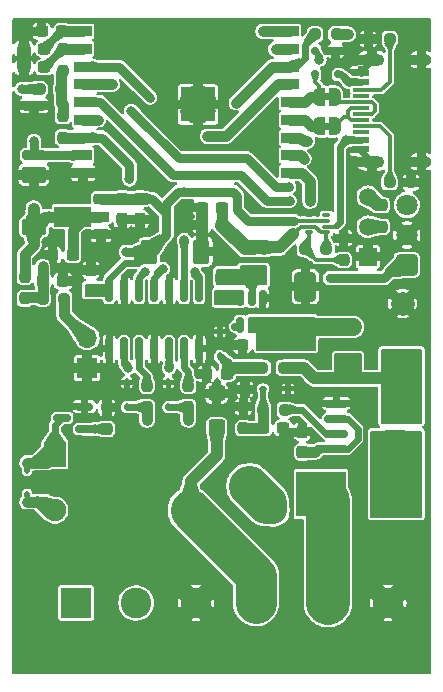
<source format=gbr>
%TF.GenerationSoftware,KiCad,Pcbnew,8.0.6*%
%TF.CreationDate,2024-11-14T14:47:25+01:00*%
%TF.ProjectId,TwinkleTron,5477696e-6b6c-4655-9472-6f6e2e6b6963,rev?*%
%TF.SameCoordinates,Original*%
%TF.FileFunction,Copper,L1,Top*%
%TF.FilePolarity,Positive*%
%FSLAX46Y46*%
G04 Gerber Fmt 4.6, Leading zero omitted, Abs format (unit mm)*
G04 Created by KiCad (PCBNEW 8.0.6) date 2024-11-14 14:47:25*
%MOMM*%
%LPD*%
G01*
G04 APERTURE LIST*
G04 Aperture macros list*
%AMRoundRect*
0 Rectangle with rounded corners*
0 $1 Rounding radius*
0 $2 $3 $4 $5 $6 $7 $8 $9 X,Y pos of 4 corners*
0 Add a 4 corners polygon primitive as box body*
4,1,4,$2,$3,$4,$5,$6,$7,$8,$9,$2,$3,0*
0 Add four circle primitives for the rounded corners*
1,1,$1+$1,$2,$3*
1,1,$1+$1,$4,$5*
1,1,$1+$1,$6,$7*
1,1,$1+$1,$8,$9*
0 Add four rect primitives between the rounded corners*
20,1,$1+$1,$2,$3,$4,$5,0*
20,1,$1+$1,$4,$5,$6,$7,0*
20,1,$1+$1,$6,$7,$8,$9,0*
20,1,$1+$1,$8,$9,$2,$3,0*%
%AMFreePoly0*
4,1,9,3.862500,-0.866500,0.737500,-0.866500,0.737500,-0.450000,-0.737500,-0.450000,-0.737500,0.450000,0.737500,0.450000,0.737500,0.866500,3.862500,0.866500,3.862500,-0.866500,3.862500,-0.866500,$1*%
%AMFreePoly1*
4,1,19,0.500000,-0.750000,0.000000,-0.750000,0.000000,-0.744911,-0.071157,-0.744911,-0.207708,-0.704816,-0.327430,-0.627875,-0.420627,-0.520320,-0.479746,-0.390866,-0.500000,-0.250000,-0.500000,0.250000,-0.479746,0.390866,-0.420627,0.520320,-0.327430,0.627875,-0.207708,0.704816,-0.071157,0.744911,0.000000,0.744911,0.000000,0.750000,0.500000,0.750000,0.500000,-0.750000,0.500000,-0.750000,
$1*%
%AMFreePoly2*
4,1,19,0.000000,0.744911,0.071157,0.744911,0.207708,0.704816,0.327430,0.627875,0.420627,0.520320,0.479746,0.390866,0.500000,0.250000,0.500000,-0.250000,0.479746,-0.390866,0.420627,-0.520320,0.327430,-0.627875,0.207708,-0.704816,0.071157,-0.744911,0.000000,-0.744911,0.000000,-0.750000,-0.500000,-0.750000,-0.500000,0.750000,0.000000,0.750000,0.000000,0.744911,0.000000,0.744911,
$1*%
G04 Aperture macros list end*
%TA.AperFunction,Conductor*%
%ADD10C,0.200000*%
%TD*%
%TA.AperFunction,Conductor*%
%ADD11C,0.679828*%
%TD*%
%TA.AperFunction,EtchedComponent*%
%ADD12C,0.000000*%
%TD*%
%TA.AperFunction,SMDPad,CuDef*%
%ADD13RoundRect,0.237500X0.237500X-0.250000X0.237500X0.250000X-0.237500X0.250000X-0.237500X-0.250000X0*%
%TD*%
%TA.AperFunction,SMDPad,CuDef*%
%ADD14RoundRect,0.237500X-0.237500X0.250000X-0.237500X-0.250000X0.237500X-0.250000X0.237500X0.250000X0*%
%TD*%
%TA.AperFunction,SMDPad,CuDef*%
%ADD15RoundRect,0.237500X0.250000X0.237500X-0.250000X0.237500X-0.250000X-0.237500X0.250000X-0.237500X0*%
%TD*%
%TA.AperFunction,SMDPad,CuDef*%
%ADD16RoundRect,0.112500X0.112500X-0.187500X0.112500X0.187500X-0.112500X0.187500X-0.112500X-0.187500X0*%
%TD*%
%TA.AperFunction,ComponentPad*%
%ADD17R,2.600000X2.600000*%
%TD*%
%TA.AperFunction,ComponentPad*%
%ADD18C,2.600000*%
%TD*%
%TA.AperFunction,SMDPad,CuDef*%
%ADD19RoundRect,0.050000X-0.285000X-0.100000X0.285000X-0.100000X0.285000X0.100000X-0.285000X0.100000X0*%
%TD*%
%TA.AperFunction,SMDPad,CuDef*%
%ADD20RoundRect,0.237500X0.237500X-0.300000X0.237500X0.300000X-0.237500X0.300000X-0.237500X-0.300000X0*%
%TD*%
%TA.AperFunction,SMDPad,CuDef*%
%ADD21RoundRect,0.237500X-0.300000X-0.237500X0.300000X-0.237500X0.300000X0.237500X-0.300000X0.237500X0*%
%TD*%
%TA.AperFunction,SMDPad,CuDef*%
%ADD22RoundRect,0.237500X-0.237500X0.300000X-0.237500X-0.300000X0.237500X-0.300000X0.237500X0.300000X0*%
%TD*%
%TA.AperFunction,SMDPad,CuDef*%
%ADD23RoundRect,0.150000X0.150000X-0.512500X0.150000X0.512500X-0.150000X0.512500X-0.150000X-0.512500X0*%
%TD*%
%TA.AperFunction,SMDPad,CuDef*%
%ADD24RoundRect,0.175000X-0.325000X0.175000X-0.325000X-0.175000X0.325000X-0.175000X0.325000X0.175000X0*%
%TD*%
%TA.AperFunction,SMDPad,CuDef*%
%ADD25RoundRect,0.150000X-0.150000X0.200000X-0.150000X-0.200000X0.150000X-0.200000X0.150000X0.200000X0*%
%TD*%
%TA.AperFunction,SMDPad,CuDef*%
%ADD26RoundRect,0.237500X-0.250000X-0.237500X0.250000X-0.237500X0.250000X0.237500X-0.250000X0.237500X0*%
%TD*%
%TA.AperFunction,SMDPad,CuDef*%
%ADD27RoundRect,0.250000X0.800000X-0.450000X0.800000X0.450000X-0.800000X0.450000X-0.800000X-0.450000X0*%
%TD*%
%TA.AperFunction,SMDPad,CuDef*%
%ADD28RoundRect,0.225000X0.425000X0.225000X-0.425000X0.225000X-0.425000X-0.225000X0.425000X-0.225000X0*%
%TD*%
%TA.AperFunction,SMDPad,CuDef*%
%ADD29FreePoly0,180.000000*%
%TD*%
%TA.AperFunction,SMDPad,CuDef*%
%ADD30RoundRect,0.150000X0.587500X0.150000X-0.587500X0.150000X-0.587500X-0.150000X0.587500X-0.150000X0*%
%TD*%
%TA.AperFunction,SMDPad,CuDef*%
%ADD31RoundRect,0.237500X0.300000X0.237500X-0.300000X0.237500X-0.300000X-0.237500X0.300000X-0.237500X0*%
%TD*%
%TA.AperFunction,ComponentPad*%
%ADD32C,2.500000*%
%TD*%
%TA.AperFunction,ComponentPad*%
%ADD33C,2.250000*%
%TD*%
%TA.AperFunction,ComponentPad*%
%ADD34C,1.900000*%
%TD*%
%TA.AperFunction,ComponentPad*%
%ADD35R,1.900000X2.000000*%
%TD*%
%TA.AperFunction,SMDPad,CuDef*%
%ADD36RoundRect,0.250000X0.450000X-0.400000X0.450000X0.400000X-0.450000X0.400000X-0.450000X-0.400000X0*%
%TD*%
%TA.AperFunction,SMDPad,CuDef*%
%ADD37RoundRect,0.250000X-0.450000X-0.800000X0.450000X-0.800000X0.450000X0.800000X-0.450000X0.800000X0*%
%TD*%
%TA.AperFunction,SMDPad,CuDef*%
%ADD38FreePoly1,180.000000*%
%TD*%
%TA.AperFunction,SMDPad,CuDef*%
%ADD39FreePoly2,180.000000*%
%TD*%
%TA.AperFunction,SMDPad,CuDef*%
%ADD40RoundRect,0.150000X0.150000X-0.825000X0.150000X0.825000X-0.150000X0.825000X-0.150000X-0.825000X0*%
%TD*%
%TA.AperFunction,ComponentPad*%
%ADD41O,1.700000X1.700000*%
%TD*%
%TA.AperFunction,ComponentPad*%
%ADD42R,1.700000X1.700000*%
%TD*%
%TA.AperFunction,SMDPad,CuDef*%
%ADD43RoundRect,0.150000X0.825000X0.150000X-0.825000X0.150000X-0.825000X-0.150000X0.825000X-0.150000X0*%
%TD*%
%TA.AperFunction,ComponentPad*%
%ADD44RoundRect,0.250200X0.649800X-0.649800X0.649800X0.649800X-0.649800X0.649800X-0.649800X-0.649800X0*%
%TD*%
%TA.AperFunction,ComponentPad*%
%ADD45C,1.800000*%
%TD*%
%TA.AperFunction,SMDPad,CuDef*%
%ADD46R,1.500000X0.900000*%
%TD*%
%TA.AperFunction,HeatsinkPad*%
%ADD47C,0.700000*%
%TD*%
%TA.AperFunction,HeatsinkPad*%
%ADD48C,0.750000*%
%TD*%
%TA.AperFunction,SMDPad,CuDef*%
%ADD49R,2.900000X2.900000*%
%TD*%
%TA.AperFunction,SMDPad,CuDef*%
%ADD50R,4.240000X3.810000*%
%TD*%
%TA.AperFunction,SMDPad,CuDef*%
%ADD51R,1.450000X0.600000*%
%TD*%
%TA.AperFunction,SMDPad,CuDef*%
%ADD52R,1.450000X0.300000*%
%TD*%
%TA.AperFunction,ComponentPad*%
%ADD53O,2.100000X1.000000*%
%TD*%
%TA.AperFunction,ComponentPad*%
%ADD54O,1.600000X1.000000*%
%TD*%
%TA.AperFunction,SMDPad,CuDef*%
%ADD55RoundRect,0.250000X0.625000X-0.400000X0.625000X0.400000X-0.625000X0.400000X-0.625000X-0.400000X0*%
%TD*%
%TA.AperFunction,SMDPad,CuDef*%
%ADD56RoundRect,0.112500X-0.187500X-0.112500X0.187500X-0.112500X0.187500X0.112500X-0.187500X0.112500X0*%
%TD*%
%TA.AperFunction,SMDPad,CuDef*%
%ADD57RoundRect,0.250000X0.650000X-1.000000X0.650000X1.000000X-0.650000X1.000000X-0.650000X-1.000000X0*%
%TD*%
%TA.AperFunction,ComponentPad*%
%ADD58R,2.000000X2.000000*%
%TD*%
%TA.AperFunction,ComponentPad*%
%ADD59C,2.000000*%
%TD*%
%TA.AperFunction,SMDPad,CuDef*%
%ADD60RoundRect,0.200000X-0.800000X0.200000X-0.800000X-0.200000X0.800000X-0.200000X0.800000X0.200000X0*%
%TD*%
%TA.AperFunction,ComponentPad*%
%ADD61R,1.500000X1.500000*%
%TD*%
%TA.AperFunction,ComponentPad*%
%ADD62C,1.500000*%
%TD*%
%TA.AperFunction,SMDPad,CuDef*%
%ADD63RoundRect,0.250000X0.850000X-0.375000X0.850000X0.375000X-0.850000X0.375000X-0.850000X-0.375000X0*%
%TD*%
%TA.AperFunction,ViaPad*%
%ADD64C,0.800000*%
%TD*%
%TA.AperFunction,ViaPad*%
%ADD65C,0.700000*%
%TD*%
%TA.AperFunction,ViaPad*%
%ADD66C,1.000000*%
%TD*%
%TA.AperFunction,ViaPad*%
%ADD67C,0.750000*%
%TD*%
%TA.AperFunction,Conductor*%
%ADD68C,0.800000*%
%TD*%
%TA.AperFunction,Conductor*%
%ADD69C,0.600000*%
%TD*%
%TA.AperFunction,Conductor*%
%ADD70C,1.200000*%
%TD*%
%TA.AperFunction,Conductor*%
%ADD71C,1.000000*%
%TD*%
%TA.AperFunction,Conductor*%
%ADD72C,3.500000*%
%TD*%
%TA.AperFunction,Conductor*%
%ADD73C,0.900000*%
%TD*%
%TA.AperFunction,Conductor*%
%ADD74C,0.700000*%
%TD*%
%TA.AperFunction,Conductor*%
%ADD75C,0.950000*%
%TD*%
%TA.AperFunction,Conductor*%
%ADD76C,0.300000*%
%TD*%
%TA.AperFunction,Conductor*%
%ADD77C,0.500000*%
%TD*%
%TA.AperFunction,Conductor*%
%ADD78C,2.400000*%
%TD*%
%TA.AperFunction,Conductor*%
%ADD79C,1.500000*%
%TD*%
%TA.AperFunction,Conductor*%
%ADD80C,1.250000*%
%TD*%
%TA.AperFunction,Conductor*%
%ADD81C,3.700000*%
%TD*%
G04 APERTURE END LIST*
%TO.N,Net-(U4-SW)*%
D10*
X17670000Y-27642500D02*
X21740000Y-27642500D01*
X21740000Y-28872500D01*
X17670000Y-28872500D01*
X17670000Y-27642500D01*
%TA.AperFunction,Conductor*%
G36*
X17670000Y-27642500D02*
G01*
X21740000Y-27642500D01*
X21740000Y-28872500D01*
X17670000Y-28872500D01*
X17670000Y-27642500D01*
G37*
%TD.AperFunction*%
D11*
X20939914Y-28640000D02*
G75*
G02*
X20260086Y-28640000I-339914J0D01*
G01*
X20260086Y-28640000D02*
G75*
G02*
X20939914Y-28640000I339914J0D01*
G01*
%TO.N,VIN_Fused*%
D10*
X27710000Y-34820000D02*
X29830000Y-34820000D01*
X29830000Y-37150000D01*
X27710000Y-37150000D01*
X27710000Y-34820000D01*
%TA.AperFunction,Conductor*%
G36*
X27710000Y-34820000D02*
G01*
X29830000Y-34820000D01*
X29830000Y-37150000D01*
X27710000Y-37150000D01*
X27710000Y-34820000D01*
G37*
%TD.AperFunction*%
%TO.N,+5V*%
X6550000Y-28900000D02*
X8700000Y-28900000D01*
X8700000Y-29850000D01*
X6550000Y-29850000D01*
X6550000Y-28900000D01*
%TA.AperFunction,Conductor*%
G36*
X6550000Y-28900000D02*
G01*
X8700000Y-28900000D01*
X8700000Y-29850000D01*
X6550000Y-29850000D01*
X6550000Y-28900000D01*
G37*
%TD.AperFunction*%
%TO.N,Net-(D3-K)*%
X20370000Y-31720000D02*
X21850000Y-31720000D01*
X21850000Y-32910000D01*
X20370000Y-32910000D01*
X20370000Y-31720000D01*
%TA.AperFunction,Conductor*%
G36*
X20370000Y-31720000D02*
G01*
X21850000Y-31720000D01*
X21850000Y-32910000D01*
X20370000Y-32910000D01*
X20370000Y-31720000D01*
G37*
%TD.AperFunction*%
%TO.N,Net-(F2-Pad2)*%
X30750000Y-41350000D02*
X34950000Y-41350000D01*
X34950000Y-48550000D01*
X30750000Y-48550000D01*
X30750000Y-41350000D01*
%TA.AperFunction,Conductor*%
G36*
X30750000Y-41350000D02*
G01*
X34950000Y-41350000D01*
X34950000Y-48550000D01*
X30750000Y-48550000D01*
X30750000Y-41350000D01*
G37*
%TD.AperFunction*%
%TO.N,Net-(U4-SW)*%
X19700000Y-27342500D02*
X21830000Y-27342500D01*
X21830000Y-28872500D01*
X19700000Y-28872500D01*
X19700000Y-27342500D01*
%TA.AperFunction,Conductor*%
G36*
X19700000Y-27342500D02*
G01*
X21830000Y-27342500D01*
X21830000Y-28872500D01*
X19700000Y-28872500D01*
X19700000Y-27342500D01*
G37*
%TD.AperFunction*%
%TO.N,Net-(U4-BST)*%
X17550000Y-29472500D02*
X19850000Y-29472500D01*
X19850000Y-30572500D01*
X17550000Y-30572500D01*
X17550000Y-29472500D01*
%TA.AperFunction,Conductor*%
G36*
X17550000Y-29472500D02*
G01*
X19850000Y-29472500D01*
X19850000Y-30572500D01*
X17550000Y-30572500D01*
X17550000Y-29472500D01*
G37*
%TD.AperFunction*%
%TO.N,GND*%
X24950000Y-22600000D02*
X26170000Y-22600000D01*
X26170000Y-23040000D01*
X24950000Y-23040000D01*
X24950000Y-22600000D01*
%TA.AperFunction,Conductor*%
G36*
X24950000Y-22600000D02*
G01*
X26170000Y-22600000D01*
X26170000Y-23040000D01*
X24950000Y-23040000D01*
X24950000Y-22600000D01*
G37*
%TD.AperFunction*%
%TO.N,Net-(D3-K)*%
X21100000Y-31720000D02*
X25960000Y-31720000D01*
X25960000Y-34400000D01*
X21100000Y-34400000D01*
X21100000Y-31720000D01*
%TA.AperFunction,Conductor*%
G36*
X21100000Y-31720000D02*
G01*
X25960000Y-31720000D01*
X25960000Y-34400000D01*
X21100000Y-34400000D01*
X21100000Y-31720000D01*
G37*
%TD.AperFunction*%
%TO.N,VIN_Fused*%
X31650000Y-34400000D02*
X34950000Y-34400000D01*
X34950000Y-40600000D01*
X31650000Y-40600000D01*
X31650000Y-34400000D01*
%TA.AperFunction,Conductor*%
G36*
X31650000Y-34400000D02*
G01*
X34950000Y-34400000D01*
X34950000Y-40600000D01*
X31650000Y-40600000D01*
X31650000Y-34400000D01*
G37*
%TD.AperFunction*%
D12*
%TA.AperFunction,EtchedComponent*%
%TD*%
%TO.C,IO18*%
G36*
X27250000Y-15800000D02*
G01*
X26750000Y-15800000D01*
X26750000Y-15200000D01*
X27250000Y-15200000D01*
X27250000Y-15800000D01*
G37*
%TD.AperFunction*%
%TA.AperFunction,EtchedComponent*%
%TO.C,IO19*%
G36*
X27250000Y-13300000D02*
G01*
X26750000Y-13300000D01*
X26750000Y-12700000D01*
X27250000Y-12700000D01*
X27250000Y-13300000D01*
G37*
%TD.AperFunction*%
%TD*%
D13*
%TO.P,R10,1*%
%TO.N,IO01-Current*%
X19900000Y-41070000D03*
%TO.P,R10,2*%
%TO.N,GND*%
X19900000Y-39245000D03*
%TD*%
D14*
%TO.P,R15,1*%
%TO.N,Net-(R15-Pad1)*%
X11750000Y-37450000D03*
%TO.P,R15,2*%
%TO.N,CLK-5V*%
X11750000Y-39275000D03*
%TD*%
D15*
%TO.P,R4,1*%
%TO.N,+3.3V*%
X27800000Y-7700000D03*
%TO.P,R4,2*%
%TO.N,IO02-Data-3.3V*%
X25975000Y-7700000D03*
%TD*%
D16*
%TO.P,D5,1,K*%
%TO.N,IO00-Voltage*%
X17930000Y-34970000D03*
%TO.P,D5,2,A*%
%TO.N,GND*%
X17930000Y-32870000D03*
%TD*%
D17*
%TO.P,J3,1,Pin_1*%
%TO.N,Net-(J3-Pin_1)*%
X27090000Y-55850000D03*
D18*
%TO.P,J3,2,Pin_2*%
%TO.N,GND*%
X32170000Y-55850000D03*
%TD*%
D19*
%TO.P,U7,1,GND*%
%TO.N,GND*%
X25460000Y-22990000D03*
%TO.P,U7,2,VOUT*%
%TO.N,+5V*%
X25460000Y-23490000D03*
%TO.P,U7,3,VIN1*%
%TO.N,Net-(U4-FB)*%
X25460000Y-23990000D03*
%TO.P,U7,4,PR1*%
%TO.N,Net-(U7-PR1)*%
X25460000Y-24490000D03*
%TO.P,U7,5,MODE*%
%TO.N,Net-(U4-FB)*%
X26940000Y-24490000D03*
%TO.P,U7,6,VIN2*%
%TO.N,USB_5V*%
X26940000Y-23990000D03*
%TO.P,U7,7,VOUT*%
%TO.N,+5V*%
X26940000Y-23490000D03*
%TO.P,U7,8,ST*%
%TO.N,unconnected-(U7-ST-Pad8)*%
X26940000Y-22990000D03*
%TD*%
D20*
%TO.P,C8,1*%
%TO.N,+3.3V*%
X24910000Y-43072500D03*
%TO.P,C8,2*%
%TO.N,GND*%
X24910000Y-41347500D03*
%TD*%
D21*
%TO.P,C2,1*%
%TO.N,GND*%
X1325000Y-8950000D03*
%TO.P,C2,2*%
%TO.N,+3.3V*%
X3050000Y-8950000D03*
%TD*%
D14*
%TO.P,R5,1*%
%TO.N,+3.3V*%
X4620000Y-14627500D03*
%TO.P,R5,2*%
%TO.N,IO8*%
X4620000Y-16452500D03*
%TD*%
%TO.P,R7,1*%
%TO.N,+3.3V*%
X1400000Y-28250000D03*
%TO.P,R7,2*%
%TO.N,IO07-Button*%
X1400000Y-30075000D03*
%TD*%
D22*
%TO.P,C16,1*%
%TO.N,+5V*%
X11170000Y-21647500D03*
%TO.P,C16,2*%
%TO.N,GND*%
X11170000Y-23372500D03*
%TD*%
D23*
%TO.P,U4,1,FB*%
%TO.N,Net-(U4-FB)*%
X19650000Y-32310000D03*
%TO.P,U4,2,EN*%
%TO.N,Net-(D3-K)*%
X20600000Y-32310000D03*
%TO.P,U4,3,IN*%
X21550000Y-32310000D03*
%TO.P,U4,4,GND*%
%TO.N,GND*%
X21550000Y-30035000D03*
%TO.P,U4,5,SW*%
%TO.N,Net-(U4-SW)*%
X20600000Y-30035000D03*
%TO.P,U4,6,BST*%
%TO.N,Net-(U4-BST)*%
X19650000Y-30035000D03*
%TD*%
D15*
%TO.P,R13,1*%
%TO.N,Net-(U4-FB)*%
X26940000Y-25870000D03*
%TO.P,R13,2*%
%TO.N,Net-(U7-PR1)*%
X25115000Y-25870000D03*
%TD*%
D13*
%TO.P,R16,1*%
%TO.N,Net-(U7-PR1)*%
X28410000Y-26812500D03*
%TO.P,R16,2*%
%TO.N,GND*%
X28410000Y-24987500D03*
%TD*%
D24*
%TO.P,D1,1,GND*%
%TO.N,GND*%
X27712500Y-9100000D03*
D25*
%TO.P,D1,2,I/O1*%
%TO.N,IO18{slash}USB_D-*%
X26012500Y-9100000D03*
%TO.P,D1,3,I/O2*%
%TO.N,IO19{slash}USB_D+*%
X26012500Y-11100000D03*
%TO.P,D1,4,VCC*%
%TO.N,USB_5V*%
X27912500Y-11100000D03*
%TD*%
D26*
%TO.P,R2,1*%
%TO.N,GND*%
X30487500Y-8100000D03*
%TO.P,R2,2*%
%TO.N,Net-(J1-CC2)*%
X32312500Y-8100000D03*
%TD*%
D27*
%TO.P,D10,1,K*%
%TO.N,+3.3V*%
X2170000Y-24007500D03*
%TO.P,D10,2,A*%
%TO.N,GND*%
X2170000Y-19607500D03*
%TD*%
D16*
%TO.P,D6,1,K*%
%TO.N,DATA-5V*%
X13550000Y-39275000D03*
%TO.P,D6,2,A*%
%TO.N,GND*%
X13550000Y-37175000D03*
%TD*%
D28*
%TO.P,U8,1,GND*%
%TO.N,GND*%
X7870000Y-24640000D03*
D29*
%TO.P,U8,2,VO*%
%TO.N,+3.3V*%
X7782500Y-23140000D03*
D28*
%TO.P,U8,3,VI*%
%TO.N,+5V*%
X7870000Y-21640000D03*
%TD*%
D30*
%TO.P,Q1,1,G*%
%TO.N,IO05-Relay*%
X6437500Y-41130000D03*
%TO.P,Q1,2,S*%
%TO.N,GND*%
X6437500Y-39230000D03*
%TO.P,Q1,3,D*%
%TO.N,Net-(D2-A)*%
X4562500Y-40180000D03*
%TD*%
D13*
%TO.P,R14,1*%
%TO.N,DATA-5V*%
X15250000Y-39275000D03*
%TO.P,R14,2*%
%TO.N,Net-(R14-Pad2)*%
X15250000Y-37450000D03*
%TD*%
D17*
%TO.P,J4,1,Pin_1*%
%TO.N,CLK-5V*%
X5750000Y-55850000D03*
D18*
%TO.P,J4,2,Pin_2*%
%TO.N,DATA-5V*%
X10830000Y-55850000D03*
%TO.P,J4,3,Pin_3*%
%TO.N,GND*%
X15910000Y-55850000D03*
%TO.P,J4,4,Pin_4*%
%TO.N,VIN_relay*%
X20990000Y-55850000D03*
%TD*%
D31*
%TO.P,C6,1*%
%TO.N,Net-(D3-K)*%
X21542500Y-34017500D03*
%TO.P,C6,2*%
%TO.N,GND*%
X19817500Y-34017500D03*
%TD*%
D32*
%TO.P,K1,13*%
%TO.N,VIN_relay*%
X15450000Y-48000000D03*
D33*
%TO.P,K1,14*%
%TO.N,VIN_Fused*%
X22450000Y-48000000D03*
D34*
%TO.P,K1,A1*%
%TO.N,+5V*%
X3950000Y-48000000D03*
D35*
%TO.P,K1,A2*%
%TO.N,Net-(D2-A)*%
X3950000Y-43300000D03*
%TD*%
D22*
%TO.P,C10,1*%
%TO.N,GND*%
X7000000Y-27675000D03*
%TO.P,C10,2*%
%TO.N,+5V*%
X7000000Y-29400000D03*
%TD*%
D36*
%TO.P,D9,1,A1*%
%TO.N,VIN_relay*%
X17650000Y-41000000D03*
%TO.P,D9,2,A2*%
%TO.N,GND*%
X17650000Y-38100000D03*
%TD*%
D37*
%TO.P,D8,1,K*%
%TO.N,+5V*%
X11950000Y-26120000D03*
%TO.P,D8,2,A*%
%TO.N,GND*%
X16350000Y-26120000D03*
%TD*%
D14*
%TO.P,R12,1*%
%TO.N,+3.3V*%
X31650000Y-22175000D03*
%TO.P,R12,2*%
%TO.N,IO010-Temperature*%
X31650000Y-24000000D03*
%TD*%
D38*
%TO.P,IO18,1,A*%
%TO.N,Net-(IO18-A)*%
X27650000Y-15500000D03*
D39*
%TO.P,IO18,2,B*%
%TO.N,IO18{slash}USB_D-*%
X26350000Y-15500000D03*
%TD*%
D40*
%TO.P,U6,1*%
%TO.N,GND*%
X8540000Y-34350000D03*
%TO.P,U6,2*%
%TO.N,IO03-CLK-3.3V*%
X9810000Y-34350000D03*
%TO.P,U6,3*%
%TO.N,Net-(R15-Pad1)*%
X11080000Y-34350000D03*
%TO.P,U6,4*%
%TO.N,GND*%
X12350000Y-34350000D03*
%TO.P,U6,5*%
%TO.N,IO02-Data-3.3V*%
X13620000Y-34350000D03*
%TO.P,U6,6*%
%TO.N,Net-(R14-Pad2)*%
X14890000Y-34350000D03*
%TO.P,U6,7,GND*%
%TO.N,GND*%
X16160000Y-34350000D03*
%TO.P,U6,8*%
%TO.N,IO4-5V*%
X16160000Y-29400000D03*
%TO.P,U6,9*%
%TO.N,Net-(JP2-C)*%
X14890000Y-29400000D03*
%TO.P,U6,10*%
%TO.N,GND*%
X13620000Y-29400000D03*
%TO.P,U6,11*%
%TO.N,IO8-5V*%
X12350000Y-29400000D03*
%TO.P,U6,12*%
%TO.N,Net-(JP1-C)*%
X11080000Y-29400000D03*
%TO.P,U6,13*%
%TO.N,GND*%
X9810000Y-29400000D03*
%TO.P,U6,14,VCC*%
%TO.N,+5V*%
X8540000Y-29400000D03*
%TD*%
D41*
%TO.P,J2,1,Pin_1*%
%TO.N,Net-(J2-Pin_1)*%
X6690000Y-33410000D03*
D42*
%TO.P,J2,2,Pin_2*%
%TO.N,GND*%
X6690000Y-35950000D03*
%TD*%
D15*
%TO.P,R17,1*%
%TO.N,VIN_Fused*%
X23352500Y-35940000D03*
%TO.P,R17,2*%
%TO.N,IO00-Voltage*%
X21527500Y-35940000D03*
%TD*%
D20*
%TO.P,C9,1*%
%TO.N,Net-(U4-BST)*%
X18050000Y-30035000D03*
%TO.P,C9,2*%
%TO.N,Net-(U4-SW)*%
X18050000Y-28310000D03*
%TD*%
D38*
%TO.P,IO19,1,A*%
%TO.N,Net-(IO19-A)*%
X27650000Y-13000000D03*
D39*
%TO.P,IO19,2,B*%
%TO.N,IO19{slash}USB_D+*%
X26350000Y-13000000D03*
%TD*%
D43*
%TO.P,U5,1,IP+*%
%TO.N,Net-(F2-Pad2)*%
X32725000Y-42800000D03*
%TO.P,U5,2,IP+*%
X32725000Y-41530000D03*
%TO.P,U5,3,IP-*%
%TO.N,VIN_Fused*%
X32725000Y-40260000D03*
%TO.P,U5,4,IP-*%
X32725000Y-38990000D03*
%TO.P,U5,5,GND*%
%TO.N,GND*%
X27775000Y-38990000D03*
%TO.P,U5,6,BW_SEL*%
%TO.N,+3.3V*%
X27775000Y-40260000D03*
%TO.P,U5,7,VIOUT*%
%TO.N,Net-(U5-VIOUT)*%
X27775000Y-41530000D03*
%TO.P,U5,8,VCC*%
%TO.N,+3.3V*%
X27775000Y-42800000D03*
%TD*%
D31*
%TO.P,C14,1*%
%TO.N,IO00-Voltage*%
X18512500Y-36460000D03*
%TO.P,C14,2*%
%TO.N,GND*%
X16787500Y-36460000D03*
%TD*%
D14*
%TO.P,R18,1*%
%TO.N,IO00-Voltage*%
X20050000Y-35937500D03*
%TO.P,R18,2*%
%TO.N,GND*%
X20050000Y-37762500D03*
%TD*%
D44*
%TO.P,U2,1,OUT*%
%TO.N,IO6-IR*%
X33750000Y-27240000D03*
D45*
%TO.P,U2,2,GND*%
%TO.N,GND*%
X33750000Y-24700000D03*
%TO.P,U2,3,Vs*%
%TO.N,+3.3V*%
X33750000Y-22160000D03*
%TD*%
D22*
%TO.P,C15,1*%
%TO.N,+5V*%
X9670000Y-21647500D03*
%TO.P,C15,2*%
%TO.N,GND*%
X9670000Y-23372500D03*
%TD*%
D46*
%TO.P,U1,1,3V3*%
%TO.N,+3.3V*%
X6350000Y-7450000D03*
%TO.P,U1,2,EN*%
%TO.N,Net-(U1-EN)*%
X6350000Y-8950000D03*
%TO.P,U1,3,IO4*%
%TO.N,IO4*%
X6350000Y-10450000D03*
%TO.P,U1,4,IO5*%
%TO.N,IO05-Relay*%
X6350000Y-11950000D03*
%TO.P,U1,5,IO6*%
%TO.N,IO6-IR*%
X6350000Y-13450000D03*
%TO.P,U1,6,IO7*%
%TO.N,IO07-Button*%
X6350000Y-14950000D03*
%TO.P,U1,7,IO8*%
%TO.N,IO8*%
X6350000Y-16450000D03*
%TO.P,U1,8,IO9*%
%TO.N,IO9-boot*%
X6350000Y-17950000D03*
%TO.P,U1,9,GND*%
%TO.N,GND*%
X6350000Y-19450000D03*
%TO.P,U1,10,IO10*%
%TO.N,IO010-Temperature*%
X23850000Y-19450000D03*
%TO.P,U1,11,IO20/RXD*%
%TO.N,RX*%
X23850000Y-17950000D03*
%TO.P,U1,12,IO21/TXD*%
%TO.N,TX*%
X23850000Y-16450000D03*
%TO.P,U1,13,IO18*%
%TO.N,IO18{slash}USB_D-*%
X23850000Y-14950000D03*
%TO.P,U1,14,IO19*%
%TO.N,IO19{slash}USB_D+*%
X23850000Y-13450000D03*
%TO.P,U1,15,IO3*%
%TO.N,IO03-CLK-3.3V*%
X23850000Y-11950000D03*
%TO.P,U1,16,IO2*%
%TO.N,IO02-Data-3.3V*%
X23850000Y-10450000D03*
%TO.P,U1,17,IO1*%
%TO.N,IO01-Current*%
X23850000Y-8950000D03*
%TO.P,U1,18,IO0*%
%TO.N,IO00-Voltage*%
X23850000Y-7450000D03*
D47*
%TO.P,U1,19,GND*%
%TO.N,GND*%
X14960000Y-13100000D03*
X14960000Y-14200000D03*
X15510000Y-12550000D03*
D48*
X15510000Y-13650000D03*
D47*
X15510000Y-14750000D03*
D48*
X16060000Y-13100000D03*
D49*
X16060000Y-13650000D03*
D48*
X16060000Y-14200000D03*
D47*
X16610000Y-12550000D03*
D48*
X16610000Y-13650000D03*
D47*
X16610000Y-14750000D03*
X17160000Y-13100000D03*
X17160000Y-14200000D03*
%TD*%
D13*
%TO.P,R9,1*%
%TO.N,IO05-Relay*%
X8362500Y-41130000D03*
%TO.P,R9,2*%
%TO.N,GND*%
X8362500Y-39305000D03*
%TD*%
D31*
%TO.P,C13,1*%
%TO.N,Net-(U4-FB)*%
X18112500Y-22390000D03*
%TO.P,C13,2*%
%TO.N,GND*%
X16387500Y-22390000D03*
%TD*%
D15*
%TO.P,R1,1*%
%TO.N,GND*%
X34112500Y-20250000D03*
%TO.P,R1,2*%
%TO.N,Net-(J1-CC1)*%
X32287500Y-20250000D03*
%TD*%
D16*
%TO.P,D2,1,K*%
%TO.N,+5V*%
X1600000Y-46690000D03*
%TO.P,D2,2,A*%
%TO.N,Net-(D2-A)*%
X1600000Y-44590000D03*
%TD*%
D31*
%TO.P,C12,1*%
%TO.N,Net-(U4-FB)*%
X18112500Y-23850000D03*
%TO.P,C12,2*%
%TO.N,GND*%
X16387500Y-23850000D03*
%TD*%
D50*
%TO.P,F2,1*%
%TO.N,Net-(J3-Pin_1)*%
X26480000Y-46650000D03*
%TO.P,F2,2*%
%TO.N,Net-(F2-Pad2)*%
X32850000Y-46650000D03*
%TD*%
D51*
%TO.P,J1,A1,GND*%
%TO.N,GND*%
X29905000Y-17450000D03*
%TO.P,J1,A4,VBUS*%
%TO.N,USB_5V*%
X29905000Y-16650000D03*
D52*
%TO.P,J1,A5,CC1*%
%TO.N,Net-(J1-CC1)*%
X29905000Y-15450000D03*
%TO.P,J1,A6,D+*%
%TO.N,Net-(IO19-A)*%
X29905000Y-14450000D03*
%TO.P,J1,A7,D-*%
%TO.N,Net-(IO18-A)*%
X29905000Y-13950000D03*
%TO.P,J1,A8,SBU1*%
%TO.N,unconnected-(J1-SBU1-PadA8)*%
X29905000Y-12950000D03*
D51*
%TO.P,J1,A9,VBUS*%
%TO.N,USB_5V*%
X29905000Y-11750000D03*
%TO.P,J1,A12,GND*%
%TO.N,GND*%
X29905000Y-10950000D03*
%TO.P,J1,B1,GND*%
X29905000Y-10950000D03*
%TO.P,J1,B4,VBUS*%
%TO.N,USB_5V*%
X29905000Y-11750000D03*
D52*
%TO.P,J1,B5,CC2*%
%TO.N,Net-(J1-CC2)*%
X29905000Y-12450000D03*
%TO.P,J1,B6,D+*%
%TO.N,Net-(IO19-A)*%
X29905000Y-13450000D03*
%TO.P,J1,B7,D-*%
%TO.N,Net-(IO18-A)*%
X29905000Y-14950000D03*
%TO.P,J1,B8,SBU2*%
%TO.N,unconnected-(J1-SBU2-PadB8)*%
X29905000Y-15950000D03*
D51*
%TO.P,J1,B9,VBUS*%
%TO.N,USB_5V*%
X29905000Y-16650000D03*
%TO.P,J1,B12,GND*%
%TO.N,GND*%
X29905000Y-17450000D03*
D53*
%TO.P,J1,S1,SHIELD*%
X30820000Y-18520000D03*
D54*
X35000000Y-18520000D03*
D53*
X30820000Y-9880000D03*
D54*
X35000000Y-9880000D03*
%TD*%
D55*
%TO.P,F1,1*%
%TO.N,VIN_Fused*%
X28780000Y-35580000D03*
%TO.P,F1,2*%
%TO.N,Net-(D3-K)*%
X28780000Y-32480000D03*
%TD*%
D56*
%TO.P,D4,1,K*%
%TO.N,IO01-Current*%
X21580000Y-37720000D03*
%TO.P,D4,2,A*%
%TO.N,GND*%
X23680000Y-37720000D03*
%TD*%
D57*
%TO.P,D3,1,K*%
%TO.N,Net-(D3-K)*%
X25160000Y-33070000D03*
%TO.P,D3,2,A*%
%TO.N,GND*%
X25160000Y-29070000D03*
%TD*%
D16*
%TO.P,D7,1,K*%
%TO.N,CLK-5V*%
X10050000Y-39275000D03*
%TO.P,D7,2,A*%
%TO.N,GND*%
X10050000Y-37175000D03*
%TD*%
D31*
%TO.P,C17,1*%
%TO.N,+3.3V*%
X5462500Y-26400000D03*
%TO.P,C17,2*%
%TO.N,GND*%
X3737500Y-26400000D03*
%TD*%
D58*
%TO.P,C11,1*%
%TO.N,VIN_Fused*%
X33388750Y-35505570D03*
D59*
%TO.P,C11,2*%
%TO.N,GND*%
X33388750Y-30505570D03*
%TD*%
D21*
%TO.P,C5,1*%
%TO.N,IO01-Current*%
X21580000Y-41070000D03*
%TO.P,C5,2*%
%TO.N,GND*%
X23305000Y-41070000D03*
%TD*%
%TO.P,C3,1*%
%TO.N,IO07-Button*%
X2920000Y-28595000D03*
%TO.P,C3,2*%
%TO.N,GND*%
X4645000Y-28595000D03*
%TD*%
D13*
%TO.P,R6,1*%
%TO.N,+3.3V*%
X4600000Y-10775000D03*
%TO.P,R6,2*%
%TO.N,Net-(U1-EN)*%
X4600000Y-8950000D03*
%TD*%
D21*
%TO.P,C1,1*%
%TO.N,GND*%
X1337500Y-10520000D03*
%TO.P,C1,2*%
%TO.N,Net-(U1-EN)*%
X3062500Y-10520000D03*
%TD*%
D60*
%TO.P,SW1,1,1*%
%TO.N,GND*%
X2190000Y-13750000D03*
%TO.P,SW1,2,2*%
%TO.N,IO9-boot*%
X2190000Y-17950000D03*
%TD*%
D21*
%TO.P,C4,1*%
%TO.N,GND*%
X2837500Y-7450000D03*
%TO.P,C4,2*%
%TO.N,+3.3V*%
X4562500Y-7450000D03*
%TD*%
D61*
%TO.P,U3,1,GND*%
%TO.N,GND*%
X30450000Y-26540000D03*
D62*
%TO.P,U3,2,DQ*%
%TO.N,IO010-Temperature*%
X30450000Y-24000000D03*
%TO.P,U3,3,V_{DD}*%
%TO.N,+3.3V*%
X30450000Y-21460000D03*
%TD*%
D63*
%TO.P,L1,1,1*%
%TO.N,Net-(U4-SW)*%
X20750000Y-27895000D03*
%TO.P,L1,2,2*%
%TO.N,Net-(U4-FB)*%
X20750000Y-25745000D03*
%TD*%
D15*
%TO.P,R3,1*%
%TO.N,+3.3V*%
X4502500Y-12350000D03*
%TO.P,R3,2*%
%TO.N,IO9-boot*%
X2677500Y-12350000D03*
%TD*%
D26*
%TO.P,R8,1*%
%TO.N,IO07-Button*%
X2920000Y-30085000D03*
%TO.P,R8,2*%
%TO.N,Net-(J2-Pin_1)*%
X4745000Y-30085000D03*
%TD*%
D15*
%TO.P,R11,1*%
%TO.N,Net-(U5-VIOUT)*%
X23405000Y-39500000D03*
%TO.P,R11,2*%
%TO.N,IO01-Current*%
X21580000Y-39500000D03*
%TD*%
D64*
%TO.N,GND*%
X3300000Y-15230000D03*
D65*
X18540000Y-9500000D03*
D64*
X910000Y-35610000D03*
X22720000Y-50680000D03*
X35000000Y-31200000D03*
D65*
X19385612Y-8284376D03*
D64*
X31150000Y-58950000D03*
D65*
X12600000Y-44400000D03*
X15150000Y-60450000D03*
D64*
X30810000Y-33140000D03*
D65*
X9200000Y-50800000D03*
D64*
X12410000Y-49800000D03*
D65*
X25800000Y-44100000D03*
D64*
X15550000Y-52860000D03*
D66*
X15650000Y-7450000D03*
D64*
X33950000Y-60050000D03*
X25960000Y-38920000D03*
X29500000Y-60200000D03*
D65*
X15830000Y-9960000D03*
X20380000Y-22110000D03*
D64*
X33760000Y-52730000D03*
X26970000Y-35710000D03*
D65*
X3150000Y-60450000D03*
X12400000Y-52200000D03*
X28500000Y-44000000D03*
X11400000Y-45600000D03*
X22680000Y-38390000D03*
X10400000Y-42800000D03*
X20700000Y-42200000D03*
X11150000Y-59450000D03*
D64*
X32000000Y-33000000D03*
D65*
X12400000Y-51400000D03*
D64*
X12160000Y-31850000D03*
X14500000Y-52500000D03*
D65*
X19100000Y-42200000D03*
D64*
X1690000Y-41810000D03*
X8110000Y-53060000D03*
D65*
X1120000Y-22740000D03*
X10050000Y-38250000D03*
X10400000Y-41800000D03*
X6400000Y-47200000D03*
D64*
X18450000Y-57300000D03*
D65*
X3250000Y-21750000D03*
X10150000Y-60450000D03*
X12400000Y-50600000D03*
X12400000Y-53000000D03*
D64*
X1070000Y-49540000D03*
D65*
X13930000Y-25530000D03*
D64*
X2370000Y-37630000D03*
D65*
X9200000Y-53200000D03*
X16400000Y-42300000D03*
D64*
X12470000Y-48060000D03*
X34100000Y-53850000D03*
X1780000Y-50230000D03*
D65*
X23400000Y-43700000D03*
X26300000Y-37950000D03*
X4150000Y-60450000D03*
D66*
X34650000Y-11450000D03*
D64*
X34200000Y-57600000D03*
D65*
X19900000Y-42200000D03*
X13400000Y-55600000D03*
X17960000Y-9960000D03*
X30710000Y-35400000D03*
X14370000Y-45670000D03*
X29900000Y-43000000D03*
D64*
X15230000Y-16300000D03*
D66*
X11850000Y-7450000D03*
D64*
X10450000Y-31850000D03*
X10850000Y-7450000D03*
D65*
X21500000Y-42200000D03*
X5150000Y-60450000D03*
X17660000Y-39510000D03*
X13400000Y-56400000D03*
X16250000Y-38300000D03*
D64*
X11840000Y-19980000D03*
X1440000Y-6800000D03*
D65*
X8300000Y-56500000D03*
X13150000Y-60450000D03*
D64*
X1810000Y-34640000D03*
D65*
X9150000Y-60450000D03*
X7150000Y-58450000D03*
D64*
X27760000Y-29500000D03*
D65*
X15250000Y-9500000D03*
X6710000Y-20760000D03*
X9200000Y-50000000D03*
D64*
X2320000Y-15230000D03*
X2580000Y-32440000D03*
D65*
X24789999Y-22469922D03*
D64*
X35000000Y-32000000D03*
D65*
X31900000Y-13230000D03*
D64*
X29110000Y-30280000D03*
D65*
X20210000Y-17200000D03*
D64*
X24000000Y-51050000D03*
X2930000Y-38440000D03*
D65*
X6150000Y-60450000D03*
X7000000Y-46600000D03*
X7150000Y-60450000D03*
X14404388Y-8284376D03*
X1120000Y-21870000D03*
D64*
X7250000Y-31720000D03*
D65*
X8300000Y-57300000D03*
D66*
X30500000Y-38200000D03*
D65*
X13340000Y-46750000D03*
X13600000Y-40400000D03*
X13550000Y-38150000D03*
D64*
X33000000Y-33000000D03*
D65*
X8150000Y-60450000D03*
D64*
X28840000Y-29480000D03*
X31480000Y-52840000D03*
D65*
X24910000Y-41347500D03*
X12000000Y-45000000D03*
X10400000Y-40800000D03*
X9200000Y-49200000D03*
X22660000Y-37570000D03*
X13500000Y-57200000D03*
X8300000Y-55600000D03*
D64*
X1250000Y-51300000D03*
D65*
X27600000Y-44000000D03*
D64*
X3020000Y-39840000D03*
D65*
X17260000Y-10210000D03*
X10000000Y-43600000D03*
D64*
X9320000Y-25160000D03*
D66*
X34650000Y-16950000D03*
D65*
X15150000Y-58450000D03*
X16530000Y-10210000D03*
X8800000Y-44800000D03*
X7150000Y-59450000D03*
X18380000Y-12410000D03*
X27060000Y-18450000D03*
X26020000Y-17610000D03*
X3250000Y-20950000D03*
D64*
X1410000Y-7720000D03*
X7360000Y-50850000D03*
D65*
X13600000Y-42800000D03*
D64*
X7250000Y-30800000D03*
D65*
X26700000Y-44000000D03*
X27190000Y-19620000D03*
X3500000Y-51700000D03*
X27800000Y-37950000D03*
D64*
X29950000Y-29440000D03*
D65*
X20200000Y-16190000D03*
X22590000Y-30330000D03*
X9220000Y-20567190D03*
X10280000Y-27910000D03*
X9200000Y-52400000D03*
X7600000Y-46000000D03*
X8850000Y-7450000D03*
X22580000Y-29580000D03*
D64*
X18600000Y-59950000D03*
X12440000Y-48920000D03*
X24010000Y-52680000D03*
D65*
X9200000Y-51600000D03*
D64*
X29850000Y-19900000D03*
D65*
X12900000Y-54000000D03*
X26910000Y-17030000D03*
D67*
X9850000Y-7450000D03*
D65*
X6150000Y-58450000D03*
D64*
X2340000Y-41050000D03*
D65*
X11150000Y-58450000D03*
X14150000Y-59450000D03*
X4200000Y-50200000D03*
D64*
X6950000Y-37850000D03*
D65*
X17150000Y-60450000D03*
X25550000Y-37900000D03*
D66*
X34540000Y-7500000D03*
D65*
X1120000Y-21020000D03*
X8800000Y-54000000D03*
X14150000Y-60450000D03*
D64*
X24050000Y-55640000D03*
X5510000Y-34520000D03*
X25500000Y-58750000D03*
D65*
X9600000Y-47600000D03*
D64*
X18300000Y-54450000D03*
X29750000Y-57400000D03*
D65*
X22200000Y-42600000D03*
X14750000Y-8950000D03*
X13600000Y-42000000D03*
X31890000Y-14690000D03*
D64*
X4000000Y-51000000D03*
X24800000Y-37500000D03*
D65*
X15150000Y-59450000D03*
D64*
X29800000Y-54250000D03*
D65*
X5800000Y-47800000D03*
D64*
X30710000Y-32050000D03*
D65*
X26680000Y-29350000D03*
X22600000Y-31040000D03*
X13300000Y-54800000D03*
X5400000Y-48400000D03*
D64*
X860000Y-25190000D03*
X35000000Y-29600000D03*
D65*
X13820000Y-46190000D03*
D64*
X11370000Y-23372500D03*
D65*
X10150000Y-59450000D03*
X13600000Y-41200000D03*
D64*
X31480000Y-31350000D03*
X22800000Y-60100000D03*
D65*
X25870000Y-41700000D03*
D64*
X24000000Y-59200000D03*
X17300000Y-58800000D03*
D66*
X34650000Y-14950000D03*
D64*
X11390000Y-18650000D03*
D65*
X6640000Y-21600000D03*
X10800000Y-46200000D03*
X16150000Y-60450000D03*
X10200000Y-46800000D03*
X14150000Y-58450000D03*
X29600000Y-43700000D03*
X30500000Y-34110000D03*
D64*
X35000000Y-33000000D03*
D65*
X12150000Y-60450000D03*
D64*
X1650000Y-31550000D03*
D65*
X10150000Y-58450000D03*
X6150000Y-59450000D03*
D66*
X18150000Y-7450000D03*
D65*
X24740000Y-27140000D03*
X11150000Y-60450000D03*
D64*
X33850000Y-59050000D03*
D65*
X2150000Y-60450000D03*
X19040000Y-8950000D03*
X29640000Y-25140000D03*
X20628922Y-34890000D03*
D64*
X26050000Y-60100000D03*
D66*
X34650000Y-13450000D03*
D65*
X22800000Y-43200000D03*
X16830000Y-39490000D03*
D64*
X35000000Y-28600000D03*
D65*
X26930000Y-34050000D03*
D64*
X1450000Y-58300000D03*
X19300000Y-58650000D03*
D65*
X980000Y-17000000D03*
X9110000Y-24340000D03*
X12810000Y-47310000D03*
X9400000Y-48400000D03*
X9400000Y-44200000D03*
D64*
X15395634Y-22149999D03*
D65*
X24240000Y-40360000D03*
X24100000Y-44100000D03*
D66*
X30500000Y-39350000D03*
D65*
X4600000Y-49400000D03*
D64*
X3230000Y-25290000D03*
D65*
X1350000Y-11300000D03*
D64*
X25160000Y-30950000D03*
D66*
X30500000Y-40500000D03*
D64*
X33960000Y-51000000D03*
D65*
X18660000Y-39520000D03*
D64*
X2850000Y-33460000D03*
X33600000Y-28800000D03*
X1460000Y-36760000D03*
X6210000Y-30860000D03*
X990000Y-42770000D03*
X4200000Y-52810000D03*
X17930000Y-33930000D03*
D65*
X8400000Y-54800000D03*
X28410000Y-25670000D03*
X27050000Y-37950000D03*
D64*
X16900000Y-53150000D03*
D65*
X16000000Y-31850000D03*
D64*
X26050000Y-35230000D03*
X34000000Y-33000000D03*
D65*
X13200000Y-43600000D03*
X29200000Y-44400000D03*
X26150000Y-19040000D03*
D64*
X3310000Y-16390000D03*
D65*
X2800000Y-52200000D03*
D64*
X28100000Y-58750000D03*
D65*
X8200000Y-45400000D03*
D66*
%TO.N,VIN_relay*%
X18740000Y-51290000D03*
X19905000Y-52455000D03*
X17740000Y-50290000D03*
X20980000Y-53610000D03*
X16660000Y-49210000D03*
D64*
%TO.N,+3.3V*%
X25977500Y-43072500D03*
X4500000Y-7420000D03*
X2170000Y-22460000D03*
X28780000Y-7710000D03*
X23790000Y-20650000D03*
X7782500Y-23140000D03*
X4500000Y-11650000D03*
X4502500Y-13520000D03*
X3050000Y-8950000D03*
X10410000Y-14190000D03*
%TO.N,DATA-5V*%
X15250000Y-40350000D03*
%TO.N,CLK-5V*%
X11750000Y-40350000D03*
%TO.N,+5V*%
X14920000Y-21050000D03*
X9950000Y-26120000D03*
%TO.N,IO07-Button*%
X2918995Y-27358758D03*
X7620000Y-14950000D03*
%TO.N,IO00-Voltage*%
X21570000Y-7460000D03*
X18510000Y-35540000D03*
%TO.N,IO01-Current*%
X22640000Y-8950000D03*
X21580000Y-40240000D03*
%TO.N,USB_5V*%
X28600000Y-16700000D03*
X28840000Y-11750000D03*
D66*
%TO.N,VIN_Fused*%
X19650000Y-45170000D03*
D64*
X34500000Y-36980000D03*
D66*
X19550000Y-46660000D03*
D64*
X32700000Y-36980000D03*
X34450000Y-38400000D03*
X33550000Y-38400000D03*
X33600000Y-36980000D03*
X32250000Y-37660000D03*
D66*
X20330000Y-47420000D03*
D64*
X34450000Y-39300000D03*
D66*
X20410000Y-45970000D03*
D64*
X32650000Y-38400000D03*
D66*
X22010000Y-46060000D03*
D64*
X33560000Y-39640000D03*
X34450000Y-40200000D03*
D66*
X21270000Y-45250000D03*
X21190000Y-46770000D03*
D64*
X34050000Y-37660000D03*
X33150000Y-37660000D03*
X32150000Y-39670000D03*
%TO.N,Net-(JP1-C)*%
X11590000Y-27810000D03*
%TO.N,IO8*%
X10270000Y-20000000D03*
%TO.N,Net-(JP2-C)*%
X14890000Y-25100000D03*
%TO.N,IO05-Relay*%
X7310000Y-41130000D03*
X8800000Y-11950000D03*
%TO.N,IO9-boot*%
X2190000Y-16730000D03*
X1150000Y-12350000D03*
%TO.N,IO02-Data-3.3V*%
X13610000Y-35970000D03*
X19310000Y-13500000D03*
%TO.N,RX*%
X25029852Y-18230148D03*
%TO.N,IO6-IR*%
X23840000Y-21810000D03*
D65*
X27250000Y-28350000D03*
D64*
%TO.N,IO18{slash}USB_D-*%
X26350000Y-15850000D03*
X26350000Y-9850000D03*
%TO.N,IO03-CLK-3.3V*%
X16870000Y-16340000D03*
X10160000Y-35950000D03*
%TO.N,TX*%
X25340000Y-16750000D03*
%TO.N,IO8-5V*%
X13100002Y-27574619D03*
%TO.N,IO4*%
X12010000Y-13080000D03*
%TO.N,IO010-Temperature*%
X25550000Y-21820000D03*
%TO.N,IO4-5V*%
X15790000Y-27850000D03*
D65*
%TO.N,Net-(U4-FB)*%
X19220000Y-32450000D03*
X19910000Y-25630000D03*
D64*
%TO.N,Net-(J3-Pin_1)*%
X27090000Y-51880000D03*
X27090000Y-53800000D03*
X27090000Y-50960000D03*
X27090000Y-52850000D03*
%TD*%
D68*
%TO.N,GND*%
X24910000Y-41347500D02*
X23582500Y-41347500D01*
D69*
X29905000Y-17450000D02*
X29905000Y-17605000D01*
D70*
X1337500Y-10520000D02*
X1337500Y-8962500D01*
D68*
X23582500Y-41347500D02*
X23305000Y-41070000D01*
D69*
X29905000Y-17605000D02*
X30820000Y-18520000D01*
D71*
X16387500Y-23850000D02*
X16387500Y-22390000D01*
X16387500Y-23850000D02*
X16387500Y-26082500D01*
D69*
X29905000Y-10795000D02*
X30820000Y-9880000D01*
X29905000Y-10950000D02*
X29905000Y-10795000D01*
D71*
%TO.N,VIN_relay*%
X17650000Y-43350000D02*
X15450000Y-45550000D01*
D72*
X20990000Y-53540000D02*
X15450000Y-48000000D01*
X20990000Y-55850000D02*
X20990000Y-53540000D01*
D71*
X17650000Y-41000000D02*
X17650000Y-43350000D01*
X15450000Y-45550000D02*
X15450000Y-48000000D01*
D69*
%TO.N,+3.3V*%
X29580000Y-41969999D02*
X29580000Y-41090001D01*
D73*
X4502500Y-12350000D02*
X4502500Y-10872500D01*
X4502500Y-10872500D02*
X4600000Y-10775000D01*
D71*
X2170000Y-24007500D02*
X2170000Y-22460000D01*
D73*
X4620000Y-14627500D02*
X4620000Y-13637500D01*
D74*
X26250000Y-42800000D02*
X25977500Y-43072500D01*
D69*
X29580000Y-41090001D02*
X28749999Y-40260000D01*
D75*
X28780000Y-7710000D02*
X28770000Y-7700000D01*
X31650000Y-22175000D02*
X31165000Y-22175000D01*
D73*
X2170000Y-24007500D02*
X2170000Y-25570000D01*
D68*
X14440000Y-18220000D02*
X10410000Y-14190000D01*
D73*
X25977500Y-43072500D02*
X24910000Y-43072500D01*
X4620000Y-13637500D02*
X4502500Y-13520000D01*
D69*
X27775000Y-42800000D02*
X28749999Y-42800000D01*
D75*
X5462500Y-24237500D02*
X6560000Y-23140000D01*
X31165000Y-22175000D02*
X30450000Y-21460000D01*
D73*
X2170000Y-25570000D02*
X1400000Y-26340000D01*
D74*
X27775000Y-42800000D02*
X26250000Y-42800000D01*
D73*
X3037500Y-23140000D02*
X2170000Y-24007500D01*
X6350000Y-7450000D02*
X4562500Y-7450000D01*
X1900000Y-24277500D02*
X2170000Y-24007500D01*
D68*
X22640000Y-20650000D02*
X20210000Y-18220000D01*
D73*
X4502500Y-12350000D02*
X4502500Y-13520000D01*
D75*
X5462500Y-26400000D02*
X5462500Y-24237500D01*
D73*
X7782500Y-23140000D02*
X3037500Y-23140000D01*
D69*
X28749999Y-40260000D02*
X27775000Y-40260000D01*
X4550000Y-7450000D02*
X3050000Y-8950000D01*
D73*
X1400000Y-26340000D02*
X1400000Y-28250000D01*
D75*
X28770000Y-7700000D02*
X27800000Y-7700000D01*
X6560000Y-23140000D02*
X7782500Y-23140000D01*
D73*
X7782500Y-23140000D02*
X6660000Y-23140000D01*
D68*
X23790000Y-20650000D02*
X22640000Y-20650000D01*
D69*
X28749999Y-42800000D02*
X29580000Y-41969999D01*
D68*
X20210000Y-18220000D02*
X14440000Y-18220000D01*
D75*
%TO.N,DATA-5V*%
X15250000Y-39275000D02*
X15250000Y-40350000D01*
D69*
X13550000Y-39275000D02*
X15250000Y-39275000D01*
D75*
%TO.N,CLK-5V*%
X11750000Y-39275000D02*
X11750000Y-40350000D01*
D69*
X11750000Y-39275000D02*
X10050000Y-39275000D01*
%TO.N,+5V*%
X9905001Y-27060000D02*
X11010000Y-27060000D01*
D68*
X13400000Y-22850000D02*
X13400000Y-24670000D01*
X12197500Y-21647500D02*
X13400000Y-22850000D01*
D73*
X1600000Y-47290000D02*
X3240000Y-47290000D01*
D68*
X20270000Y-23490000D02*
X24190000Y-23490000D01*
X14920000Y-21050000D02*
X14400000Y-21050000D01*
X11170000Y-21647500D02*
X12197500Y-21647500D01*
X14400000Y-21050000D02*
X13400000Y-22050000D01*
D73*
X9670000Y-21647500D02*
X11170000Y-21647500D01*
D68*
X19390000Y-22610000D02*
X19390000Y-21390000D01*
X9950000Y-26120000D02*
X11950000Y-26120000D01*
X19390000Y-21390000D02*
X19050000Y-21050000D01*
D73*
X3240000Y-47290000D02*
X3950000Y-48000000D01*
D76*
X25460000Y-23490000D02*
X26940000Y-23490000D01*
D69*
X8540000Y-29400000D02*
X8540000Y-28425001D01*
D76*
X24190000Y-23490000D02*
X25460000Y-23490000D01*
D73*
X9662500Y-21640000D02*
X9670000Y-21647500D01*
D69*
X11010000Y-27060000D02*
X11950000Y-26120000D01*
D68*
X13400000Y-24670000D02*
X11950000Y-26120000D01*
D73*
X7870000Y-21640000D02*
X9662500Y-21640000D01*
D68*
X13400000Y-22050000D02*
X13400000Y-22850000D01*
X20270000Y-23490000D02*
X19390000Y-22610000D01*
X19050000Y-21050000D02*
X14920000Y-21050000D01*
D69*
X8540000Y-28425001D02*
X9905001Y-27060000D01*
D73*
%TO.N,IO07-Button*%
X2918995Y-28593995D02*
X2920000Y-28595000D01*
X2918995Y-27358758D02*
X2918995Y-28593995D01*
X2920000Y-28595000D02*
X2920000Y-30085000D01*
X6350000Y-14950000D02*
X7620000Y-14950000D01*
X2920000Y-29985000D02*
X1410000Y-29985000D01*
%TO.N,IO00-Voltage*%
X18510000Y-35540000D02*
X18510000Y-36457500D01*
X21580000Y-7450000D02*
X23850000Y-7450000D01*
X18510000Y-36457500D02*
X18512500Y-36460000D01*
D77*
X18512500Y-35962500D02*
X18512500Y-36460000D01*
D71*
X20050000Y-35937500D02*
X19035000Y-35937500D01*
D69*
X17940000Y-34970000D02*
X18510000Y-35540000D01*
D71*
X21527500Y-35940000D02*
X20052500Y-35940000D01*
D73*
X21570000Y-7460000D02*
X21580000Y-7450000D01*
D69*
X17930000Y-34970000D02*
X17940000Y-34970000D01*
D71*
X19035000Y-35937500D02*
X18512500Y-36460000D01*
X20052500Y-35940000D02*
X20050000Y-35937500D01*
D73*
%TO.N,IO01-Current*%
X21580000Y-40240000D02*
X21580000Y-41070000D01*
X19900000Y-41070000D02*
X21580000Y-41070000D01*
X22640000Y-8950000D02*
X23850000Y-8950000D01*
D77*
X21580000Y-37720000D02*
X21580000Y-39500000D01*
D73*
X21580000Y-39500000D02*
X21580000Y-40240000D01*
D69*
%TO.N,USB_5V*%
X28840000Y-11750000D02*
X29905000Y-11750000D01*
X28600000Y-16700000D02*
X28090000Y-17210000D01*
X28190000Y-11100000D02*
X27912500Y-11100000D01*
D76*
X27670000Y-23990000D02*
X27840000Y-23820000D01*
D69*
X28840000Y-11750000D02*
X28190000Y-11100000D01*
X28090000Y-23570000D02*
X27840000Y-23820000D01*
X28090000Y-17210000D02*
X28090000Y-23570000D01*
D76*
X26940000Y-23990000D02*
X27670000Y-23990000D01*
D69*
X29905000Y-16650000D02*
X28650000Y-16650000D01*
X28650000Y-16650000D02*
X28600000Y-16700000D01*
D75*
%TO.N,Net-(J2-Pin_1)*%
X4745000Y-31465000D02*
X6690000Y-33410000D01*
X4745000Y-30085000D02*
X4745000Y-31465000D01*
D71*
%TO.N,VIN_Fused*%
X32700000Y-36850000D02*
X25930000Y-36850000D01*
D78*
X21850000Y-47400000D02*
X22450000Y-48000000D01*
D71*
X25020000Y-35940000D02*
X23352500Y-35940000D01*
X25930000Y-36850000D02*
X25020000Y-35940000D01*
D72*
X20410000Y-45970000D02*
X21840000Y-47400000D01*
D69*
%TO.N,Net-(JP1-C)*%
X11080000Y-28320000D02*
X11590000Y-27810000D01*
X11080000Y-29400000D02*
X11080000Y-28320000D01*
D73*
%TO.N,IO8*%
X4622500Y-16450000D02*
X4620000Y-16452500D01*
D68*
X7940000Y-16450000D02*
X6350000Y-16450000D01*
X10270000Y-20000000D02*
X10270000Y-18780000D01*
D73*
X6350000Y-16450000D02*
X4622500Y-16450000D01*
D68*
X10270000Y-18780000D02*
X7940000Y-16450000D01*
D69*
%TO.N,Net-(JP2-C)*%
X14890000Y-25100000D02*
X14890000Y-29400000D01*
D74*
%TO.N,IO05-Relay*%
X6437500Y-41130000D02*
X8362500Y-41130000D01*
D73*
X6350000Y-11950000D02*
X8800000Y-11950000D01*
D68*
%TO.N,IO9-boot*%
X6350000Y-17950000D02*
X2190000Y-17950000D01*
X2190000Y-16730000D02*
X2190000Y-17950000D01*
X2677500Y-12350000D02*
X1150000Y-12350000D01*
D69*
%TO.N,IO02-Data-3.3V*%
X13620000Y-35960000D02*
X13610000Y-35970000D01*
D73*
X23850000Y-10450000D02*
X22360000Y-10450000D01*
D69*
X24370000Y-10450000D02*
X23850000Y-10450000D01*
D73*
X22360000Y-10450000D02*
X19310000Y-13500000D01*
D69*
X13620000Y-34350000D02*
X13620000Y-35960000D01*
X25975000Y-7700000D02*
X25100000Y-8575000D01*
X25100000Y-9720000D02*
X24370000Y-10450000D01*
X25100000Y-8575000D02*
X25100000Y-9720000D01*
D73*
%TO.N,RX*%
X24749704Y-17950000D02*
X23850000Y-17950000D01*
X25029852Y-18230148D02*
X24749704Y-17950000D01*
D68*
%TO.N,IO6-IR*%
X21910000Y-21810000D02*
X19730000Y-19630000D01*
X32930000Y-27240000D02*
X33750000Y-27240000D01*
X31820000Y-28350000D02*
X32930000Y-27240000D01*
X7780000Y-13450000D02*
X6350000Y-13450000D01*
X13960000Y-19630000D02*
X7780000Y-13450000D01*
X23840000Y-21810000D02*
X21910000Y-21810000D01*
X27250000Y-28350000D02*
X31820000Y-28350000D01*
X19730000Y-19630000D02*
X13960000Y-19630000D01*
D76*
%TO.N,IO18{slash}USB_D-*%
X26350000Y-15500000D02*
X26350000Y-15850000D01*
D73*
X25650000Y-15500000D02*
X26350000Y-15500000D01*
D76*
X26350000Y-9850000D02*
X26350000Y-9437500D01*
D73*
X23850000Y-14950000D02*
X25100000Y-14950000D01*
D76*
X26350000Y-9437500D02*
X26012500Y-9100000D01*
D73*
X25100000Y-14950000D02*
X25650000Y-15500000D01*
%TO.N,IO19{slash}USB_D+*%
X25550000Y-13000000D02*
X26350000Y-13000000D01*
D76*
X26012500Y-11100000D02*
X26012500Y-11712500D01*
X26350000Y-12050000D02*
X26350000Y-13000000D01*
X26012500Y-11712500D02*
X26350000Y-12050000D01*
D73*
X25100000Y-13450000D02*
X25550000Y-13000000D01*
X23850000Y-13450000D02*
X25100000Y-13450000D01*
%TO.N,IO03-CLK-3.3V*%
X18460000Y-16340000D02*
X22850000Y-11950000D01*
X22850000Y-11950000D02*
X23850000Y-11950000D01*
D69*
X9810000Y-34350000D02*
X9810000Y-35600000D01*
D73*
X18460000Y-16340000D02*
X16870000Y-16340000D01*
D69*
X9810000Y-35600000D02*
X10160000Y-35950000D01*
D73*
%TO.N,TX*%
X25340000Y-16750000D02*
X25030000Y-16750000D01*
X24730000Y-16450000D02*
X23850000Y-16450000D01*
X25030000Y-16750000D02*
X24730000Y-16450000D01*
D69*
%TO.N,IO8-5V*%
X12350000Y-28322793D02*
X12350000Y-29400000D01*
X13100002Y-27574619D02*
X12491828Y-28182793D01*
X12491828Y-28182793D02*
X12490000Y-28182793D01*
X12490000Y-28182793D02*
X12350000Y-28322793D01*
D68*
%TO.N,IO4*%
X9380000Y-10450000D02*
X6350000Y-10450000D01*
X12010000Y-13080000D02*
X9380000Y-10450000D01*
D73*
%TO.N,IO010-Temperature*%
X25550000Y-20150000D02*
X24850000Y-19450000D01*
X25550000Y-21820000D02*
X25550000Y-20150000D01*
X24850000Y-19450000D02*
X23850000Y-19450000D01*
D75*
X31650000Y-24000000D02*
X30450000Y-24000000D01*
D69*
%TO.N,IO4-5V*%
X16160000Y-29400000D02*
X16160000Y-28220000D01*
X16160000Y-28220000D02*
X15790000Y-27850000D01*
%TO.N,Net-(U1-EN)*%
X3067064Y-10520000D02*
X4600000Y-8987064D01*
D73*
X6350000Y-8950000D02*
X4600000Y-8950000D01*
D79*
%TO.N,Net-(D3-K)*%
X24110000Y-32480000D02*
X29180000Y-32480000D01*
X23530000Y-33060000D02*
X24110000Y-32480000D01*
D69*
%TO.N,Net-(U4-SW)*%
X20600000Y-30035000D02*
X20600000Y-28572500D01*
D76*
%TO.N,Net-(U4-FB)*%
X26940000Y-24490000D02*
X26940000Y-25870000D01*
X25460000Y-23990000D02*
X24750660Y-23990000D01*
D75*
X18112500Y-23850000D02*
X18112500Y-22390000D01*
D71*
X24110660Y-24630000D02*
X22995660Y-25745000D01*
D76*
X25970000Y-23990000D02*
X25460000Y-23990000D01*
D80*
X20750000Y-25745000D02*
X20007500Y-25745000D01*
D76*
X26940000Y-24490000D02*
X26470000Y-24490000D01*
D69*
X19220000Y-32450000D02*
X19360000Y-32310000D01*
D80*
X20007500Y-25745000D02*
X18112500Y-23850000D01*
D76*
X24750660Y-23990000D02*
X24110660Y-24630000D01*
D69*
X19360000Y-32310000D02*
X19650000Y-32310000D01*
D76*
X26470000Y-24490000D02*
X25970000Y-23990000D01*
D71*
X22995660Y-25745000D02*
X20750000Y-25745000D01*
D73*
%TO.N,Net-(D2-A)*%
X1600000Y-43990000D02*
X3260000Y-43990000D01*
X3260000Y-43990000D02*
X3950000Y-43300000D01*
D69*
X3950000Y-40792500D02*
X3950000Y-43300000D01*
X4562500Y-40180000D02*
X3950000Y-40792500D01*
D81*
%TO.N,Net-(J3-Pin_1)*%
X27090000Y-47260000D02*
X26480000Y-46650000D01*
X27090000Y-55850000D02*
X27090000Y-47260000D01*
D76*
%TO.N,Net-(J1-CC1)*%
X31450000Y-15450000D02*
X29905000Y-15450000D01*
X32312500Y-16312500D02*
X31450000Y-15450000D01*
X32312500Y-20250000D02*
X32312500Y-16312500D01*
%TO.N,Net-(J1-CC2)*%
X32312500Y-8100000D02*
X32312500Y-11737500D01*
X32312500Y-11737500D02*
X31600000Y-12450000D01*
X31600000Y-12450000D02*
X29905000Y-12450000D01*
D69*
%TO.N,Net-(U5-VIOUT)*%
X24900000Y-39500000D02*
X23405000Y-39500000D01*
X27775000Y-41530000D02*
X26930000Y-41530000D01*
X26930000Y-41530000D02*
X24900000Y-39500000D01*
D76*
%TO.N,Net-(U7-PR1)*%
X26057500Y-26812500D02*
X28410000Y-26812500D01*
X25460000Y-24490000D02*
X25460000Y-25525000D01*
X25460000Y-25525000D02*
X25115000Y-25870000D01*
X25115000Y-25870000D02*
X26057500Y-26812500D01*
D69*
%TO.N,Net-(R14-Pad2)*%
X15250000Y-36275000D02*
X15250000Y-37450000D01*
X14890000Y-35915000D02*
X15250000Y-36275000D01*
X14890000Y-34350000D02*
X14890000Y-35915000D01*
%TO.N,Net-(R15-Pad1)*%
X11750000Y-36675000D02*
X11750000Y-37450000D01*
X11080000Y-34350000D02*
X11080000Y-36005000D01*
X11080000Y-36005000D02*
X11750000Y-36675000D01*
D76*
%TO.N,Net-(IO18-A)*%
X29905000Y-13950000D02*
X29000000Y-13950000D01*
X29000000Y-14950000D02*
X29905000Y-14950000D01*
X28750000Y-14200000D02*
X28750000Y-14700000D01*
X29000000Y-13950000D02*
X28750000Y-14200000D01*
X28750000Y-14700000D02*
X28450000Y-14700000D01*
X28750000Y-14700000D02*
X29000000Y-14950000D01*
X28450000Y-14700000D02*
X27650000Y-15500000D01*
%TO.N,Net-(IO19-A)*%
X28100000Y-13450000D02*
X27650000Y-13000000D01*
X31050000Y-14200000D02*
X31050000Y-13670000D01*
X30800000Y-14450000D02*
X31050000Y-14200000D01*
X30830000Y-13450000D02*
X29905000Y-13450000D01*
X29905000Y-13450000D02*
X28100000Y-13450000D01*
X31050000Y-13670000D02*
X30830000Y-13450000D01*
X29905000Y-14450000D02*
X30800000Y-14450000D01*
%TD*%
%TA.AperFunction,Conductor*%
%TO.N,USB_5V*%
G36*
X28612400Y-16300784D02*
G01*
X29379093Y-16349306D01*
X29387133Y-16353249D01*
X29390054Y-16360983D01*
X29390054Y-16937800D01*
X29386627Y-16946073D01*
X29378354Y-16949500D01*
X29160252Y-16949500D01*
X29131010Y-16955316D01*
X29101768Y-16961133D01*
X29035449Y-17005446D01*
X29035446Y-17005450D01*
X29029083Y-17014972D01*
X29021637Y-17019946D01*
X29021537Y-17019966D01*
X28613846Y-17097371D01*
X28605079Y-17095547D01*
X28600169Y-17088058D01*
X28599964Y-17085913D01*
X28599000Y-16700000D01*
X28599968Y-16312430D01*
X28603416Y-16304168D01*
X28611697Y-16300762D01*
X28612400Y-16300784D01*
G37*
%TD.AperFunction*%
%TD*%
%TA.AperFunction,Conductor*%
%TO.N,IO9-boot*%
G36*
X2428215Y-11878370D02*
G01*
X2431198Y-11881998D01*
X2675611Y-12344534D01*
X2676446Y-12353449D01*
X2675611Y-12355466D01*
X2431198Y-12818001D01*
X2424302Y-12823715D01*
X2419628Y-12824171D01*
X1725475Y-12751102D01*
X1717606Y-12746828D01*
X1715000Y-12739466D01*
X1715000Y-11960533D01*
X1718427Y-11952260D01*
X1725474Y-11948897D01*
X2419629Y-11875828D01*
X2428215Y-11878370D01*
G37*
%TD.AperFunction*%
%TD*%
%TA.AperFunction,Conductor*%
%TO.N,IO01-Current*%
G36*
X21829995Y-38553427D02*
G01*
X21832755Y-38557806D01*
X22046466Y-39163241D01*
X22045988Y-39172183D01*
X22042153Y-39176712D01*
X21586720Y-39496284D01*
X21577980Y-39498231D01*
X21573280Y-39496284D01*
X21117846Y-39176712D01*
X21113042Y-39169155D01*
X21113532Y-39163245D01*
X21327245Y-38557806D01*
X21333230Y-38551145D01*
X21338278Y-38550000D01*
X21821722Y-38550000D01*
X21829995Y-38553427D01*
G37*
%TD.AperFunction*%
%TD*%
%TA.AperFunction,Conductor*%
%TO.N,Net-(U7-PR1)*%
G36*
X25601106Y-25689933D02*
G01*
X25606972Y-25695853D01*
X25964139Y-26502918D01*
X25964353Y-26511870D01*
X25961713Y-26515926D01*
X25760968Y-26716671D01*
X25752695Y-26720098D01*
X25747886Y-26719064D01*
X25268495Y-26502918D01*
X24928570Y-26349653D01*
X24922438Y-26343129D01*
X24922562Y-26334532D01*
X25112355Y-25873994D01*
X25118674Y-25867653D01*
X25119004Y-25867521D01*
X25592158Y-25689636D01*
X25601106Y-25689933D01*
G37*
%TD.AperFunction*%
%TD*%
%TA.AperFunction,Conductor*%
%TO.N,+3.3V*%
G36*
X3611015Y-7978321D02*
G01*
X4021822Y-8389128D01*
X4025249Y-8397401D01*
X4023401Y-8403712D01*
X3592025Y-9077186D01*
X3584677Y-9082304D01*
X3579355Y-9082231D01*
X3055036Y-8952132D01*
X3047832Y-8946813D01*
X3047039Y-8945239D01*
X2856894Y-8483847D01*
X2856910Y-8474892D01*
X2861195Y-8469671D01*
X3596228Y-7976875D01*
X3605007Y-7975115D01*
X3611015Y-7978321D01*
G37*
%TD.AperFunction*%
%TD*%
%TA.AperFunction,Conductor*%
%TO.N,IO18{slash}USB_D-*%
G36*
X26189812Y-9066227D02*
G01*
X26190303Y-9066749D01*
X26625571Y-9558934D01*
X26628485Y-9567402D01*
X26625101Y-9574937D01*
X26354146Y-9847250D01*
X26345881Y-9850698D01*
X26345831Y-9850698D01*
X25962086Y-9850021D01*
X25953819Y-9846580D01*
X25950407Y-9838300D01*
X25950413Y-9837971D01*
X25969772Y-9274170D01*
X25973191Y-9266302D01*
X26173267Y-9066226D01*
X26181539Y-9062800D01*
X26189812Y-9066227D01*
G37*
%TD.AperFunction*%
%TD*%
%TA.AperFunction,Conductor*%
%TO.N,IO010-Temperature*%
G36*
X31641017Y-23522856D02*
G01*
X31648268Y-23528109D01*
X31650000Y-23534235D01*
X31650000Y-24465764D01*
X31646573Y-24474037D01*
X31641016Y-24477144D01*
X30746707Y-24690596D01*
X30737865Y-24689184D01*
X30733188Y-24683708D01*
X30450865Y-24004489D01*
X30450855Y-23995536D01*
X30733188Y-23316290D01*
X30739527Y-23309968D01*
X30746704Y-23309403D01*
X31641017Y-23522856D01*
G37*
%TD.AperFunction*%
%TD*%
%TA.AperFunction,Conductor*%
%TO.N,Net-(U1-EN)*%
G36*
X4134067Y-8763767D02*
G01*
X4595986Y-8947416D01*
X4602407Y-8953657D01*
X4602558Y-8954023D01*
X4788464Y-9428877D01*
X4788289Y-9437830D01*
X4784222Y-9442766D01*
X4093570Y-9920235D01*
X4084816Y-9922121D01*
X4078644Y-9918884D01*
X3669167Y-9509407D01*
X3665740Y-9501134D01*
X3668025Y-9494187D01*
X3741616Y-9394475D01*
X3758180Y-9347137D01*
X3759287Y-9344833D01*
X4119826Y-8768432D01*
X4127117Y-8763238D01*
X4134067Y-8763767D01*
G37*
%TD.AperFunction*%
%TD*%
%TA.AperFunction,Conductor*%
%TO.N,+5V*%
G36*
X11571278Y-21173365D02*
G01*
X12109867Y-21246131D01*
X12117606Y-21250634D01*
X12120000Y-21257725D01*
X12120000Y-22037274D01*
X12116573Y-22045547D01*
X12109866Y-22048869D01*
X11571280Y-22121633D01*
X11562623Y-22119344D01*
X11560726Y-22117529D01*
X11175243Y-21654991D01*
X11172579Y-21646441D01*
X11175243Y-21640009D01*
X11560727Y-21177469D01*
X11568655Y-21173309D01*
X11571278Y-21173365D01*
G37*
%TD.AperFunction*%
%TD*%
%TA.AperFunction,Conductor*%
%TO.N,Net-(D2-A)*%
G36*
X4252102Y-41353427D02*
G01*
X4253485Y-41355093D01*
X4894660Y-42292196D01*
X4896504Y-42300959D01*
X4893491Y-42306857D01*
X3958487Y-43292057D01*
X3950306Y-43295699D01*
X3941946Y-43292490D01*
X3941513Y-43292057D01*
X3006508Y-42306857D01*
X3003299Y-42298497D01*
X3005338Y-42292197D01*
X3646515Y-41355092D01*
X3654015Y-41350200D01*
X3656171Y-41350000D01*
X4243829Y-41350000D01*
X4252102Y-41353427D01*
G37*
%TD.AperFunction*%
%TD*%
%TA.AperFunction,Conductor*%
%TO.N,+3.3V*%
G36*
X3410856Y-8179486D02*
G01*
X3820513Y-8589143D01*
X3823940Y-8597416D01*
X3821475Y-8604599D01*
X3340959Y-9222407D01*
X3333175Y-9226834D01*
X3324541Y-9224459D01*
X3323472Y-9223518D01*
X3049293Y-8950707D01*
X3049251Y-8950665D01*
X2776481Y-8676527D01*
X2773075Y-8668246D01*
X2776523Y-8659981D01*
X2777583Y-8659047D01*
X3395400Y-8178523D01*
X3404034Y-8176149D01*
X3410856Y-8179486D01*
G37*
%TD.AperFunction*%
%TD*%
%TA.AperFunction,Conductor*%
%TO.N,+3.3V*%
G36*
X3493519Y-22696541D02*
G01*
X3499779Y-22702943D01*
X3500620Y-22707299D01*
X3500620Y-23587267D01*
X3499411Y-23592448D01*
X3223755Y-24150646D01*
X3217019Y-24156546D01*
X3211603Y-24157046D01*
X2176420Y-24008564D01*
X2168717Y-24003998D01*
X2166866Y-24000317D01*
X1964135Y-23317719D01*
X1965065Y-23308814D01*
X1970992Y-23303532D01*
X3484564Y-22696440D01*
X3493519Y-22696541D01*
G37*
%TD.AperFunction*%
%TD*%
%TA.AperFunction,Conductor*%
%TO.N,+5V*%
G36*
X2357303Y-46841727D02*
G01*
X3939828Y-47048669D01*
X3947586Y-47053139D01*
X3950010Y-47060258D01*
X3950994Y-47995142D01*
X3947576Y-48003418D01*
X3947561Y-48003433D01*
X3286511Y-48663500D01*
X3278235Y-48666921D01*
X3269982Y-48663505D01*
X2347530Y-47743429D01*
X2344092Y-47735160D01*
X2344092Y-46853329D01*
X2347519Y-46845056D01*
X2355792Y-46841629D01*
X2357303Y-46841727D01*
G37*
%TD.AperFunction*%
%TD*%
%TA.AperFunction,Conductor*%
%TO.N,Net-(R14-Pad2)*%
G36*
X15549160Y-36490927D02*
G01*
X15552231Y-36496336D01*
X15705012Y-37101552D01*
X15703714Y-37110413D01*
X15700677Y-37113784D01*
X15257009Y-37445755D01*
X15248332Y-37447968D01*
X15242991Y-37445755D01*
X14799322Y-37113784D01*
X14794750Y-37106084D01*
X14794986Y-37101555D01*
X14947769Y-36496335D01*
X14953116Y-36489154D01*
X14959113Y-36487500D01*
X15540887Y-36487500D01*
X15549160Y-36490927D01*
G37*
%TD.AperFunction*%
%TD*%
%TA.AperFunction,Conductor*%
%TO.N,IO05-Relay*%
G36*
X8063108Y-40658307D02*
G01*
X8066427Y-40661726D01*
X8359523Y-41123732D01*
X8361061Y-41132554D01*
X8359523Y-41136268D01*
X8066427Y-41598273D01*
X8059101Y-41603423D01*
X8054336Y-41603494D01*
X7421989Y-41481825D01*
X7414513Y-41476897D01*
X7412500Y-41470336D01*
X7412500Y-40789663D01*
X7415927Y-40781390D01*
X7421988Y-40778174D01*
X8054337Y-40656505D01*
X8063108Y-40658307D01*
G37*
%TD.AperFunction*%
%TD*%
%TA.AperFunction,Conductor*%
%TO.N,+3.3V*%
G36*
X4225485Y-7145750D02*
G01*
X4227228Y-7147178D01*
X4500707Y-7419293D01*
X4500749Y-7419335D01*
X4774145Y-7694101D01*
X4777551Y-7702382D01*
X4774103Y-7710647D01*
X4773657Y-7711069D01*
X4202652Y-8222472D01*
X4194203Y-8225438D01*
X4186573Y-8222029D01*
X3776932Y-7812388D01*
X3773505Y-7804115D01*
X3775478Y-7797613D01*
X4209256Y-7148971D01*
X4216703Y-7144000D01*
X4225485Y-7145750D01*
G37*
%TD.AperFunction*%
%TD*%
%TA.AperFunction,Conductor*%
%TO.N,Net-(U4-FB)*%
G36*
X22464955Y-25243565D02*
G01*
X22472660Y-25248127D01*
X22475000Y-25255147D01*
X22475000Y-26234853D01*
X22471573Y-26243126D01*
X22464955Y-26246435D01*
X21604730Y-26369324D01*
X21596149Y-26367172D01*
X20761838Y-25754428D01*
X20757200Y-25746771D01*
X20759335Y-25738074D01*
X20761836Y-25735572D01*
X21596151Y-25122826D01*
X21604728Y-25120675D01*
X22464955Y-25243565D01*
G37*
%TD.AperFunction*%
%TD*%
%TA.AperFunction,Conductor*%
%TO.N,+3.3V*%
G36*
X4033102Y-7314520D02*
G01*
X4557481Y-7447837D01*
X4564655Y-7453196D01*
X4565434Y-7454762D01*
X4753357Y-7916104D01*
X4753304Y-7925059D01*
X4748960Y-7930287D01*
X4199055Y-8292779D01*
X4196480Y-8294053D01*
X4155529Y-8308381D01*
X4049287Y-8386790D01*
X4043749Y-8394295D01*
X4040774Y-8397116D01*
X4008757Y-8418221D01*
X3999964Y-8419913D01*
X3994045Y-8416725D01*
X3583244Y-8005924D01*
X3579817Y-7997651D01*
X3581719Y-7991257D01*
X4020428Y-7319461D01*
X4027819Y-7314410D01*
X4033102Y-7314520D01*
G37*
%TD.AperFunction*%
%TD*%
%TA.AperFunction,Conductor*%
%TO.N,USB_5V*%
G36*
X28239796Y-16550773D02*
G01*
X28595496Y-16697146D01*
X28601843Y-16703464D01*
X28601858Y-16703499D01*
X28749235Y-17060263D01*
X28749226Y-17069218D01*
X28744468Y-17074746D01*
X28392789Y-17287068D01*
X28386742Y-17288752D01*
X27810553Y-17288752D01*
X27802280Y-17285325D01*
X27798853Y-17277052D01*
X27800493Y-17271079D01*
X27925662Y-17060263D01*
X28225286Y-16555619D01*
X28232455Y-16550257D01*
X28239796Y-16550773D01*
G37*
%TD.AperFunction*%
%TD*%
%TA.AperFunction,Conductor*%
%TO.N,IO00-Voltage*%
G36*
X18764086Y-35962956D02*
G01*
X18885935Y-35998052D01*
X18892937Y-36003635D01*
X18893940Y-36012533D01*
X18891596Y-36016891D01*
X18521399Y-36450574D01*
X18513421Y-36454642D01*
X18504904Y-36451877D01*
X18503601Y-36450574D01*
X18133403Y-36016891D01*
X18130638Y-36008374D01*
X18134706Y-36000396D01*
X18139061Y-35998053D01*
X18260913Y-35962956D01*
X18264151Y-35962500D01*
X18760849Y-35962500D01*
X18764086Y-35962956D01*
G37*
%TD.AperFunction*%
%TD*%
%TA.AperFunction,Conductor*%
%TO.N,Net-(J1-CC2)*%
G36*
X32319218Y-8103714D02*
G01*
X32773575Y-8422531D01*
X32778379Y-8430087D01*
X32777261Y-8437454D01*
X32465765Y-9043647D01*
X32458936Y-9049440D01*
X32455359Y-9050000D01*
X32169641Y-9050000D01*
X32161368Y-9046573D01*
X32159235Y-9043647D01*
X31847738Y-8437454D01*
X31847004Y-8428530D01*
X31851421Y-8422532D01*
X32305780Y-8103714D01*
X32314520Y-8101768D01*
X32319218Y-8103714D01*
G37*
%TD.AperFunction*%
%TD*%
%TA.AperFunction,Conductor*%
%TO.N,IO05-Relay*%
G36*
X7305227Y-40806261D02*
G01*
X7309865Y-40813920D01*
X7310000Y-40815690D01*
X7310000Y-41460508D01*
X7306573Y-41468781D01*
X7298300Y-41472208D01*
X7292798Y-41470833D01*
X6952378Y-41289430D01*
X6946688Y-41282516D01*
X6947555Y-41273603D01*
X6948451Y-41272178D01*
X7283783Y-40815690D01*
X7288871Y-40808762D01*
X7296530Y-40804125D01*
X7305227Y-40806261D01*
G37*
%TD.AperFunction*%
%TD*%
%TA.AperFunction,Conductor*%
%TO.N,+5V*%
G36*
X11259710Y-25767743D02*
G01*
X11268324Y-25772133D01*
X11942734Y-26115788D01*
X11948549Y-26122598D01*
X11948783Y-26129008D01*
X11694517Y-27162641D01*
X11689213Y-27169856D01*
X11685252Y-27171357D01*
X10663207Y-27357487D01*
X10654454Y-27355598D01*
X10649600Y-27348072D01*
X10649411Y-27345976D01*
X10649411Y-26763251D01*
X10651088Y-26757215D01*
X11029440Y-26129008D01*
X11244377Y-25772132D01*
X11251580Y-25766814D01*
X11259710Y-25767743D01*
G37*
%TD.AperFunction*%
%TD*%
%TA.AperFunction,Conductor*%
%TO.N,Net-(U7-PR1)*%
G36*
X25606483Y-24944254D02*
G01*
X25609910Y-24952527D01*
X25609910Y-24952616D01*
X25602598Y-25909645D01*
X25599108Y-25917892D01*
X25590809Y-25921256D01*
X25589668Y-25921191D01*
X25120145Y-25871544D01*
X25112278Y-25867266D01*
X25111951Y-25866843D01*
X24784853Y-25420792D01*
X24782725Y-25412095D01*
X24786523Y-25405124D01*
X25306677Y-24943773D01*
X25314441Y-24940827D01*
X25598210Y-24940827D01*
X25606483Y-24944254D01*
G37*
%TD.AperFunction*%
%TD*%
%TA.AperFunction,Conductor*%
%TO.N,IO4*%
G36*
X7539593Y-10048843D02*
G01*
X7547436Y-10053162D01*
X7550000Y-10060471D01*
X7550000Y-10839528D01*
X7546573Y-10847801D01*
X7539592Y-10851156D01*
X7103921Y-10899564D01*
X7096615Y-10897972D01*
X6365747Y-10460034D01*
X6360413Y-10452844D01*
X6361726Y-10443986D01*
X6365746Y-10439965D01*
X7096618Y-10002026D01*
X7103918Y-10000435D01*
X7539593Y-10048843D01*
G37*
%TD.AperFunction*%
%TD*%
%TA.AperFunction,Conductor*%
%TO.N,+5V*%
G36*
X12868105Y-24648156D02*
G01*
X13421128Y-25201179D01*
X13424555Y-25209452D01*
X13422678Y-25215808D01*
X12655288Y-26401775D01*
X12647916Y-26406859D01*
X12641001Y-26406234D01*
X11956989Y-26123884D01*
X11950649Y-26117560D01*
X11949773Y-26112397D01*
X12009659Y-25076746D01*
X12013557Y-25068686D01*
X12016083Y-25066970D01*
X12854583Y-24645972D01*
X12863513Y-24645323D01*
X12868105Y-24648156D01*
G37*
%TD.AperFunction*%
%TD*%
%TA.AperFunction,Conductor*%
%TO.N,+3.3V*%
G36*
X30988004Y-20938540D02*
G01*
X30988552Y-20939128D01*
X31647130Y-21696699D01*
X31650000Y-21704374D01*
X31650000Y-22633752D01*
X31646573Y-22642025D01*
X31638300Y-22645452D01*
X31634591Y-22644848D01*
X30174875Y-22156884D01*
X30168115Y-22151011D01*
X30167488Y-22142079D01*
X30167769Y-22141324D01*
X30448108Y-21462159D01*
X30450654Y-21458348D01*
X30971460Y-20938523D01*
X30979734Y-20935105D01*
X30988004Y-20938540D01*
G37*
%TD.AperFunction*%
%TD*%
%TA.AperFunction,Conductor*%
%TO.N,IO4-5V*%
G36*
X16157345Y-27701540D02*
G01*
X16163663Y-27707887D01*
X16163796Y-27708225D01*
X16323302Y-28132843D01*
X16454060Y-28480928D01*
X16453761Y-28489877D01*
X16447221Y-28495995D01*
X16443107Y-28496742D01*
X15864953Y-28496742D01*
X15856680Y-28493315D01*
X15856553Y-28493187D01*
X15515163Y-28141100D01*
X15511864Y-28132775D01*
X15515275Y-28124696D01*
X15788342Y-27850663D01*
X15792173Y-27848105D01*
X16148392Y-27701519D01*
X16157345Y-27701540D01*
G37*
%TD.AperFunction*%
%TD*%
%TA.AperFunction,Conductor*%
%TO.N,IO8*%
G36*
X7539593Y-16048843D02*
G01*
X7547436Y-16053162D01*
X7550000Y-16060471D01*
X7550000Y-16839528D01*
X7546573Y-16847801D01*
X7539592Y-16851156D01*
X7103921Y-16899564D01*
X7096615Y-16897972D01*
X6365747Y-16460034D01*
X6360413Y-16452844D01*
X6361726Y-16443986D01*
X6365746Y-16439965D01*
X7096618Y-16002026D01*
X7103918Y-16000435D01*
X7539593Y-16048843D01*
G37*
%TD.AperFunction*%
%TD*%
%TA.AperFunction,Conductor*%
%TO.N,IO03-CLK-3.3V*%
G36*
X10113041Y-35298401D02*
G01*
X10113489Y-35298875D01*
X10435479Y-35658923D01*
X10438440Y-35667374D01*
X10435046Y-35674981D01*
X10161659Y-35949334D01*
X10157823Y-35951895D01*
X9801894Y-36098362D01*
X9792940Y-36098341D01*
X9786622Y-36091994D01*
X9786389Y-36091378D01*
X9737671Y-35951000D01*
X9515392Y-35310510D01*
X9515917Y-35301571D01*
X9522609Y-35295621D01*
X9526445Y-35294974D01*
X10104768Y-35294974D01*
X10113041Y-35298401D01*
G37*
%TD.AperFunction*%
%TD*%
%TA.AperFunction,Conductor*%
%TO.N,VIN_relay*%
G36*
X17657499Y-41005265D02*
G01*
X18294677Y-41537574D01*
X18298829Y-41545508D01*
X18298653Y-41548824D01*
X18151866Y-42290571D01*
X18146899Y-42298022D01*
X18140389Y-42300000D01*
X17159611Y-42300000D01*
X17151338Y-42296573D01*
X17148134Y-42290571D01*
X17001346Y-41548824D01*
X17003101Y-41540043D01*
X17005318Y-41537577D01*
X17642499Y-41005265D01*
X17651045Y-41002592D01*
X17657499Y-41005265D01*
G37*
%TD.AperFunction*%
%TD*%
%TA.AperFunction,Conductor*%
%TO.N,+3.3V*%
G36*
X2669448Y-22610927D02*
G01*
X2672424Y-22615984D01*
X2707857Y-22740000D01*
X2868110Y-23300886D01*
X2867088Y-23309782D01*
X2865139Y-23312367D01*
X2178279Y-24000209D01*
X2170008Y-24003642D01*
X2161733Y-24000221D01*
X2161721Y-24000209D01*
X1474860Y-23312367D01*
X1471439Y-23304092D01*
X1471888Y-23300890D01*
X1523711Y-23119508D01*
X1525675Y-23115608D01*
X1600861Y-23017625D01*
X1656330Y-22883709D01*
X1675250Y-22740000D01*
X1661968Y-22639117D01*
X1662317Y-22634389D01*
X1667576Y-22615983D01*
X1673143Y-22608972D01*
X1678825Y-22607500D01*
X2661175Y-22607500D01*
X2669448Y-22610927D01*
G37*
%TD.AperFunction*%
%TD*%
%TA.AperFunction,Conductor*%
%TO.N,IO9-boot*%
G36*
X5603382Y-17502026D02*
G01*
X6315196Y-17928546D01*
X6334251Y-17939964D01*
X6339586Y-17947156D01*
X6338273Y-17956014D01*
X6334251Y-17960036D01*
X5603384Y-18397972D01*
X5596078Y-18399564D01*
X5160408Y-18351156D01*
X5152564Y-18346837D01*
X5150000Y-18339528D01*
X5150000Y-17560471D01*
X5153427Y-17552198D01*
X5160406Y-17548843D01*
X5596080Y-17500435D01*
X5603382Y-17502026D01*
G37*
%TD.AperFunction*%
%TD*%
%TA.AperFunction,Conductor*%
%TO.N,IO19{slash}USB_D+*%
G36*
X26019600Y-11106258D02*
G01*
X26019622Y-11106278D01*
X26294040Y-11351120D01*
X26297932Y-11359185D01*
X26296433Y-11365614D01*
X26145864Y-11631568D01*
X26143955Y-11634077D01*
X25945170Y-11832862D01*
X25936897Y-11836289D01*
X25928624Y-11832862D01*
X25926143Y-11829198D01*
X25727225Y-11365118D01*
X25727116Y-11356164D01*
X25730165Y-11351801D01*
X26004003Y-11106277D01*
X26012449Y-11103306D01*
X26019600Y-11106258D01*
G37*
%TD.AperFunction*%
%TD*%
%TA.AperFunction,Conductor*%
%TO.N,Net-(JP1-C)*%
G36*
X11229796Y-27660773D02*
G01*
X11585496Y-27807146D01*
X11591843Y-27813464D01*
X11591858Y-27813499D01*
X11739235Y-28170263D01*
X11739226Y-28179218D01*
X11734468Y-28184746D01*
X11382789Y-28397068D01*
X11376742Y-28398752D01*
X10800553Y-28398752D01*
X10792280Y-28395325D01*
X10788853Y-28387052D01*
X10790493Y-28381079D01*
X10915662Y-28170263D01*
X11215286Y-27665619D01*
X11222455Y-27660257D01*
X11229796Y-27660773D01*
G37*
%TD.AperFunction*%
%TD*%
%TA.AperFunction,Conductor*%
%TO.N,Net-(D2-A)*%
G36*
X3007844Y-42640027D02*
G01*
X3946185Y-43296631D01*
X3950999Y-43304181D01*
X3951172Y-43305873D01*
X3979994Y-44288798D01*
X3976811Y-44297168D01*
X3969145Y-44300810D01*
X2062546Y-44439090D01*
X2054047Y-44436271D01*
X2050031Y-44428267D01*
X2050000Y-44427421D01*
X2050000Y-43545011D01*
X2053427Y-43536738D01*
X2053628Y-43536542D01*
X2295643Y-43305873D01*
X2993068Y-42641144D01*
X3001420Y-42637917D01*
X3007844Y-42640027D01*
G37*
%TD.AperFunction*%
%TD*%
%TA.AperFunction,Conductor*%
%TO.N,IO00-Voltage*%
G36*
X18164599Y-34768524D02*
G01*
X18782407Y-35249040D01*
X18786834Y-35256824D01*
X18784459Y-35265458D01*
X18783518Y-35266527D01*
X18510749Y-35540665D01*
X18510707Y-35540707D01*
X18236527Y-35813518D01*
X18228246Y-35816924D01*
X18219981Y-35813476D01*
X18219040Y-35812407D01*
X17738524Y-35194599D01*
X17736149Y-35185965D01*
X17739485Y-35179144D01*
X18149144Y-34769485D01*
X18157416Y-34766059D01*
X18164599Y-34768524D01*
G37*
%TD.AperFunction*%
%TD*%
%TA.AperFunction,Conductor*%
%TO.N,USB_5V*%
G36*
X28494599Y-10978524D02*
G01*
X29112407Y-11459040D01*
X29116834Y-11466824D01*
X29114459Y-11475458D01*
X29113518Y-11476527D01*
X28840749Y-11750665D01*
X28840707Y-11750707D01*
X28566527Y-12023518D01*
X28558246Y-12026924D01*
X28549981Y-12023476D01*
X28549040Y-12022407D01*
X28068524Y-11404599D01*
X28066149Y-11395965D01*
X28069485Y-11389144D01*
X28479144Y-10979485D01*
X28487416Y-10976059D01*
X28494599Y-10978524D01*
G37*
%TD.AperFunction*%
%TD*%
%TA.AperFunction,Conductor*%
%TO.N,Net-(U4-FB)*%
G36*
X19644726Y-32014590D02*
G01*
X19649757Y-32021997D01*
X19650000Y-32024367D01*
X19650000Y-32603093D01*
X19646573Y-32611366D01*
X19643952Y-32613337D01*
X19365363Y-32767054D01*
X19356464Y-32768050D01*
X19349467Y-32762462D01*
X19348918Y-32761328D01*
X19219000Y-32450000D01*
X19091425Y-32139689D01*
X19091448Y-32130735D01*
X19097797Y-32124420D01*
X19099870Y-32123785D01*
X19635930Y-32012910D01*
X19644726Y-32014590D01*
G37*
%TD.AperFunction*%
%TD*%
%TA.AperFunction,Conductor*%
%TO.N,IO18{slash}USB_D-*%
G36*
X26310266Y-9018698D02*
G01*
X26315767Y-9025595D01*
X26442368Y-9455125D01*
X26495577Y-9635650D01*
X26494629Y-9644555D01*
X26487662Y-9650181D01*
X26484354Y-9650658D01*
X26203326Y-9650658D01*
X26197172Y-9648909D01*
X25883837Y-9455125D01*
X25878603Y-9447859D01*
X25879091Y-9440921D01*
X26010382Y-9104427D01*
X26016581Y-9097968D01*
X26018105Y-9097421D01*
X26301374Y-9017642D01*
X26310266Y-9018698D01*
G37*
%TD.AperFunction*%
%TD*%
%TA.AperFunction,Conductor*%
%TO.N,IO02-Data-3.3V*%
G36*
X25496263Y-7519042D02*
G01*
X25970946Y-7697503D01*
X25977483Y-7703621D01*
X25977645Y-7703996D01*
X26168081Y-8166095D01*
X26168065Y-8175050D01*
X26163718Y-8180312D01*
X25448781Y-8653180D01*
X25439991Y-8654885D01*
X25434054Y-8651694D01*
X25023276Y-8240916D01*
X25019849Y-8232643D01*
X25021762Y-8226232D01*
X25482366Y-7523579D01*
X25489766Y-7518540D01*
X25496263Y-7519042D01*
G37*
%TD.AperFunction*%
%TD*%
%TA.AperFunction,Conductor*%
%TO.N,Net-(U5-VIOUT)*%
G36*
X23753444Y-39044986D02*
G01*
X24358664Y-39197769D01*
X24365846Y-39203116D01*
X24367500Y-39209113D01*
X24367500Y-39790886D01*
X24364073Y-39799159D01*
X24358664Y-39802230D01*
X24313601Y-39813605D01*
X24309210Y-39813861D01*
X24240000Y-39804750D01*
X24096293Y-39823669D01*
X24096284Y-39823672D01*
X23962383Y-39879134D01*
X23962368Y-39879143D01*
X23919366Y-39912139D01*
X23915108Y-39914201D01*
X23753447Y-39955012D01*
X23744587Y-39953715D01*
X23741215Y-39950677D01*
X23409244Y-39507009D01*
X23407031Y-39498332D01*
X23409244Y-39492991D01*
X23741216Y-39049321D01*
X23748915Y-39044750D01*
X23753444Y-39044986D01*
G37*
%TD.AperFunction*%
%TD*%
%TA.AperFunction,Conductor*%
%TO.N,+3.3V*%
G36*
X26661100Y-42455424D02*
G01*
X26666760Y-42462363D01*
X26667254Y-42465726D01*
X26667254Y-43143046D01*
X26663827Y-43151319D01*
X26661146Y-43153323D01*
X26141970Y-43435849D01*
X26133066Y-43436793D01*
X26126101Y-43431164D01*
X26125579Y-43430074D01*
X25976500Y-43072500D01*
X25976479Y-43072450D01*
X25829342Y-42714892D01*
X25829363Y-42705938D01*
X25835710Y-42699620D01*
X25836781Y-42699240D01*
X26652192Y-42454520D01*
X26661100Y-42455424D01*
G37*
%TD.AperFunction*%
%TD*%
%TA.AperFunction,Conductor*%
%TO.N,Net-(R15-Pad1)*%
G36*
X11834336Y-36342044D02*
G01*
X11836644Y-36345324D01*
X12169622Y-37051014D01*
X12170053Y-37059959D01*
X12166997Y-37064585D01*
X11757852Y-37444079D01*
X11749456Y-37447193D01*
X11742897Y-37444877D01*
X11299744Y-37114088D01*
X11295164Y-37106393D01*
X11295587Y-37101185D01*
X11404425Y-36757268D01*
X11407304Y-36752530D01*
X11817791Y-36342043D01*
X11826063Y-36338617D01*
X11834336Y-36342044D01*
G37*
%TD.AperFunction*%
%TD*%
%TA.AperFunction,Conductor*%
%TO.N,+3.3V*%
G36*
X2178265Y-24014777D02*
G01*
X2616514Y-24453652D01*
X2864772Y-24702265D01*
X2868193Y-24710540D01*
X2867511Y-24714467D01*
X2821066Y-24844512D01*
X2817171Y-24849859D01*
X2801718Y-24861718D01*
X2705465Y-24987157D01*
X2705459Y-24987167D01*
X2644958Y-25133231D01*
X2644955Y-25133240D01*
X2624318Y-25290000D01*
X2634088Y-25364217D01*
X2633507Y-25369679D01*
X2629333Y-25381367D01*
X2622772Y-25399736D01*
X2616764Y-25406374D01*
X2611755Y-25407500D01*
X1728245Y-25407500D01*
X1719972Y-25404073D01*
X1717227Y-25399735D01*
X1569881Y-24987167D01*
X1472488Y-24714466D01*
X1472932Y-24705523D01*
X1475225Y-24702266D01*
X2161722Y-24014789D01*
X2169992Y-24011357D01*
X2178265Y-24014777D01*
G37*
%TD.AperFunction*%
%TD*%
%TA.AperFunction,Conductor*%
%TO.N,Net-(JP2-C)*%
G36*
X15276781Y-25099966D02*
G01*
X15285044Y-25103414D01*
X15288450Y-25111695D01*
X15288360Y-25113117D01*
X15191281Y-25889751D01*
X15186854Y-25897535D01*
X15179671Y-25900000D01*
X14600329Y-25900000D01*
X14592056Y-25896573D01*
X14588719Y-25889751D01*
X14572539Y-25760312D01*
X14491639Y-25113115D01*
X14494014Y-25104483D01*
X14501798Y-25100056D01*
X14503204Y-25099966D01*
X14890000Y-25099000D01*
X15276781Y-25099966D01*
G37*
%TD.AperFunction*%
%TD*%
%TA.AperFunction,Conductor*%
%TO.N,CLK-5V*%
G36*
X11422564Y-38808871D02*
G01*
X11426335Y-38812308D01*
X11746284Y-39268280D01*
X11748231Y-39277020D01*
X11746284Y-39281720D01*
X11426335Y-39737691D01*
X11418778Y-39742495D01*
X11413681Y-39742259D01*
X10808623Y-39577350D01*
X10801543Y-39571868D01*
X10800000Y-39566062D01*
X10800000Y-38983937D01*
X10803427Y-38975664D01*
X10808620Y-38972650D01*
X11413683Y-38807740D01*
X11422564Y-38808871D01*
G37*
%TD.AperFunction*%
%TD*%
%TA.AperFunction,Conductor*%
%TO.N,DATA-5V*%
G36*
X14922564Y-38808871D02*
G01*
X14926335Y-38812308D01*
X15246284Y-39268280D01*
X15248231Y-39277020D01*
X15246284Y-39281720D01*
X14926335Y-39737691D01*
X14918778Y-39742495D01*
X14913681Y-39742259D01*
X14308623Y-39577350D01*
X14301543Y-39571868D01*
X14300000Y-39566062D01*
X14300000Y-38983937D01*
X14303427Y-38975664D01*
X14308620Y-38972650D01*
X14913683Y-38807740D01*
X14922564Y-38808871D01*
G37*
%TD.AperFunction*%
%TD*%
%TA.AperFunction,Conductor*%
%TO.N,VIN_relay*%
G36*
X15949838Y-45772417D02*
G01*
X15952665Y-45776992D01*
X16447300Y-47261926D01*
X16446664Y-47270859D01*
X16443104Y-47275070D01*
X15456904Y-47995953D01*
X15448203Y-47998068D01*
X15443096Y-47995953D01*
X14456895Y-47275070D01*
X14452238Y-47267421D01*
X14452699Y-47261926D01*
X14947335Y-45776992D01*
X14953200Y-45770226D01*
X14958435Y-45768990D01*
X15941565Y-45768990D01*
X15949838Y-45772417D01*
G37*
%TD.AperFunction*%
%TD*%
%TA.AperFunction,Conductor*%
%TO.N,IO02-Data-3.3V*%
G36*
X13917819Y-35175416D02*
G01*
X13921172Y-35182378D01*
X14008536Y-35957021D01*
X14006058Y-35965626D01*
X13998221Y-35969958D01*
X13996939Y-35970032D01*
X13610029Y-35970999D01*
X13609971Y-35970999D01*
X13223389Y-35970033D01*
X13215124Y-35966585D01*
X13211718Y-35958304D01*
X13211828Y-35956735D01*
X13318608Y-35182091D01*
X13323132Y-35174364D01*
X13330198Y-35171989D01*
X13909546Y-35171989D01*
X13917819Y-35175416D01*
G37*
%TD.AperFunction*%
%TD*%
%TA.AperFunction,Conductor*%
%TO.N,Net-(U1-EN)*%
G36*
X3626232Y-9550130D02*
G01*
X4037036Y-9960934D01*
X4040463Y-9969207D01*
X4038595Y-9975549D01*
X3604543Y-10648410D01*
X3597178Y-10653505D01*
X3591869Y-10653418D01*
X3067529Y-10522143D01*
X3060336Y-10516809D01*
X3059547Y-10515235D01*
X2870217Y-10053865D01*
X2870246Y-10044910D01*
X2874551Y-10039687D01*
X3611471Y-9548665D01*
X3620256Y-9546931D01*
X3626232Y-9550130D01*
G37*
%TD.AperFunction*%
%TD*%
%TA.AperFunction,Conductor*%
%TO.N,IO8-5V*%
G36*
X12825460Y-27300159D02*
G01*
X12826529Y-27301100D01*
X13100709Y-27573912D01*
X13100751Y-27573954D01*
X13373520Y-27848091D01*
X13376926Y-27856372D01*
X13373478Y-27864637D01*
X13372409Y-27865578D01*
X12754601Y-28346094D01*
X12745967Y-28348469D01*
X12739145Y-28345132D01*
X12329488Y-27935475D01*
X12326061Y-27927202D01*
X12328526Y-27920019D01*
X12371601Y-27864637D01*
X12809043Y-27302210D01*
X12816826Y-27297784D01*
X12825460Y-27300159D01*
G37*
%TD.AperFunction*%
%TD*%
%TA.AperFunction,Conductor*%
%TO.N,USB_5V*%
G36*
X28853106Y-11351638D02*
G01*
X29015474Y-11371934D01*
X29023256Y-11376360D01*
X29023744Y-11377036D01*
X29035448Y-11394552D01*
X29101769Y-11438867D01*
X29160252Y-11450500D01*
X29160253Y-11450500D01*
X29628300Y-11450500D01*
X29636573Y-11453927D01*
X29640000Y-11462200D01*
X29640000Y-12039671D01*
X29636573Y-12047944D01*
X29629751Y-12051281D01*
X29244720Y-12099410D01*
X29243269Y-12099500D01*
X29160252Y-12099500D01*
X29131010Y-12105316D01*
X29101768Y-12111133D01*
X29101765Y-12111134D01*
X29092756Y-12117154D01*
X29087707Y-12119036D01*
X28853117Y-12148360D01*
X28844483Y-12145985D01*
X28840056Y-12138201D01*
X28839966Y-12136794D01*
X28839000Y-11750000D01*
X28839966Y-11363217D01*
X28843414Y-11354955D01*
X28851695Y-11351549D01*
X28853106Y-11351638D01*
G37*
%TD.AperFunction*%
%TD*%
%TA.AperFunction,Conductor*%
%TO.N,IO6-IR*%
G36*
X7539593Y-13048843D02*
G01*
X7547436Y-13053162D01*
X7550000Y-13060471D01*
X7550000Y-13839528D01*
X7546573Y-13847801D01*
X7539592Y-13851156D01*
X7103921Y-13899564D01*
X7096615Y-13897972D01*
X6365747Y-13460034D01*
X6360413Y-13452844D01*
X6361726Y-13443986D01*
X6365746Y-13439965D01*
X7096618Y-13002026D01*
X7103918Y-13000435D01*
X7539593Y-13048843D01*
G37*
%TD.AperFunction*%
%TD*%
%TA.AperFunction,Conductor*%
%TO.N,Net-(U7-PR1)*%
G36*
X28087469Y-26351424D02*
G01*
X28406284Y-26805780D01*
X28408231Y-26814520D01*
X28406284Y-26819220D01*
X28087469Y-27273575D01*
X28079912Y-27278379D01*
X28072545Y-27277261D01*
X27466353Y-26965764D01*
X27460560Y-26958935D01*
X27460000Y-26955358D01*
X27460000Y-26669641D01*
X27463427Y-26661368D01*
X27466350Y-26659236D01*
X28072546Y-26347737D01*
X28081469Y-26347004D01*
X28087469Y-26351424D01*
G37*
%TD.AperFunction*%
%TD*%
%TA.AperFunction,Conductor*%
%TO.N,+5V*%
G36*
X11255600Y-25425592D02*
G01*
X11942709Y-26111721D01*
X11946142Y-26119992D01*
X11942721Y-26128267D01*
X11942709Y-26128279D01*
X11255600Y-26814407D01*
X11247325Y-26817828D01*
X11242725Y-26816882D01*
X10557091Y-26523039D01*
X10550837Y-26516630D01*
X10550000Y-26512285D01*
X10550000Y-25727715D01*
X10553427Y-25719442D01*
X10557091Y-25716961D01*
X11242727Y-25423116D01*
X11251678Y-25423008D01*
X11255600Y-25425592D01*
G37*
%TD.AperFunction*%
%TD*%
%TA.AperFunction,Conductor*%
%TO.N,Net-(J2-Pin_1)*%
G36*
X5831701Y-31877038D02*
G01*
X7006958Y-32619444D01*
X7012122Y-32626760D01*
X7011523Y-32633802D01*
X6692562Y-33406214D01*
X6686237Y-33412553D01*
X6686214Y-33412562D01*
X5913802Y-33731523D01*
X5904847Y-33731514D01*
X5899444Y-33726958D01*
X5700835Y-33412553D01*
X5208901Y-32633802D01*
X5157038Y-32551701D01*
X5155517Y-32542876D01*
X5158655Y-32537181D01*
X5817180Y-31878656D01*
X5825452Y-31875230D01*
X5831701Y-31877038D01*
G37*
%TD.AperFunction*%
%TD*%
%TA.AperFunction,Conductor*%
%TO.N,Net-(J1-CC1)*%
G36*
X32463369Y-19303427D02*
G01*
X32465670Y-19306692D01*
X32752697Y-19912695D01*
X32753141Y-19921639D01*
X32748843Y-19927280D01*
X32294288Y-20246236D01*
X32285548Y-20248183D01*
X32280757Y-20246172D01*
X31829582Y-19923133D01*
X31824850Y-19915530D01*
X31826154Y-19907959D01*
X32159161Y-19306036D01*
X32166165Y-19300456D01*
X32169399Y-19300000D01*
X32455096Y-19300000D01*
X32463369Y-19303427D01*
G37*
%TD.AperFunction*%
%TD*%
%TA.AperFunction,Conductor*%
%TO.N,IO6-IR*%
G36*
X32858292Y-26671648D02*
G01*
X33746603Y-27236682D01*
X33751745Y-27244014D01*
X33751751Y-27244041D01*
X33945886Y-28126739D01*
X33944316Y-28135555D01*
X33936972Y-28140679D01*
X33935257Y-28140925D01*
X32501755Y-28238875D01*
X32493267Y-28236020D01*
X32492684Y-28235475D01*
X31938666Y-27681457D01*
X31935239Y-27673184D01*
X31938297Y-27665297D01*
X32843374Y-26673633D01*
X32851481Y-26669833D01*
X32858292Y-26671648D01*
G37*
%TD.AperFunction*%
%TD*%
%TA.AperFunction,Conductor*%
%TO.N,Net-(U4-FB)*%
G36*
X27091132Y-24923427D02*
G01*
X27093265Y-24926353D01*
X27404761Y-25532545D01*
X27405495Y-25541469D01*
X27401075Y-25547469D01*
X26946720Y-25866284D01*
X26937980Y-25868231D01*
X26933280Y-25866284D01*
X26654710Y-25670816D01*
X26478923Y-25547468D01*
X26474120Y-25539912D01*
X26475237Y-25532546D01*
X26786735Y-24926352D01*
X26793564Y-24920560D01*
X26797141Y-24920000D01*
X27082859Y-24920000D01*
X27091132Y-24923427D01*
G37*
%TD.AperFunction*%
%TD*%
%TA.AperFunction,Conductor*%
%TO.N,IO02-Data-3.3V*%
G36*
X24708187Y-9692586D02*
G01*
X24711119Y-9694723D01*
X25121420Y-10105024D01*
X25124847Y-10113297D01*
X25121420Y-10121570D01*
X25120786Y-10122159D01*
X24604119Y-10567516D01*
X24595615Y-10570322D01*
X24594628Y-10570206D01*
X23857010Y-10451944D01*
X23849383Y-10447251D01*
X23847481Y-10443104D01*
X23744390Y-10010529D01*
X23745805Y-10001689D01*
X23752183Y-9996684D01*
X24699264Y-9691859D01*
X24708187Y-9692586D01*
G37*
%TD.AperFunction*%
%TD*%
%TA.AperFunction,Conductor*%
%TO.N,GND*%
G36*
X24708363Y-40020185D02*
G01*
X24729005Y-40036819D01*
X25273681Y-40581495D01*
X25307166Y-40642818D01*
X25310000Y-40669176D01*
X25310000Y-40947500D01*
X25588324Y-40947500D01*
X25655363Y-40967185D01*
X25676005Y-40983819D01*
X26529500Y-41837314D01*
X26622686Y-41930500D01*
X26736814Y-41996392D01*
X26771648Y-42005725D01*
X26831308Y-42042090D01*
X26861837Y-42104937D01*
X26853542Y-42174312D01*
X26809057Y-42228190D01*
X26742505Y-42249465D01*
X26739554Y-42249500D01*
X26177525Y-42249500D01*
X26085065Y-42274275D01*
X26037514Y-42287016D01*
X25911986Y-42359489D01*
X25911983Y-42359491D01*
X25885794Y-42385681D01*
X25824471Y-42419166D01*
X25798113Y-42422000D01*
X25450989Y-42422000D01*
X25383950Y-42402315D01*
X25377356Y-42397771D01*
X25354474Y-42380883D01*
X25276778Y-42353696D01*
X25220003Y-42312974D01*
X25194256Y-42248021D01*
X25207713Y-42179460D01*
X25256100Y-42129057D01*
X25274401Y-42120473D01*
X25383535Y-42079767D01*
X25383536Y-42079767D01*
X25495758Y-41995758D01*
X25579767Y-41883537D01*
X25628758Y-41752188D01*
X25629262Y-41747500D01*
X24634000Y-41747500D01*
X24566961Y-41727815D01*
X24521206Y-41675011D01*
X24510000Y-41623500D01*
X24510000Y-40587804D01*
X24436462Y-40615232D01*
X24324240Y-40699242D01*
X24294375Y-40739136D01*
X24238440Y-40781007D01*
X24168748Y-40785990D01*
X24107426Y-40752503D01*
X24078927Y-40708157D01*
X24037267Y-40596464D01*
X24037267Y-40596463D01*
X23953258Y-40484241D01*
X23841036Y-40400232D01*
X23841035Y-40400231D01*
X23805454Y-40386960D01*
X23749522Y-40345088D01*
X23725106Y-40279623D01*
X23739959Y-40211350D01*
X23789365Y-40161946D01*
X23818431Y-40150553D01*
X23965408Y-40113450D01*
X24004675Y-40099155D01*
X24008933Y-40097093D01*
X24044465Y-40075174D01*
X24053055Y-40068581D01*
X24081088Y-40052395D01*
X24134856Y-40030125D01*
X24166116Y-40021749D01*
X24223821Y-40014153D01*
X24256181Y-40014153D01*
X24282389Y-40017603D01*
X24298358Y-40018183D01*
X24321161Y-40019013D01*
X24321164Y-40019012D01*
X24321171Y-40019013D01*
X24325562Y-40018757D01*
X24363897Y-40012855D01*
X24387984Y-40006774D01*
X24397904Y-40004271D01*
X24428252Y-40000500D01*
X24641324Y-40000500D01*
X24708363Y-40020185D01*
G37*
%TD.AperFunction*%
%TA.AperFunction,Conductor*%
G36*
X35742539Y-6369685D02*
G01*
X35788294Y-6422489D01*
X35799500Y-6474000D01*
X35799500Y-9089526D01*
X35779815Y-9156565D01*
X35727011Y-9202320D01*
X35657853Y-9212264D01*
X35628048Y-9204087D01*
X35518769Y-9158822D01*
X35518761Y-9158820D01*
X35400000Y-9135196D01*
X35400000Y-9596211D01*
X35339496Y-9580000D01*
X34660504Y-9580000D01*
X34584204Y-9600444D01*
X34515795Y-9639940D01*
X34459940Y-9695795D01*
X34420444Y-9764204D01*
X34400000Y-9840504D01*
X34400000Y-9919496D01*
X34420444Y-9995796D01*
X34459940Y-10064205D01*
X34515795Y-10120060D01*
X34584204Y-10159556D01*
X34660504Y-10180000D01*
X35339496Y-10180000D01*
X35400000Y-10163788D01*
X35400000Y-10624801D01*
X35518759Y-10601179D01*
X35518767Y-10601177D01*
X35628047Y-10555912D01*
X35697516Y-10548443D01*
X35759995Y-10579718D01*
X35795648Y-10639807D01*
X35799500Y-10670473D01*
X35799500Y-17729526D01*
X35779815Y-17796565D01*
X35727011Y-17842320D01*
X35657853Y-17852264D01*
X35628048Y-17844087D01*
X35518769Y-17798822D01*
X35518761Y-17798820D01*
X35400000Y-17775196D01*
X35400000Y-18236211D01*
X35339496Y-18220000D01*
X34660504Y-18220000D01*
X34584204Y-18240444D01*
X34515795Y-18279940D01*
X34459940Y-18335795D01*
X34420444Y-18404204D01*
X34400000Y-18480504D01*
X34400000Y-18559496D01*
X34420444Y-18635796D01*
X34459940Y-18704205D01*
X34515795Y-18760060D01*
X34584204Y-18799556D01*
X34660504Y-18820000D01*
X35339496Y-18820000D01*
X35400000Y-18803788D01*
X35400000Y-19264801D01*
X35518759Y-19241179D01*
X35518767Y-19241177D01*
X35628047Y-19195912D01*
X35697516Y-19188443D01*
X35759995Y-19219718D01*
X35795648Y-19279807D01*
X35799500Y-19310473D01*
X35799500Y-61725500D01*
X35779815Y-61792539D01*
X35727011Y-61838294D01*
X35675500Y-61849500D01*
X474500Y-61849500D01*
X407461Y-61829815D01*
X361706Y-61777011D01*
X350500Y-61725500D01*
X350500Y-54530247D01*
X4249500Y-54530247D01*
X4249500Y-57169752D01*
X4261131Y-57228229D01*
X4261132Y-57228230D01*
X4305447Y-57294552D01*
X4371769Y-57338867D01*
X4371770Y-57338868D01*
X4430247Y-57350499D01*
X4430250Y-57350500D01*
X4430252Y-57350500D01*
X7069750Y-57350500D01*
X7069751Y-57350499D01*
X7084568Y-57347552D01*
X7128229Y-57338868D01*
X7128229Y-57338867D01*
X7128231Y-57338867D01*
X7194552Y-57294552D01*
X7238867Y-57228231D01*
X7238867Y-57228229D01*
X7238868Y-57228229D01*
X7250499Y-57169752D01*
X7250500Y-57169750D01*
X7250500Y-55849994D01*
X9324357Y-55849994D01*
X9324357Y-55850005D01*
X9344890Y-56097812D01*
X9344892Y-56097824D01*
X9405936Y-56338881D01*
X9505826Y-56566606D01*
X9641833Y-56774782D01*
X9641836Y-56774785D01*
X9810256Y-56957738D01*
X10006491Y-57110474D01*
X10225190Y-57228828D01*
X10460386Y-57309571D01*
X10705665Y-57350500D01*
X10954335Y-57350500D01*
X11012597Y-57340778D01*
X15479879Y-57340778D01*
X15479879Y-57340779D01*
X15666775Y-57385650D01*
X15910000Y-57404792D01*
X16153224Y-57385650D01*
X16340119Y-57340779D01*
X16340119Y-57340778D01*
X15910001Y-56910660D01*
X15910000Y-56910660D01*
X15479879Y-57340778D01*
X11012597Y-57340778D01*
X11199614Y-57309571D01*
X11434810Y-57228828D01*
X11653509Y-57110474D01*
X11849744Y-56957738D01*
X12018164Y-56774785D01*
X12154173Y-56566607D01*
X12254063Y-56338881D01*
X12315108Y-56097821D01*
X12315489Y-56093224D01*
X12335643Y-55850005D01*
X12335643Y-55850000D01*
X14355207Y-55850000D01*
X14374348Y-56093219D01*
X14419218Y-56280119D01*
X14419219Y-56280119D01*
X14849340Y-55850000D01*
X14785321Y-55785981D01*
X15260000Y-55785981D01*
X15260000Y-55914019D01*
X15284979Y-56039598D01*
X15333978Y-56157890D01*
X15405112Y-56264351D01*
X15495649Y-56354888D01*
X15602110Y-56426022D01*
X15720402Y-56475021D01*
X15845981Y-56500000D01*
X15974019Y-56500000D01*
X16099598Y-56475021D01*
X16217890Y-56426022D01*
X16324351Y-56354888D01*
X16414888Y-56264351D01*
X16486022Y-56157890D01*
X16535021Y-56039598D01*
X16560000Y-55914019D01*
X16560000Y-55849999D01*
X16970660Y-55849999D01*
X16970660Y-55850001D01*
X17400778Y-56280119D01*
X17400779Y-56280119D01*
X17445650Y-56093224D01*
X17464792Y-55850000D01*
X17445650Y-55606775D01*
X17400779Y-55419879D01*
X17400778Y-55419879D01*
X16970660Y-55849999D01*
X16560000Y-55849999D01*
X16560000Y-55785981D01*
X16535021Y-55660402D01*
X16486022Y-55542110D01*
X16414888Y-55435649D01*
X16324351Y-55345112D01*
X16217890Y-55273978D01*
X16099598Y-55224979D01*
X15974019Y-55200000D01*
X15845981Y-55200000D01*
X15720402Y-55224979D01*
X15602110Y-55273978D01*
X15495649Y-55345112D01*
X15405112Y-55435649D01*
X15333978Y-55542110D01*
X15284979Y-55660402D01*
X15260000Y-55785981D01*
X14785321Y-55785981D01*
X14419219Y-55419879D01*
X14419218Y-55419879D01*
X14374348Y-55606779D01*
X14355207Y-55850000D01*
X12335643Y-55850000D01*
X12335643Y-55849994D01*
X12315109Y-55602187D01*
X12315107Y-55602175D01*
X12254063Y-55361118D01*
X12154173Y-55133393D01*
X12018166Y-54925217D01*
X11893082Y-54789340D01*
X11849744Y-54742262D01*
X11653509Y-54589526D01*
X11653507Y-54589525D01*
X11653506Y-54589524D01*
X11434811Y-54471172D01*
X11434802Y-54471169D01*
X11199616Y-54390429D01*
X11012573Y-54359218D01*
X15479879Y-54359218D01*
X15479879Y-54359219D01*
X15910000Y-54789340D01*
X15910001Y-54789340D01*
X16340119Y-54359219D01*
X16340119Y-54359218D01*
X16153219Y-54314348D01*
X16153220Y-54314348D01*
X15910000Y-54295207D01*
X15666779Y-54314348D01*
X15479879Y-54359218D01*
X11012573Y-54359218D01*
X10954335Y-54349500D01*
X10705665Y-54349500D01*
X10460383Y-54390429D01*
X10225197Y-54471169D01*
X10225188Y-54471172D01*
X10006493Y-54589524D01*
X9810257Y-54742261D01*
X9641833Y-54925217D01*
X9505826Y-55133393D01*
X9405936Y-55361118D01*
X9344892Y-55602175D01*
X9344890Y-55602187D01*
X9324357Y-55849994D01*
X7250500Y-55849994D01*
X7250500Y-54530249D01*
X7250499Y-54530247D01*
X7238868Y-54471770D01*
X7238867Y-54471769D01*
X7194552Y-54405447D01*
X7128230Y-54361132D01*
X7128229Y-54361131D01*
X7069752Y-54349500D01*
X7069748Y-54349500D01*
X4430252Y-54349500D01*
X4430247Y-54349500D01*
X4371770Y-54361131D01*
X4371769Y-54361132D01*
X4305447Y-54405447D01*
X4261132Y-54471769D01*
X4261131Y-54471770D01*
X4249500Y-54530247D01*
X350500Y-54530247D01*
X350500Y-47354071D01*
X949499Y-47354071D01*
X974497Y-47479738D01*
X974499Y-47479744D01*
X1023533Y-47598124D01*
X1023538Y-47598133D01*
X1094723Y-47704668D01*
X1094726Y-47704672D01*
X1185327Y-47795273D01*
X1185331Y-47795276D01*
X1291866Y-47866461D01*
X1291875Y-47866466D01*
X1318692Y-47877574D01*
X1410256Y-47915501D01*
X1410260Y-47915501D01*
X1410261Y-47915502D01*
X1535928Y-47940500D01*
X1535931Y-47940500D01*
X2202844Y-47940500D01*
X2269883Y-47960185D01*
X2290412Y-47976706D01*
X3124853Y-48808998D01*
X3124854Y-48808999D01*
X3124856Y-48809000D01*
X3124859Y-48809003D01*
X3135069Y-48815813D01*
X3149793Y-48827329D01*
X3253698Y-48922052D01*
X3434981Y-49034298D01*
X3633802Y-49111321D01*
X3843390Y-49150500D01*
X3843392Y-49150500D01*
X4056608Y-49150500D01*
X4056610Y-49150500D01*
X4266198Y-49111321D01*
X4465019Y-49034298D01*
X4646302Y-48922052D01*
X4803872Y-48778407D01*
X4932366Y-48608255D01*
X5027405Y-48417389D01*
X5085756Y-48212310D01*
X5105429Y-48000000D01*
X5093582Y-47872149D01*
X13499500Y-47872149D01*
X13499500Y-48127850D01*
X13510620Y-48212310D01*
X13532874Y-48381340D01*
X13599050Y-48628312D01*
X13599053Y-48628322D01*
X13696894Y-48864531D01*
X13696899Y-48864542D01*
X13824734Y-49085957D01*
X13824745Y-49085973D01*
X13980388Y-49288811D01*
X13980394Y-49288818D01*
X19003181Y-54311604D01*
X19036666Y-54372927D01*
X19039500Y-54399285D01*
X19039500Y-55977850D01*
X19055296Y-56097824D01*
X19072874Y-56231340D01*
X19125039Y-56426022D01*
X19139050Y-56478312D01*
X19139053Y-56478322D01*
X19236894Y-56714531D01*
X19236899Y-56714542D01*
X19364734Y-56935957D01*
X19364745Y-56935973D01*
X19520388Y-57138811D01*
X19520394Y-57138818D01*
X19701181Y-57319605D01*
X19701188Y-57319611D01*
X19787252Y-57385650D01*
X19904035Y-57475261D01*
X19904042Y-57475265D01*
X20125457Y-57603100D01*
X20125462Y-57603102D01*
X20125465Y-57603104D01*
X20274426Y-57664805D01*
X20342445Y-57692980D01*
X20361687Y-57700950D01*
X20608660Y-57767126D01*
X20862157Y-57800500D01*
X20862164Y-57800500D01*
X21117836Y-57800500D01*
X21117843Y-57800500D01*
X21371340Y-57767126D01*
X21618313Y-57700950D01*
X21854535Y-57603104D01*
X22075965Y-57475261D01*
X22278813Y-57319610D01*
X22459610Y-57138813D01*
X22615261Y-56935965D01*
X22743104Y-56714535D01*
X22840950Y-56478313D01*
X22907126Y-56231340D01*
X22940500Y-55977843D01*
X22940500Y-53412157D01*
X22907126Y-53158660D01*
X22840950Y-52911687D01*
X22743104Y-52675465D01*
X22743102Y-52675462D01*
X22743100Y-52675457D01*
X22615265Y-52454042D01*
X22615261Y-52454035D01*
X22459610Y-52251187D01*
X22459606Y-52251182D01*
X22278813Y-52070390D01*
X16738818Y-46530394D01*
X16738811Y-46530388D01*
X16535973Y-46374745D01*
X16535971Y-46374744D01*
X16535965Y-46374739D01*
X16369239Y-46278479D01*
X16321024Y-46227911D01*
X16313595Y-46210280D01*
X16273011Y-46088445D01*
X16204571Y-45882985D01*
X16203103Y-45842149D01*
X18459500Y-45842149D01*
X18459500Y-46097850D01*
X18483282Y-46278480D01*
X18492874Y-46351340D01*
X18542209Y-46535461D01*
X18559050Y-46598312D01*
X18559053Y-46598322D01*
X18656894Y-46834531D01*
X18656899Y-46834542D01*
X18784734Y-47055957D01*
X18784745Y-47055973D01*
X18940388Y-47258811D01*
X18940394Y-47258818D01*
X20551181Y-48869605D01*
X20551188Y-48869611D01*
X20754035Y-49025261D01*
X20975461Y-49153101D01*
X20975462Y-49153101D01*
X20975465Y-49153103D01*
X21211687Y-49250950D01*
X21458660Y-49317126D01*
X21636396Y-49340525D01*
X21712156Y-49350499D01*
X21712157Y-49350499D01*
X21967841Y-49350499D01*
X21967843Y-49350499D01*
X22015782Y-49344187D01*
X22070281Y-49349194D01*
X22122049Y-49366015D01*
X22339778Y-49400501D01*
X22339779Y-49400501D01*
X22560221Y-49400501D01*
X22560222Y-49400501D01*
X22777951Y-49366015D01*
X22987605Y-49297895D01*
X23184022Y-49197815D01*
X23362364Y-49068242D01*
X23518242Y-48912364D01*
X23647815Y-48734022D01*
X23747895Y-48537605D01*
X23816015Y-48327951D01*
X23850501Y-48110222D01*
X23850501Y-47889778D01*
X23816015Y-47672049D01*
X23793015Y-47601263D01*
X23788008Y-47546762D01*
X23790499Y-47527843D01*
X23790499Y-47272157D01*
X23757126Y-47018660D01*
X23690950Y-46771687D01*
X23593103Y-46535465D01*
X23590175Y-46530394D01*
X23465261Y-46314035D01*
X23309611Y-46111188D01*
X23309605Y-46111181D01*
X21923671Y-44725247D01*
X24159500Y-44725247D01*
X24159500Y-48574752D01*
X24171131Y-48633229D01*
X24171132Y-48633230D01*
X24215447Y-48699552D01*
X24281769Y-48743867D01*
X24281770Y-48743868D01*
X24340247Y-48755499D01*
X24340250Y-48755500D01*
X24340252Y-48755500D01*
X24915500Y-48755500D01*
X24982539Y-48775185D01*
X25028294Y-48827989D01*
X25039500Y-48879500D01*
X25039500Y-55984397D01*
X25074582Y-56250880D01*
X25074583Y-56250885D01*
X25074584Y-56250891D01*
X25074585Y-56250893D01*
X25144152Y-56510524D01*
X25247011Y-56758850D01*
X25247019Y-56758866D01*
X25327830Y-56898832D01*
X25381413Y-56991641D01*
X25381415Y-56991644D01*
X25381416Y-56991645D01*
X25545042Y-57204888D01*
X25545048Y-57204895D01*
X25735104Y-57394951D01*
X25735111Y-57394957D01*
X25839757Y-57475254D01*
X25948359Y-57558587D01*
X26097968Y-57644964D01*
X26181133Y-57692980D01*
X26181149Y-57692988D01*
X26336008Y-57757132D01*
X26429474Y-57795847D01*
X26689109Y-57865416D01*
X26877319Y-57890193D01*
X26955602Y-57900500D01*
X26955603Y-57900500D01*
X27224398Y-57900500D01*
X27284905Y-57892534D01*
X27490891Y-57865416D01*
X27750526Y-57795847D01*
X27937457Y-57718417D01*
X27998850Y-57692988D01*
X27998853Y-57692986D01*
X27998859Y-57692984D01*
X28231641Y-57558587D01*
X28444890Y-57394956D01*
X28499068Y-57340778D01*
X31739879Y-57340778D01*
X31739879Y-57340779D01*
X31926775Y-57385650D01*
X32170000Y-57404792D01*
X32413224Y-57385650D01*
X32600119Y-57340779D01*
X32600119Y-57340778D01*
X32170001Y-56910660D01*
X32170000Y-56910660D01*
X31739879Y-57340778D01*
X28499068Y-57340778D01*
X28634956Y-57204890D01*
X28798587Y-56991641D01*
X28932984Y-56758859D01*
X29035847Y-56510526D01*
X29105416Y-56250891D01*
X29140500Y-55984397D01*
X29140500Y-55850000D01*
X30615207Y-55850000D01*
X30634348Y-56093219D01*
X30679218Y-56280119D01*
X30679219Y-56280119D01*
X31109340Y-55850000D01*
X31045321Y-55785981D01*
X31520000Y-55785981D01*
X31520000Y-55914019D01*
X31544979Y-56039598D01*
X31593978Y-56157890D01*
X31665112Y-56264351D01*
X31755649Y-56354888D01*
X31862110Y-56426022D01*
X31980402Y-56475021D01*
X32105981Y-56500000D01*
X32234019Y-56500000D01*
X32359598Y-56475021D01*
X32477890Y-56426022D01*
X32584351Y-56354888D01*
X32674888Y-56264351D01*
X32746022Y-56157890D01*
X32795021Y-56039598D01*
X32820000Y-55914019D01*
X32820000Y-55849999D01*
X33230660Y-55849999D01*
X33230660Y-55850001D01*
X33660778Y-56280119D01*
X33660779Y-56280119D01*
X33705650Y-56093224D01*
X33724792Y-55850000D01*
X33705650Y-55606775D01*
X33660779Y-55419879D01*
X33660778Y-55419879D01*
X33230660Y-55849999D01*
X32820000Y-55849999D01*
X32820000Y-55785981D01*
X32795021Y-55660402D01*
X32746022Y-55542110D01*
X32674888Y-55435649D01*
X32584351Y-55345112D01*
X32477890Y-55273978D01*
X32359598Y-55224979D01*
X32234019Y-55200000D01*
X32105981Y-55200000D01*
X31980402Y-55224979D01*
X31862110Y-55273978D01*
X31755649Y-55345112D01*
X31665112Y-55435649D01*
X31593978Y-55542110D01*
X31544979Y-55660402D01*
X31520000Y-55785981D01*
X31045321Y-55785981D01*
X30679219Y-55419879D01*
X30679218Y-55419879D01*
X30634348Y-55606779D01*
X30615207Y-55850000D01*
X29140500Y-55850000D01*
X29140500Y-54359218D01*
X31739879Y-54359218D01*
X31739879Y-54359219D01*
X32170000Y-54789340D01*
X32170001Y-54789340D01*
X32600119Y-54359219D01*
X32600119Y-54359218D01*
X32413219Y-54314348D01*
X32413220Y-54314348D01*
X32170000Y-54295207D01*
X31926779Y-54314348D01*
X31739879Y-54359218D01*
X29140500Y-54359218D01*
X29140500Y-47398812D01*
X29140501Y-47398783D01*
X29140501Y-47125602D01*
X29117654Y-46952071D01*
X29117654Y-46952070D01*
X29107552Y-46875334D01*
X29105416Y-46859109D01*
X29035847Y-46599474D01*
X28980489Y-46465827D01*
X28932988Y-46351149D01*
X28932980Y-46351133D01*
X28870058Y-46242150D01*
X28870057Y-46242149D01*
X28851658Y-46210281D01*
X28817112Y-46150444D01*
X28800500Y-46088445D01*
X28800500Y-44725249D01*
X28800499Y-44725247D01*
X28788868Y-44666770D01*
X28788867Y-44666769D01*
X28744552Y-44600447D01*
X28678230Y-44556132D01*
X28678229Y-44556131D01*
X28619752Y-44544500D01*
X28619748Y-44544500D01*
X24340252Y-44544500D01*
X24340247Y-44544500D01*
X24281770Y-44556131D01*
X24281769Y-44556132D01*
X24215447Y-44600447D01*
X24171132Y-44666769D01*
X24171131Y-44666770D01*
X24159500Y-44725247D01*
X21923671Y-44725247D01*
X21698818Y-44500394D01*
X21698811Y-44500388D01*
X21495973Y-44344745D01*
X21495971Y-44344743D01*
X21495965Y-44344739D01*
X21495960Y-44344736D01*
X21495957Y-44344734D01*
X21274542Y-44216899D01*
X21274531Y-44216894D01*
X21038322Y-44119053D01*
X21038315Y-44119051D01*
X21038313Y-44119050D01*
X20791340Y-44052874D01*
X20735007Y-44045457D01*
X20537850Y-44019500D01*
X20537843Y-44019500D01*
X20282157Y-44019500D01*
X20282149Y-44019500D01*
X20056826Y-44049165D01*
X20028660Y-44052874D01*
X19781687Y-44119050D01*
X19781677Y-44119053D01*
X19545468Y-44216894D01*
X19545457Y-44216899D01*
X19324042Y-44344734D01*
X19324026Y-44344745D01*
X19121188Y-44500388D01*
X19121181Y-44500394D01*
X18940394Y-44681181D01*
X18940388Y-44681188D01*
X18784745Y-44884026D01*
X18784734Y-44884042D01*
X18656899Y-45105457D01*
X18656894Y-45105468D01*
X18559053Y-45341677D01*
X18559050Y-45341687D01*
X18521720Y-45481007D01*
X18492874Y-45588661D01*
X18459500Y-45842149D01*
X16203103Y-45842149D01*
X16202061Y-45813164D01*
X16234534Y-45756121D01*
X18194114Y-43796543D01*
X18270775Y-43681811D01*
X18323580Y-43554328D01*
X18337425Y-43484724D01*
X18350500Y-43418996D01*
X18350500Y-42357559D01*
X18352859Y-42333487D01*
X18451047Y-41837314D01*
X18487547Y-41652869D01*
X18499563Y-41618991D01*
X18502789Y-41612887D01*
X18502793Y-41612882D01*
X18547646Y-41484699D01*
X18550500Y-41454266D01*
X18550500Y-40767239D01*
X19224500Y-40767239D01*
X19224500Y-41372760D01*
X19227274Y-41402349D01*
X19270884Y-41526976D01*
X19349288Y-41633210D01*
X19349289Y-41633211D01*
X19455523Y-41711615D01*
X19455524Y-41711615D01*
X19455525Y-41711616D01*
X19580151Y-41755225D01*
X19580150Y-41755225D01*
X19609740Y-41758000D01*
X19609744Y-41758000D01*
X20190260Y-41758000D01*
X20213930Y-41755780D01*
X20219849Y-41755225D01*
X20299199Y-41727458D01*
X20340154Y-41720500D01*
X21113068Y-41720500D01*
X21154023Y-41727458D01*
X21197651Y-41742725D01*
X21212447Y-41744112D01*
X21227240Y-41745500D01*
X21227244Y-41745500D01*
X21932760Y-41745500D01*
X21962349Y-41742725D01*
X21970802Y-41739767D01*
X22086975Y-41699116D01*
X22193211Y-41620711D01*
X22271616Y-41514475D01*
X22298803Y-41436777D01*
X22339524Y-41380003D01*
X22404477Y-41354256D01*
X22473038Y-41367712D01*
X22523441Y-41416099D01*
X22532025Y-41434400D01*
X22572729Y-41543531D01*
X22572732Y-41543536D01*
X22656741Y-41655758D01*
X22768962Y-41739767D01*
X22900311Y-41788758D01*
X22905000Y-41789261D01*
X22905000Y-40794000D01*
X22924685Y-40726961D01*
X22977489Y-40681206D01*
X23029000Y-40670000D01*
X23581000Y-40670000D01*
X23648039Y-40689685D01*
X23693794Y-40742489D01*
X23705000Y-40794000D01*
X23705000Y-41789261D01*
X23709688Y-41788758D01*
X23841037Y-41739767D01*
X23953256Y-41655759D01*
X23963420Y-41642183D01*
X24019353Y-41600311D01*
X24089045Y-41595325D01*
X24150369Y-41628809D01*
X24183855Y-41690132D01*
X24185978Y-41703235D01*
X24191241Y-41752187D01*
X24240232Y-41883537D01*
X24324241Y-41995758D01*
X24436462Y-42079767D01*
X24545599Y-42120473D01*
X24601532Y-42162345D01*
X24625949Y-42227809D01*
X24611097Y-42296082D01*
X24561692Y-42345487D01*
X24543221Y-42353696D01*
X24465523Y-42380884D01*
X24359289Y-42459288D01*
X24359288Y-42459289D01*
X24280884Y-42565523D01*
X24237274Y-42690150D01*
X24234500Y-42719739D01*
X24234500Y-43425260D01*
X24237274Y-43454849D01*
X24280884Y-43579476D01*
X24359288Y-43685710D01*
X24359289Y-43685711D01*
X24465523Y-43764115D01*
X24465524Y-43764115D01*
X24465525Y-43764116D01*
X24590151Y-43807725D01*
X24590150Y-43807725D01*
X24619740Y-43810500D01*
X24619744Y-43810500D01*
X25200260Y-43810500D01*
X25229849Y-43807725D01*
X25354475Y-43764116D01*
X25377356Y-43747228D01*
X25442985Y-43723259D01*
X25450989Y-43723000D01*
X26041571Y-43723000D01*
X26126115Y-43706182D01*
X26167244Y-43698001D01*
X26285627Y-43648965D01*
X26392169Y-43577776D01*
X26476302Y-43493642D01*
X26504709Y-43472410D01*
X26591361Y-43425256D01*
X26701018Y-43365583D01*
X26760288Y-43350500D01*
X27847472Y-43350500D01*
X27847475Y-43350500D01*
X27987485Y-43312984D01*
X27987488Y-43312981D01*
X27994838Y-43309938D01*
X28042289Y-43300500D01*
X28815889Y-43300500D01*
X28815891Y-43300500D01*
X28943185Y-43266392D01*
X29057313Y-43200500D01*
X29980500Y-42277313D01*
X30046392Y-42163185D01*
X30080500Y-42035891D01*
X30080500Y-41904106D01*
X30080500Y-41024109D01*
X30046392Y-40896815D01*
X29980500Y-40782687D01*
X29887314Y-40689501D01*
X29057313Y-39859500D01*
X28988634Y-39819848D01*
X28943186Y-39793608D01*
X28852939Y-39769427D01*
X28815891Y-39759500D01*
X28781738Y-39759500D01*
X28714699Y-39739815D01*
X28668944Y-39687011D01*
X28659000Y-39617853D01*
X28688025Y-39554297D01*
X28725442Y-39525016D01*
X28838043Y-39467641D01*
X28838050Y-39467636D01*
X28927636Y-39378050D01*
X28927639Y-39378046D01*
X28972501Y-39290000D01*
X26577499Y-39290000D01*
X26622360Y-39378046D01*
X26622363Y-39378050D01*
X26711949Y-39467636D01*
X26711953Y-39467639D01*
X26824853Y-39525164D01*
X26836270Y-39526973D01*
X26899406Y-39556902D01*
X26936337Y-39616213D01*
X26935341Y-39686076D01*
X26896731Y-39744309D01*
X26853486Y-39767919D01*
X26848609Y-39769426D01*
X26743514Y-39820803D01*
X26660803Y-39903514D01*
X26609426Y-40008608D01*
X26599500Y-40076739D01*
X26599500Y-40192324D01*
X26579815Y-40259363D01*
X26527011Y-40305118D01*
X26457853Y-40315062D01*
X26394297Y-40286037D01*
X26387819Y-40280005D01*
X25207316Y-39099502D01*
X25207314Y-39099500D01*
X25150250Y-39066554D01*
X25093187Y-39033608D01*
X25004799Y-39009925D01*
X24965892Y-38999500D01*
X24965891Y-38999500D01*
X24428255Y-38999500D01*
X24397904Y-38995728D01*
X23803744Y-38845737D01*
X23791274Y-38843856D01*
X23768816Y-38838285D01*
X23737348Y-38827274D01*
X23707760Y-38824500D01*
X23707756Y-38824500D01*
X23102244Y-38824500D01*
X23102240Y-38824500D01*
X23072650Y-38827274D01*
X22948023Y-38870884D01*
X22841789Y-38949288D01*
X22841788Y-38949289D01*
X22763384Y-39055523D01*
X22719774Y-39180150D01*
X22717000Y-39209739D01*
X22717000Y-39790260D01*
X22719774Y-39819849D01*
X22763384Y-39944476D01*
X22841788Y-40050710D01*
X22841789Y-40050711D01*
X22949118Y-40129923D01*
X22991369Y-40185570D01*
X22996828Y-40255226D01*
X22963761Y-40316776D01*
X22907524Y-40348390D01*
X22907577Y-40348532D01*
X22906670Y-40348870D01*
X22904006Y-40350368D01*
X22900316Y-40351239D01*
X22768962Y-40400232D01*
X22656741Y-40484241D01*
X22572732Y-40596463D01*
X22572731Y-40596466D01*
X22532025Y-40705600D01*
X22490153Y-40761533D01*
X22424689Y-40785949D01*
X22356416Y-40771097D01*
X22307011Y-40721691D01*
X22298803Y-40703220D01*
X22271616Y-40625524D01*
X22254728Y-40602641D01*
X22230758Y-40537012D01*
X22230500Y-40529010D01*
X22230500Y-39940154D01*
X22237459Y-39899198D01*
X22265225Y-39819849D01*
X22268000Y-39790256D01*
X22268000Y-39209744D01*
X22267940Y-39209108D01*
X22265225Y-39180155D01*
X22265225Y-39180151D01*
X22247632Y-39129874D01*
X22241939Y-39106586D01*
X22240919Y-39099500D01*
X22240248Y-39094838D01*
X22119356Y-38752356D01*
X22097345Y-38690000D01*
X26577499Y-38690000D01*
X27475000Y-38690000D01*
X28075000Y-38690000D01*
X28972501Y-38690000D01*
X28927639Y-38601953D01*
X28927636Y-38601949D01*
X28838050Y-38512363D01*
X28838046Y-38512360D01*
X28725144Y-38454833D01*
X28631486Y-38440000D01*
X28075000Y-38440000D01*
X28075000Y-38690000D01*
X27475000Y-38690000D01*
X27475000Y-38440000D01*
X26918520Y-38440000D01*
X26824850Y-38454835D01*
X26824844Y-38454837D01*
X26711958Y-38512356D01*
X26711949Y-38512363D01*
X26622363Y-38601949D01*
X26622360Y-38601953D01*
X26577499Y-38690000D01*
X22097345Y-38690000D01*
X22037571Y-38520660D01*
X22030500Y-38479386D01*
X22030500Y-38036605D01*
X22042118Y-37984201D01*
X22060398Y-37945000D01*
X23143999Y-37945000D01*
X23193401Y-38046054D01*
X23278945Y-38131598D01*
X23387633Y-38184732D01*
X23455000Y-38194547D01*
X23905000Y-38194547D01*
X23972360Y-38184734D01*
X24081055Y-38131597D01*
X24166598Y-38046054D01*
X24216001Y-37945000D01*
X23905000Y-37945000D01*
X23905000Y-38194547D01*
X23455000Y-38194547D01*
X23455000Y-37945000D01*
X23143999Y-37945000D01*
X22060398Y-37945000D01*
X22074499Y-37914760D01*
X22080500Y-37869179D01*
X22080499Y-37570822D01*
X22080415Y-37570185D01*
X22074499Y-37525240D01*
X22074497Y-37525236D01*
X22073725Y-37523580D01*
X22060398Y-37495000D01*
X23143999Y-37495000D01*
X23455000Y-37495000D01*
X23905000Y-37495000D01*
X24216001Y-37495000D01*
X24166598Y-37393945D01*
X24081054Y-37308401D01*
X23972366Y-37255266D01*
X23972359Y-37255264D01*
X23905000Y-37245450D01*
X23905000Y-37495000D01*
X23455000Y-37495000D01*
X23455000Y-37245452D01*
X23387633Y-37255267D01*
X23278945Y-37308401D01*
X23193401Y-37393945D01*
X23143999Y-37495000D01*
X22060398Y-37495000D01*
X22027850Y-37425201D01*
X21949799Y-37347150D01*
X21849760Y-37300501D01*
X21849758Y-37300500D01*
X21804188Y-37294501D01*
X21804185Y-37294500D01*
X21804179Y-37294500D01*
X21804172Y-37294500D01*
X21748936Y-37294500D01*
X21716843Y-37290275D01*
X21680792Y-37280615D01*
X21639309Y-37269500D01*
X21520691Y-37269500D01*
X21520687Y-37269500D01*
X21443152Y-37290275D01*
X21411063Y-37294500D01*
X21355820Y-37294500D01*
X21310243Y-37300500D01*
X21310236Y-37300502D01*
X21210200Y-37347150D01*
X21132150Y-37425200D01*
X21085501Y-37525240D01*
X21079501Y-37570811D01*
X21079500Y-37570827D01*
X21079500Y-37869180D01*
X21085500Y-37914756D01*
X21085500Y-37914759D01*
X21085501Y-37914760D01*
X21117881Y-37984200D01*
X21117882Y-37984201D01*
X21129500Y-38036606D01*
X21129500Y-38479385D01*
X21122429Y-38520659D01*
X20919749Y-39094844D01*
X20913685Y-39123151D01*
X20909478Y-39138128D01*
X20894776Y-39180146D01*
X20894774Y-39180156D01*
X20892000Y-39209739D01*
X20892000Y-39790260D01*
X20894774Y-39819848D01*
X20922541Y-39899198D01*
X20929500Y-39940154D01*
X20929500Y-40295500D01*
X20909815Y-40362539D01*
X20857011Y-40408294D01*
X20805500Y-40419500D01*
X20340154Y-40419500D01*
X20299199Y-40412541D01*
X20264022Y-40400232D01*
X20219848Y-40384774D01*
X20219849Y-40384774D01*
X20190260Y-40382000D01*
X20190256Y-40382000D01*
X19609744Y-40382000D01*
X19609740Y-40382000D01*
X19580150Y-40384774D01*
X19455523Y-40428384D01*
X19349289Y-40506788D01*
X19349288Y-40506789D01*
X19270884Y-40613023D01*
X19227274Y-40737650D01*
X19224500Y-40767239D01*
X18550500Y-40767239D01*
X18550500Y-40545734D01*
X18549632Y-40536483D01*
X18547646Y-40515300D01*
X18547646Y-40515298D01*
X18510203Y-40408294D01*
X18502793Y-40387118D01*
X18422150Y-40277850D01*
X18312882Y-40197207D01*
X18312880Y-40197206D01*
X18184700Y-40152353D01*
X18154270Y-40149500D01*
X18154266Y-40149500D01*
X17145734Y-40149500D01*
X17145730Y-40149500D01*
X17115300Y-40152353D01*
X17115298Y-40152353D01*
X16987119Y-40197206D01*
X16987117Y-40197207D01*
X16877850Y-40277850D01*
X16797207Y-40387117D01*
X16797206Y-40387119D01*
X16752353Y-40515298D01*
X16752353Y-40515300D01*
X16749500Y-40545730D01*
X16749500Y-41454269D01*
X16752353Y-41484696D01*
X16797207Y-41612882D01*
X16800436Y-41618991D01*
X16812448Y-41652863D01*
X16947141Y-42333487D01*
X16949500Y-42357559D01*
X16949500Y-43008480D01*
X16929815Y-43075519D01*
X16913181Y-43096161D01*
X14905888Y-45103453D01*
X14905887Y-45103454D01*
X14829223Y-45218192D01*
X14776421Y-45345668D01*
X14776420Y-45345672D01*
X14761860Y-45418872D01*
X14761860Y-45418873D01*
X14749500Y-45481005D01*
X14749500Y-45700544D01*
X14743145Y-45739732D01*
X14586402Y-46210281D01*
X14546539Y-46267664D01*
X14530758Y-46278480D01*
X14364036Y-46374738D01*
X14364026Y-46374745D01*
X14161188Y-46530388D01*
X14161181Y-46530394D01*
X13980394Y-46711181D01*
X13980388Y-46711188D01*
X13824745Y-46914026D01*
X13824734Y-46914042D01*
X13696899Y-47135457D01*
X13696894Y-47135468D01*
X13599053Y-47371677D01*
X13599050Y-47371687D01*
X13542535Y-47582607D01*
X13532874Y-47618661D01*
X13499500Y-47872149D01*
X5093582Y-47872149D01*
X5085756Y-47787690D01*
X5027405Y-47582611D01*
X5027403Y-47582606D01*
X5027403Y-47582605D01*
X4932367Y-47391746D01*
X4803872Y-47221593D01*
X4646302Y-47077948D01*
X4465019Y-46965702D01*
X4465017Y-46965701D01*
X4331627Y-46914026D01*
X4266198Y-46888679D01*
X4056610Y-46849500D01*
X4056608Y-46849500D01*
X4000470Y-46849500D01*
X3972710Y-46844995D01*
X3972412Y-46846283D01*
X3966474Y-46844904D01*
X3717966Y-46812406D01*
X3660207Y-46787399D01*
X3659734Y-46788108D01*
X3655851Y-46785513D01*
X3655390Y-46785314D01*
X3654677Y-46784729D01*
X3654670Y-46784724D01*
X3654669Y-46784723D01*
X3548127Y-46713535D01*
X3542458Y-46711187D01*
X3429744Y-46664499D01*
X3429738Y-46664497D01*
X3304071Y-46639500D01*
X3304069Y-46639500D01*
X2403785Y-46639500D01*
X2387701Y-46638452D01*
X2383972Y-46637964D01*
X2373698Y-46636960D01*
X2370603Y-46636658D01*
X2370600Y-46636657D01*
X2370592Y-46636657D01*
X2368982Y-46636552D01*
X2367318Y-46636451D01*
X2367305Y-46636452D01*
X2359681Y-46637748D01*
X2338912Y-46639500D01*
X2149499Y-46639500D01*
X2082460Y-46619815D01*
X2036705Y-46567011D01*
X2025499Y-46515500D01*
X2025499Y-46465819D01*
X2019499Y-46420243D01*
X2019499Y-46420240D01*
X1972850Y-46320201D01*
X1894799Y-46242150D01*
X1794760Y-46195501D01*
X1794758Y-46195500D01*
X1749188Y-46189501D01*
X1749185Y-46189500D01*
X1749179Y-46189500D01*
X1749172Y-46189500D01*
X1450819Y-46189500D01*
X1405243Y-46195500D01*
X1405236Y-46195502D01*
X1305200Y-46242150D01*
X1227150Y-46320200D01*
X1180500Y-46420241D01*
X1174501Y-46465811D01*
X1174500Y-46465827D01*
X1174500Y-46744191D01*
X1154815Y-46811230D01*
X1138183Y-46831870D01*
X1094725Y-46875328D01*
X1094721Y-46875334D01*
X1023538Y-46981866D01*
X1023533Y-46981875D01*
X974499Y-47100255D01*
X974497Y-47100261D01*
X949500Y-47225928D01*
X949500Y-47225931D01*
X949500Y-47354069D01*
X949500Y-47354071D01*
X949499Y-47354071D01*
X350500Y-47354071D01*
X350500Y-44054071D01*
X949499Y-44054071D01*
X974497Y-44179738D01*
X974499Y-44179744D01*
X1023533Y-44298124D01*
X1023538Y-44298133D01*
X1094723Y-44404668D01*
X1094726Y-44404672D01*
X1138180Y-44448125D01*
X1171666Y-44509448D01*
X1174500Y-44535807D01*
X1174500Y-44814180D01*
X1180500Y-44859756D01*
X1180502Y-44859763D01*
X1191824Y-44884042D01*
X1227150Y-44959799D01*
X1305201Y-45037850D01*
X1405240Y-45084499D01*
X1450821Y-45090500D01*
X1749178Y-45090499D01*
X1749180Y-45090499D01*
X1764372Y-45088499D01*
X1794760Y-45084499D01*
X1894799Y-45037850D01*
X1972850Y-44959799D01*
X2019499Y-44859760D01*
X2025500Y-44814179D01*
X2025500Y-44764500D01*
X2045185Y-44697461D01*
X2097989Y-44651706D01*
X2149500Y-44640500D01*
X3324071Y-44640500D01*
X3408615Y-44623682D01*
X3449744Y-44615501D01*
X3568127Y-44566465D01*
X3592138Y-44550421D01*
X3652058Y-44529847D01*
X3892844Y-44512383D01*
X3984001Y-44505773D01*
X3984003Y-44505772D01*
X3984010Y-44505772D01*
X3988444Y-44504601D01*
X4020074Y-44500500D01*
X4919750Y-44500500D01*
X4919751Y-44500499D01*
X4934568Y-44497552D01*
X4978229Y-44488868D01*
X4978229Y-44488867D01*
X4978231Y-44488867D01*
X5044552Y-44444552D01*
X5088867Y-44378231D01*
X5088867Y-44378229D01*
X5088868Y-44378229D01*
X5100499Y-44319752D01*
X5100500Y-44319750D01*
X5100500Y-42280257D01*
X5100500Y-42280252D01*
X5100082Y-42278154D01*
X5098960Y-42265514D01*
X5098262Y-42265581D01*
X5097599Y-42258650D01*
X5097600Y-42258642D01*
X5095756Y-42249879D01*
X5095755Y-42249878D01*
X5095755Y-42249875D01*
X5094282Y-42245205D01*
X5090919Y-42232089D01*
X5090467Y-42229816D01*
X5088867Y-42221769D01*
X5088865Y-42221766D01*
X5088865Y-42221765D01*
X5081075Y-42210108D01*
X5070146Y-42189932D01*
X5064261Y-42176154D01*
X5063001Y-42174312D01*
X4472162Y-41310776D01*
X4450552Y-41244332D01*
X4450500Y-41240755D01*
X4450500Y-41051176D01*
X4470185Y-40984137D01*
X4486819Y-40963495D01*
X4503575Y-40946739D01*
X5499500Y-40946739D01*
X5499500Y-41313260D01*
X5509426Y-41381391D01*
X5560803Y-41486485D01*
X5643514Y-41569196D01*
X5643515Y-41569196D01*
X5643517Y-41569198D01*
X5748607Y-41620573D01*
X5782673Y-41625536D01*
X5816739Y-41630500D01*
X5816740Y-41630500D01*
X6170211Y-41630500D01*
X6217662Y-41639938D01*
X6225013Y-41642983D01*
X6225015Y-41642984D01*
X6365025Y-41680500D01*
X7045177Y-41680500D01*
X7092629Y-41689938D01*
X7153238Y-41715044D01*
X7194681Y-41720500D01*
X7309999Y-41735682D01*
X7310000Y-41735682D01*
X7310001Y-41735682D01*
X7425319Y-41720500D01*
X7466762Y-41715044D01*
X7466763Y-41715043D01*
X7472534Y-41713497D01*
X7528062Y-41711504D01*
X8003817Y-41803044D01*
X8021344Y-41807769D01*
X8042651Y-41815225D01*
X8059091Y-41816766D01*
X8072240Y-41818000D01*
X8072244Y-41818000D01*
X8652760Y-41818000D01*
X8682349Y-41815225D01*
X8682352Y-41815224D01*
X8806975Y-41771616D01*
X8913211Y-41693211D01*
X8991616Y-41586975D01*
X9035225Y-41462349D01*
X9038000Y-41432756D01*
X9038000Y-40827244D01*
X9037116Y-40817819D01*
X9035225Y-40797650D01*
X9003909Y-40708157D01*
X8991616Y-40673025D01*
X8989806Y-40670573D01*
X8913211Y-40566789D01*
X8913210Y-40566788D01*
X8806976Y-40488384D01*
X8682348Y-40444774D01*
X8682349Y-40444774D01*
X8652760Y-40442000D01*
X8652756Y-40442000D01*
X8072244Y-40442000D01*
X8072240Y-40442000D01*
X8042656Y-40444774D01*
X8042646Y-40444776D01*
X8021349Y-40452228D01*
X8003826Y-40456953D01*
X7528056Y-40548494D01*
X7472544Y-40546505D01*
X7466762Y-40544956D01*
X7310001Y-40524318D01*
X7309999Y-40524318D01*
X7153239Y-40544955D01*
X7153237Y-40544956D01*
X7092630Y-40570061D01*
X7045177Y-40579500D01*
X6365025Y-40579500D01*
X6301708Y-40596466D01*
X6225013Y-40617016D01*
X6217662Y-40620062D01*
X6170211Y-40629500D01*
X5816739Y-40629500D01*
X5748608Y-40639426D01*
X5643514Y-40690803D01*
X5560803Y-40773514D01*
X5509426Y-40878608D01*
X5499500Y-40946739D01*
X4503575Y-40946739D01*
X4733495Y-40716819D01*
X4794818Y-40683334D01*
X4821176Y-40680500D01*
X5183261Y-40680500D01*
X5205971Y-40677191D01*
X5251393Y-40670573D01*
X5356483Y-40619198D01*
X5439198Y-40536483D01*
X5490573Y-40431393D01*
X5500500Y-40363260D01*
X5500500Y-39996740D01*
X5490573Y-39928607D01*
X5469463Y-39885427D01*
X5457704Y-39816555D01*
X5485047Y-39752258D01*
X5542811Y-39712950D01*
X5612657Y-39711112D01*
X5637159Y-39720482D01*
X5724855Y-39765166D01*
X5818514Y-39779999D01*
X6137499Y-39779999D01*
X6137500Y-39779998D01*
X6137500Y-39530000D01*
X5477499Y-39530000D01*
X5492176Y-39558805D01*
X5505072Y-39627474D01*
X5478796Y-39692215D01*
X5421689Y-39732472D01*
X5351884Y-39735464D01*
X5327232Y-39726501D01*
X5251393Y-39689426D01*
X5183261Y-39679500D01*
X5183260Y-39679500D01*
X3941740Y-39679500D01*
X3941739Y-39679500D01*
X3873608Y-39689426D01*
X3768514Y-39740803D01*
X3685803Y-39823514D01*
X3634426Y-39928608D01*
X3624500Y-39996739D01*
X3624500Y-40358822D01*
X3604815Y-40425861D01*
X3588182Y-40446502D01*
X3549504Y-40485180D01*
X3549501Y-40485184D01*
X3549500Y-40485186D01*
X3532115Y-40515298D01*
X3483608Y-40599313D01*
X3449500Y-40726608D01*
X3449500Y-41240753D01*
X3429815Y-41307792D01*
X3427838Y-41310774D01*
X2835735Y-42176156D01*
X2823060Y-42201962D01*
X2814871Y-42216174D01*
X2811132Y-42221770D01*
X2811130Y-42221773D01*
X2810942Y-42222723D01*
X2808596Y-42231741D01*
X2808685Y-42231765D01*
X2807784Y-42235216D01*
X2798493Y-42281605D01*
X2798459Y-42282842D01*
X2799500Y-42297460D01*
X2799500Y-42488631D01*
X2779815Y-42555670D01*
X2761052Y-42578391D01*
X2153861Y-43157117D01*
X1998431Y-43305260D01*
X1936322Y-43337264D01*
X1912879Y-43339500D01*
X1535929Y-43339500D01*
X1410261Y-43364497D01*
X1410255Y-43364499D01*
X1291875Y-43413533D01*
X1291866Y-43413538D01*
X1185331Y-43484723D01*
X1185327Y-43484726D01*
X1094726Y-43575327D01*
X1094723Y-43575331D01*
X1023538Y-43681866D01*
X1023533Y-43681875D01*
X974499Y-43800255D01*
X974497Y-43800261D01*
X949500Y-43925928D01*
X949500Y-43925931D01*
X949500Y-44054069D01*
X949500Y-44054071D01*
X949499Y-44054071D01*
X350500Y-44054071D01*
X350500Y-38930000D01*
X5477499Y-38930000D01*
X6137500Y-38930000D01*
X6137500Y-38680000D01*
X6737500Y-38680000D01*
X6737500Y-39779999D01*
X7056479Y-39779999D01*
X7150149Y-39765164D01*
X7150155Y-39765162D01*
X7263041Y-39707643D01*
X7263050Y-39707636D01*
X7352636Y-39618050D01*
X7352639Y-39618046D01*
X7403015Y-39519179D01*
X7450989Y-39468383D01*
X7518810Y-39451588D01*
X7584945Y-39474125D01*
X7628397Y-39528840D01*
X7637500Y-39575474D01*
X7637500Y-39601646D01*
X7643741Y-39659687D01*
X7692732Y-39791037D01*
X7776741Y-39903258D01*
X7888963Y-39987267D01*
X7888968Y-39987270D01*
X7962499Y-40014695D01*
X7962500Y-40014695D01*
X8762500Y-40014695D01*
X8836031Y-39987270D01*
X8836036Y-39987267D01*
X8948258Y-39903258D01*
X9032266Y-39791038D01*
X9064357Y-39705000D01*
X8762500Y-39705000D01*
X8762500Y-40014695D01*
X7962500Y-40014695D01*
X7962500Y-39209108D01*
X9549500Y-39209108D01*
X9549500Y-39340892D01*
X9583461Y-39467639D01*
X9583609Y-39468188D01*
X9583609Y-39468189D01*
X9639059Y-39564230D01*
X9644054Y-39573825D01*
X9677150Y-39644799D01*
X9755201Y-39722850D01*
X9855240Y-39769499D01*
X9900821Y-39775500D01*
X9969665Y-39775499D01*
X9969672Y-39775500D01*
X9984108Y-39775500D01*
X10737557Y-39775500D01*
X10770163Y-39779864D01*
X10820591Y-39793608D01*
X10983107Y-39837901D01*
X11042611Y-39874521D01*
X11072870Y-39937498D01*
X11074500Y-39957537D01*
X11074500Y-40416531D01*
X11074500Y-40416533D01*
X11074499Y-40416533D01*
X11100458Y-40547030D01*
X11100461Y-40547040D01*
X11151376Y-40669961D01*
X11151386Y-40669979D01*
X11225301Y-40780601D01*
X11225307Y-40780609D01*
X11319390Y-40874692D01*
X11319398Y-40874698D01*
X11430020Y-40948613D01*
X11430023Y-40948614D01*
X11430031Y-40948620D01*
X11430037Y-40948622D01*
X11430038Y-40948623D01*
X11465264Y-40963214D01*
X11552964Y-40999540D01*
X11552968Y-40999540D01*
X11552969Y-40999541D01*
X11683466Y-41025500D01*
X11683469Y-41025500D01*
X11816533Y-41025500D01*
X11920759Y-41004767D01*
X11947036Y-40999540D01*
X12069969Y-40948620D01*
X12180606Y-40874695D01*
X12274695Y-40780606D01*
X12348620Y-40669969D01*
X12399540Y-40547036D01*
X12422544Y-40431391D01*
X12425500Y-40416533D01*
X12425500Y-39209108D01*
X13049500Y-39209108D01*
X13049500Y-39340892D01*
X13083461Y-39467639D01*
X13083609Y-39468188D01*
X13083609Y-39468189D01*
X13139059Y-39564230D01*
X13144054Y-39573825D01*
X13177150Y-39644799D01*
X13255201Y-39722850D01*
X13355240Y-39769499D01*
X13400821Y-39775500D01*
X13469665Y-39775499D01*
X13469672Y-39775500D01*
X13484108Y-39775500D01*
X14237557Y-39775500D01*
X14270163Y-39779864D01*
X14320591Y-39793608D01*
X14483107Y-39837901D01*
X14542611Y-39874521D01*
X14572870Y-39937498D01*
X14574500Y-39957537D01*
X14574500Y-40416531D01*
X14574500Y-40416533D01*
X14574499Y-40416533D01*
X14600458Y-40547030D01*
X14600461Y-40547040D01*
X14651376Y-40669961D01*
X14651386Y-40669979D01*
X14725301Y-40780601D01*
X14725307Y-40780609D01*
X14819390Y-40874692D01*
X14819398Y-40874698D01*
X14930020Y-40948613D01*
X14930023Y-40948614D01*
X14930031Y-40948620D01*
X14930037Y-40948622D01*
X14930038Y-40948623D01*
X14965264Y-40963214D01*
X15052964Y-40999540D01*
X15052968Y-40999540D01*
X15052969Y-40999541D01*
X15183466Y-41025500D01*
X15183469Y-41025500D01*
X15316533Y-41025500D01*
X15420759Y-41004767D01*
X15447036Y-40999540D01*
X15569969Y-40948620D01*
X15680606Y-40874695D01*
X15774695Y-40780606D01*
X15848620Y-40669969D01*
X15899540Y-40547036D01*
X15922544Y-40431391D01*
X15925500Y-40416533D01*
X15925500Y-39645000D01*
X19198143Y-39645000D01*
X19230233Y-39731038D01*
X19314241Y-39843258D01*
X19426463Y-39927267D01*
X19426468Y-39927270D01*
X19499999Y-39954695D01*
X19500000Y-39954695D01*
X20300000Y-39954695D01*
X20373531Y-39927270D01*
X20373536Y-39927267D01*
X20485758Y-39843258D01*
X20569766Y-39731038D01*
X20601857Y-39645000D01*
X20300000Y-39645000D01*
X20300000Y-39954695D01*
X19500000Y-39954695D01*
X19500000Y-39645000D01*
X19198143Y-39645000D01*
X15925500Y-39645000D01*
X15925500Y-38972239D01*
X15922725Y-38942650D01*
X15897612Y-38870884D01*
X15879116Y-38818025D01*
X15851422Y-38780501D01*
X15800711Y-38711789D01*
X15800710Y-38711788D01*
X15694476Y-38633384D01*
X15569848Y-38589774D01*
X15569849Y-38589774D01*
X15540260Y-38587000D01*
X15540256Y-38587000D01*
X14959744Y-38587000D01*
X14959740Y-38587000D01*
X14930156Y-38589774D01*
X14930150Y-38589775D01*
X14893110Y-38602735D01*
X14865640Y-38608395D01*
X14865650Y-38608454D01*
X14863978Y-38608737D01*
X14860811Y-38609390D01*
X14859649Y-38609471D01*
X14859642Y-38609472D01*
X14270161Y-38770136D01*
X14237554Y-38774500D01*
X13400820Y-38774500D01*
X13355243Y-38780500D01*
X13355236Y-38780502D01*
X13255200Y-38827150D01*
X13177148Y-38905202D01*
X13144053Y-38976174D01*
X13139060Y-38985767D01*
X13083608Y-39081813D01*
X13083608Y-39081814D01*
X13049500Y-39209108D01*
X12425500Y-39209108D01*
X12425500Y-38972239D01*
X12422725Y-38942650D01*
X12397612Y-38870884D01*
X12379116Y-38818025D01*
X12351422Y-38780501D01*
X12300711Y-38711789D01*
X12300710Y-38711788D01*
X12194476Y-38633384D01*
X12069848Y-38589774D01*
X12069849Y-38589774D01*
X12040260Y-38587000D01*
X12040256Y-38587000D01*
X11459744Y-38587000D01*
X11459740Y-38587000D01*
X11430156Y-38589774D01*
X11430150Y-38589775D01*
X11393110Y-38602735D01*
X11365640Y-38608395D01*
X11365650Y-38608454D01*
X11363978Y-38608737D01*
X11360811Y-38609390D01*
X11359649Y-38609471D01*
X11359642Y-38609472D01*
X10770161Y-38770136D01*
X10737554Y-38774500D01*
X9900820Y-38774500D01*
X9855243Y-38780500D01*
X9855236Y-38780502D01*
X9755200Y-38827150D01*
X9677148Y-38905202D01*
X9644053Y-38976174D01*
X9639060Y-38985767D01*
X9583608Y-39081813D01*
X9583608Y-39081814D01*
X9549500Y-39209108D01*
X7962500Y-39209108D01*
X7962500Y-38905000D01*
X8762500Y-38905000D01*
X9064357Y-38905000D01*
X9032266Y-38818961D01*
X8948258Y-38706741D01*
X8836037Y-38622732D01*
X8762500Y-38595304D01*
X8762500Y-38905000D01*
X7962500Y-38905000D01*
X7962500Y-38595304D01*
X7888962Y-38622732D01*
X7776741Y-38706741D01*
X7692732Y-38818963D01*
X7692729Y-38818968D01*
X7642368Y-38953991D01*
X7600497Y-39009925D01*
X7535032Y-39034341D01*
X7466759Y-39019489D01*
X7417354Y-38970083D01*
X7414210Y-38962789D01*
X7352643Y-38841958D01*
X7352636Y-38841949D01*
X7263050Y-38752363D01*
X7263046Y-38752360D01*
X7150144Y-38694833D01*
X7056486Y-38680000D01*
X6737500Y-38680000D01*
X6137500Y-38680000D01*
X5818520Y-38680000D01*
X5724850Y-38694835D01*
X5724844Y-38694837D01*
X5611958Y-38752356D01*
X5611949Y-38752363D01*
X5522363Y-38841949D01*
X5522360Y-38841953D01*
X5477499Y-38930000D01*
X350500Y-38930000D01*
X350500Y-38547844D01*
X16700000Y-38547844D01*
X16706401Y-38607372D01*
X16706403Y-38607379D01*
X16756645Y-38742086D01*
X16756649Y-38742093D01*
X16842809Y-38857187D01*
X16842812Y-38857190D01*
X16957906Y-38943350D01*
X16957913Y-38943354D01*
X17092620Y-38993596D01*
X17092627Y-38993598D01*
X17152155Y-38999999D01*
X17152172Y-39000000D01*
X17250000Y-39000000D01*
X18050000Y-39000000D01*
X18147828Y-39000000D01*
X18147844Y-38999999D01*
X18207372Y-38993598D01*
X18207379Y-38993596D01*
X18342086Y-38943354D01*
X18342093Y-38943350D01*
X18457187Y-38857190D01*
X18457190Y-38857187D01*
X18466313Y-38845000D01*
X19198143Y-38845000D01*
X19500000Y-38845000D01*
X19500000Y-38588500D01*
X19513360Y-38543000D01*
X20300000Y-38543000D01*
X20300000Y-38845000D01*
X20601857Y-38845000D01*
X20569766Y-38758961D01*
X20485756Y-38646738D01*
X20485350Y-38646332D01*
X20485074Y-38645827D01*
X20480444Y-38639642D01*
X20481333Y-38638976D01*
X20451865Y-38585009D01*
X20456849Y-38515317D01*
X20498721Y-38459384D01*
X20516201Y-38449844D01*
X20515751Y-38449019D01*
X20523536Y-38444767D01*
X20635758Y-38360758D01*
X20719766Y-38248538D01*
X20751857Y-38162500D01*
X20450000Y-38162500D01*
X20450000Y-38419000D01*
X20430315Y-38486039D01*
X20377511Y-38531794D01*
X20326000Y-38543000D01*
X20300000Y-38543000D01*
X19513360Y-38543000D01*
X19519685Y-38521461D01*
X19572489Y-38475706D01*
X19624000Y-38464500D01*
X19650000Y-38464500D01*
X19650000Y-38162500D01*
X19348143Y-38162500D01*
X19380233Y-38248538D01*
X19464243Y-38360761D01*
X19464649Y-38361167D01*
X19464923Y-38361669D01*
X19469556Y-38367858D01*
X19468666Y-38368524D01*
X19498134Y-38422490D01*
X19493150Y-38492182D01*
X19451278Y-38548115D01*
X19433798Y-38557663D01*
X19434246Y-38558483D01*
X19426463Y-38562732D01*
X19314241Y-38646741D01*
X19230233Y-38758961D01*
X19198143Y-38845000D01*
X18466313Y-38845000D01*
X18543350Y-38742093D01*
X18543354Y-38742086D01*
X18593596Y-38607379D01*
X18593598Y-38607372D01*
X18599999Y-38547844D01*
X18600000Y-38547827D01*
X18600000Y-38500000D01*
X18050000Y-38500000D01*
X18050000Y-39000000D01*
X17250000Y-39000000D01*
X17250000Y-38500000D01*
X16700000Y-38500000D01*
X16700000Y-38547844D01*
X350500Y-38547844D01*
X350500Y-37400000D01*
X9575453Y-37400000D01*
X9585265Y-37467360D01*
X9638402Y-37576055D01*
X9723944Y-37661597D01*
X9825000Y-37710999D01*
X10275000Y-37710999D01*
X10376055Y-37661597D01*
X10461598Y-37576054D01*
X10514732Y-37467366D01*
X10524548Y-37400000D01*
X10275000Y-37400000D01*
X10275000Y-37710999D01*
X9825000Y-37710999D01*
X9825000Y-37400000D01*
X9575453Y-37400000D01*
X350500Y-37400000D01*
X350500Y-36824628D01*
X5590000Y-36824628D01*
X5604503Y-36897540D01*
X5604505Y-36897544D01*
X5659760Y-36980239D01*
X5742455Y-37035494D01*
X5742459Y-37035496D01*
X5815371Y-37049999D01*
X5815374Y-37050000D01*
X6290000Y-37050000D01*
X7090000Y-37050000D01*
X7564626Y-37050000D01*
X7564628Y-37049999D01*
X7637540Y-37035496D01*
X7637544Y-37035494D01*
X7720239Y-36980239D01*
X7775494Y-36897544D01*
X7775496Y-36897540D01*
X7789999Y-36824628D01*
X7790000Y-36824626D01*
X7790000Y-36350000D01*
X7090000Y-36350000D01*
X7090000Y-37050000D01*
X6290000Y-37050000D01*
X6290000Y-36350000D01*
X5590000Y-36350000D01*
X5590000Y-36824628D01*
X350500Y-36824628D01*
X350500Y-35884174D01*
X6190000Y-35884174D01*
X6190000Y-36015826D01*
X6224075Y-36142993D01*
X6289901Y-36257007D01*
X6382993Y-36350099D01*
X6497007Y-36415925D01*
X6624174Y-36450000D01*
X6755826Y-36450000D01*
X6882993Y-36415925D01*
X6997007Y-36350099D01*
X7090099Y-36257007D01*
X7155925Y-36142993D01*
X7190000Y-36015826D01*
X7190000Y-35884174D01*
X7155925Y-35757007D01*
X7090099Y-35642993D01*
X6997007Y-35549901D01*
X6882993Y-35484075D01*
X6755826Y-35450000D01*
X6624174Y-35450000D01*
X6497007Y-35484075D01*
X6382993Y-35549901D01*
X6289901Y-35642993D01*
X6224075Y-35757007D01*
X6190000Y-35884174D01*
X350500Y-35884174D01*
X350500Y-35075371D01*
X5590000Y-35075371D01*
X5590000Y-35550000D01*
X6290000Y-35550000D01*
X6290000Y-34850000D01*
X7090000Y-34850000D01*
X7090000Y-35550000D01*
X7790000Y-35550000D01*
X7790000Y-35395007D01*
X7809685Y-35327968D01*
X7862489Y-35282213D01*
X7931647Y-35272269D01*
X7995203Y-35301294D01*
X8024485Y-35338712D01*
X8062360Y-35413045D01*
X8062363Y-35413050D01*
X8151949Y-35502636D01*
X8151953Y-35502639D01*
X8240000Y-35547501D01*
X8240000Y-34650000D01*
X7990001Y-34650000D01*
X7990001Y-34914713D01*
X7970316Y-34981752D01*
X7917512Y-35027507D01*
X7848354Y-35037451D01*
X7784798Y-35008426D01*
X7762899Y-34983604D01*
X7720239Y-34919760D01*
X7637544Y-34864505D01*
X7637540Y-34864503D01*
X7564627Y-34850000D01*
X7090000Y-34850000D01*
X6290000Y-34850000D01*
X5815373Y-34850000D01*
X5742459Y-34864503D01*
X5742455Y-34864505D01*
X5659760Y-34919760D01*
X5604505Y-35002455D01*
X5604503Y-35002459D01*
X5590000Y-35075371D01*
X350500Y-35075371D01*
X350500Y-20105344D01*
X870000Y-20105344D01*
X876401Y-20164872D01*
X876403Y-20164879D01*
X926645Y-20299586D01*
X926649Y-20299593D01*
X1012809Y-20414687D01*
X1012812Y-20414690D01*
X1127906Y-20500850D01*
X1127913Y-20500854D01*
X1262620Y-20551096D01*
X1262627Y-20551098D01*
X1322155Y-20557499D01*
X1322172Y-20557500D01*
X1770000Y-20557500D01*
X2570000Y-20557500D01*
X3017828Y-20557500D01*
X3017844Y-20557499D01*
X3077372Y-20551098D01*
X3077379Y-20551096D01*
X3212086Y-20500854D01*
X3212093Y-20500850D01*
X3327187Y-20414690D01*
X3327190Y-20414687D01*
X3413350Y-20299593D01*
X3413354Y-20299586D01*
X3463596Y-20164879D01*
X3463598Y-20164872D01*
X3469999Y-20105344D01*
X3470000Y-20105327D01*
X3470000Y-20007500D01*
X2570000Y-20007500D01*
X2570000Y-20557500D01*
X1770000Y-20557500D01*
X1770000Y-20007500D01*
X870000Y-20007500D01*
X870000Y-20105344D01*
X350500Y-20105344D01*
X350500Y-19924628D01*
X5350000Y-19924628D01*
X5364503Y-19997540D01*
X5364505Y-19997544D01*
X5419760Y-20080239D01*
X5502455Y-20135494D01*
X5502459Y-20135496D01*
X5575371Y-20149999D01*
X5575374Y-20150000D01*
X5950000Y-20150000D01*
X6750000Y-20150000D01*
X7124626Y-20150000D01*
X7124628Y-20149999D01*
X7197540Y-20135496D01*
X7197544Y-20135494D01*
X7280239Y-20080239D01*
X7335494Y-19997544D01*
X7335496Y-19997540D01*
X7349999Y-19924628D01*
X7350000Y-19924626D01*
X7350000Y-19850000D01*
X6750000Y-19850000D01*
X6750000Y-20150000D01*
X5950000Y-20150000D01*
X5950000Y-19850000D01*
X5350000Y-19850000D01*
X5350000Y-19924628D01*
X350500Y-19924628D01*
X350500Y-14150000D01*
X983230Y-14150000D01*
X987654Y-14162646D01*
X1068207Y-14271792D01*
X1177354Y-14352346D01*
X1305397Y-14397149D01*
X1335792Y-14399999D01*
X1789999Y-14399999D01*
X2590000Y-14399999D01*
X3044196Y-14399999D01*
X3074606Y-14397148D01*
X3202645Y-14352346D01*
X3311792Y-14271792D01*
X3392345Y-14162646D01*
X3396770Y-14150000D01*
X2590000Y-14150000D01*
X2590000Y-14399999D01*
X1789999Y-14399999D01*
X1790000Y-14399998D01*
X1790000Y-14150000D01*
X983230Y-14150000D01*
X350500Y-14150000D01*
X350500Y-12625948D01*
X370185Y-12558909D01*
X422989Y-12513154D01*
X492147Y-12503210D01*
X555703Y-12532235D01*
X586357Y-12574747D01*
X586360Y-12574746D01*
X586373Y-12574770D01*
X589062Y-12578498D01*
X590422Y-12581782D01*
X606207Y-12609123D01*
X613379Y-12623668D01*
X625462Y-12652839D01*
X625463Y-12652840D01*
X644682Y-12677887D01*
X653692Y-12691372D01*
X669475Y-12718709D01*
X669482Y-12718718D01*
X691803Y-12741039D01*
X702497Y-12753233D01*
X720855Y-12777158D01*
X721718Y-12778282D01*
X737190Y-12790154D01*
X746765Y-12797501D01*
X758960Y-12808196D01*
X781284Y-12830520D01*
X781285Y-12830521D01*
X781287Y-12830522D01*
X808625Y-12846305D01*
X822104Y-12855311D01*
X847159Y-12874536D01*
X874009Y-12885657D01*
X876326Y-12886617D01*
X890873Y-12893791D01*
X918214Y-12909576D01*
X918216Y-12909577D01*
X948708Y-12917746D01*
X964060Y-12922957D01*
X993238Y-12935044D01*
X1024541Y-12939165D01*
X1040441Y-12942327D01*
X1070943Y-12950500D01*
X1070951Y-12950500D01*
X1079003Y-12951561D01*
X1078715Y-12953747D01*
X1134696Y-12970185D01*
X1180451Y-13022989D01*
X1190395Y-13092147D01*
X1161370Y-13155703D01*
X1141291Y-13174270D01*
X1068207Y-13228207D01*
X987654Y-13337353D01*
X983230Y-13350000D01*
X3396770Y-13350000D01*
X3392345Y-13337353D01*
X3311792Y-13228207D01*
X3195169Y-13142136D01*
X3196245Y-13140677D01*
X3154255Y-13099812D01*
X3138477Y-13031747D01*
X3162003Y-12965957D01*
X3188633Y-12939145D01*
X3240711Y-12900711D01*
X3319116Y-12794475D01*
X3362725Y-12669849D01*
X3364425Y-12651718D01*
X3365500Y-12640260D01*
X3365500Y-12059739D01*
X3362725Y-12030150D01*
X3326880Y-11927713D01*
X3319116Y-11905525D01*
X3314669Y-11899500D01*
X3240711Y-11799289D01*
X3240710Y-11799288D01*
X3134476Y-11720884D01*
X3009848Y-11677274D01*
X3009849Y-11677274D01*
X2980260Y-11674500D01*
X2980256Y-11674500D01*
X2436968Y-11674500D01*
X2425642Y-11673982D01*
X2398118Y-11671457D01*
X2398117Y-11671457D01*
X2398116Y-11671457D01*
X1703961Y-11744526D01*
X1702853Y-11744838D01*
X1701009Y-11745093D01*
X1698778Y-11745523D01*
X1698755Y-11745405D01*
X1669175Y-11749500D01*
X1197487Y-11749500D01*
X1181302Y-11748439D01*
X1150000Y-11744318D01*
X1118697Y-11748439D01*
X1102513Y-11749500D01*
X1070940Y-11749500D01*
X1040441Y-11757671D01*
X1024545Y-11760832D01*
X993244Y-11764954D01*
X993235Y-11764956D01*
X964067Y-11777038D01*
X948715Y-11782250D01*
X918219Y-11790422D01*
X918217Y-11790422D01*
X918216Y-11790423D01*
X918214Y-11790424D01*
X918212Y-11790425D01*
X890875Y-11806207D01*
X876336Y-11813377D01*
X847165Y-11825460D01*
X847160Y-11825463D01*
X822107Y-11844686D01*
X808629Y-11853691D01*
X781283Y-11869480D01*
X758955Y-11891807D01*
X746767Y-11902496D01*
X721718Y-11921718D01*
X702496Y-11946767D01*
X691807Y-11958955D01*
X669480Y-11981283D01*
X653691Y-12008629D01*
X644686Y-12022107D01*
X625463Y-12047160D01*
X625460Y-12047165D01*
X613377Y-12076336D01*
X606207Y-12090875D01*
X590421Y-12118218D01*
X589060Y-12121506D01*
X587170Y-12123851D01*
X586362Y-12125251D01*
X586143Y-12125124D01*
X545219Y-12175909D01*
X478924Y-12197973D01*
X411225Y-12180693D01*
X363615Y-12129555D01*
X350500Y-12074052D01*
X350500Y-10997858D01*
X370185Y-10930819D01*
X422989Y-10885064D01*
X492147Y-10875120D01*
X555703Y-10904145D01*
X590682Y-10954525D01*
X605232Y-10993536D01*
X689241Y-11105758D01*
X801462Y-11189767D01*
X932811Y-11238758D01*
X937500Y-11239261D01*
X937500Y-10244000D01*
X957185Y-10176961D01*
X1009989Y-10131206D01*
X1061500Y-10120000D01*
X1613500Y-10120000D01*
X1680539Y-10139685D01*
X1726294Y-10192489D01*
X1737500Y-10244000D01*
X1737500Y-11239261D01*
X1742188Y-11238758D01*
X1873537Y-11189767D01*
X1985758Y-11105758D01*
X2069767Y-10993536D01*
X2069767Y-10993535D01*
X2110473Y-10884401D01*
X2152345Y-10828467D01*
X2217809Y-10804050D01*
X2286082Y-10818902D01*
X2335487Y-10868307D01*
X2343696Y-10886778D01*
X2370884Y-10964476D01*
X2449288Y-11070710D01*
X2449289Y-11070711D01*
X2555523Y-11149115D01*
X2555524Y-11149115D01*
X2555525Y-11149116D01*
X2680151Y-11192725D01*
X2680150Y-11192725D01*
X2709740Y-11195500D01*
X2709744Y-11195500D01*
X3415260Y-11195500D01*
X3444849Y-11192725D01*
X3453302Y-11189767D01*
X3569475Y-11149116D01*
X3654369Y-11086461D01*
X3719995Y-11062492D01*
X3788165Y-11077807D01*
X3837234Y-11127547D01*
X3852000Y-11186233D01*
X3852000Y-11909845D01*
X3845041Y-11950800D01*
X3844374Y-11952708D01*
X3817276Y-12030146D01*
X3817274Y-12030155D01*
X3814500Y-12059739D01*
X3814500Y-12640260D01*
X3817274Y-12669848D01*
X3845041Y-12749198D01*
X3852000Y-12790154D01*
X3852000Y-13584071D01*
X3872212Y-13685679D01*
X3872212Y-13685680D01*
X3876997Y-13709737D01*
X3877000Y-13709746D01*
X3926033Y-13828124D01*
X3926039Y-13828135D01*
X3948601Y-13861900D01*
X3969480Y-13928577D01*
X3969500Y-13930792D01*
X3969500Y-14210567D01*
X3962541Y-14251523D01*
X3947276Y-14295146D01*
X3947274Y-14295155D01*
X3944500Y-14324739D01*
X3944500Y-14930260D01*
X3947274Y-14959849D01*
X3990884Y-15084476D01*
X4069288Y-15190710D01*
X4069289Y-15190711D01*
X4175523Y-15269115D01*
X4175524Y-15269115D01*
X4175525Y-15269116D01*
X4300151Y-15312725D01*
X4300150Y-15312725D01*
X4329740Y-15315500D01*
X4329744Y-15315500D01*
X4910260Y-15315500D01*
X4939849Y-15312725D01*
X5064475Y-15269116D01*
X5170711Y-15190711D01*
X5175729Y-15183910D01*
X5231374Y-15141660D01*
X5301030Y-15136200D01*
X5362580Y-15169265D01*
X5396483Y-15230358D01*
X5399500Y-15257543D01*
X5399500Y-15419752D01*
X5411131Y-15478229D01*
X5411132Y-15478230D01*
X5455446Y-15544551D01*
X5497122Y-15572398D01*
X5541926Y-15626011D01*
X5550633Y-15695336D01*
X5520478Y-15758363D01*
X5461035Y-15795082D01*
X5428230Y-15799500D01*
X5053010Y-15799500D01*
X5012054Y-15792541D01*
X4939853Y-15767276D01*
X4939844Y-15767274D01*
X4910260Y-15764500D01*
X4910256Y-15764500D01*
X4329744Y-15764500D01*
X4329740Y-15764500D01*
X4300150Y-15767274D01*
X4175523Y-15810884D01*
X4069289Y-15889288D01*
X4069288Y-15889289D01*
X3990884Y-15995523D01*
X3947274Y-16120150D01*
X3944500Y-16149739D01*
X3944500Y-16755260D01*
X3947274Y-16784849D01*
X3990884Y-16909476D01*
X4069288Y-17015710D01*
X4069289Y-17015711D01*
X4175523Y-17094115D01*
X4175522Y-17094115D01*
X4216514Y-17108459D01*
X4273289Y-17149181D01*
X4299036Y-17214134D01*
X4285579Y-17282696D01*
X4237191Y-17333098D01*
X4175558Y-17349500D01*
X2914500Y-17349500D01*
X2847461Y-17329815D01*
X2801706Y-17277011D01*
X2790500Y-17225500D01*
X2790500Y-16777487D01*
X2791561Y-16761301D01*
X2795682Y-16730000D01*
X2795682Y-16729998D01*
X2791561Y-16698697D01*
X2790500Y-16682512D01*
X2790500Y-16650945D01*
X2790500Y-16650943D01*
X2782327Y-16620441D01*
X2779164Y-16604536D01*
X2775044Y-16573239D01*
X2775044Y-16573238D01*
X2762957Y-16544060D01*
X2757745Y-16528703D01*
X2753940Y-16514500D01*
X2749577Y-16498216D01*
X2749575Y-16498212D01*
X2733791Y-16470873D01*
X2726617Y-16456326D01*
X2722827Y-16447176D01*
X2714536Y-16427159D01*
X2695311Y-16402104D01*
X2686305Y-16388625D01*
X2670522Y-16361287D01*
X2670518Y-16361282D01*
X2648196Y-16338960D01*
X2637501Y-16326765D01*
X2618281Y-16301717D01*
X2593233Y-16282497D01*
X2581039Y-16271803D01*
X2558718Y-16249482D01*
X2558716Y-16249480D01*
X2558713Y-16249478D01*
X2558709Y-16249475D01*
X2531372Y-16233692D01*
X2517887Y-16224682D01*
X2492840Y-16205463D01*
X2492839Y-16205462D01*
X2463668Y-16193379D01*
X2449123Y-16186207D01*
X2421784Y-16170423D01*
X2421781Y-16170422D01*
X2391288Y-16162251D01*
X2375932Y-16157038D01*
X2346764Y-16144956D01*
X2315450Y-16140833D01*
X2299552Y-16137670D01*
X2269057Y-16129500D01*
X2237487Y-16129500D01*
X2221302Y-16128439D01*
X2190000Y-16124318D01*
X2158697Y-16128439D01*
X2142513Y-16129500D01*
X2110940Y-16129500D01*
X2080441Y-16137671D01*
X2064545Y-16140832D01*
X2033244Y-16144954D01*
X2033235Y-16144956D01*
X2004067Y-16157038D01*
X1988715Y-16162250D01*
X1958219Y-16170422D01*
X1958217Y-16170422D01*
X1958216Y-16170423D01*
X1958214Y-16170424D01*
X1958212Y-16170425D01*
X1930875Y-16186207D01*
X1916336Y-16193377D01*
X1887165Y-16205460D01*
X1887160Y-16205463D01*
X1862107Y-16224686D01*
X1848629Y-16233691D01*
X1821283Y-16249480D01*
X1798955Y-16271807D01*
X1786767Y-16282496D01*
X1761718Y-16301718D01*
X1742496Y-16326767D01*
X1731807Y-16338955D01*
X1709480Y-16361283D01*
X1693691Y-16388629D01*
X1684686Y-16402107D01*
X1665463Y-16427160D01*
X1665460Y-16427165D01*
X1653377Y-16456336D01*
X1646207Y-16470875D01*
X1630425Y-16498212D01*
X1630422Y-16498219D01*
X1622250Y-16528715D01*
X1617038Y-16544067D01*
X1604956Y-16573235D01*
X1604954Y-16573244D01*
X1600832Y-16604545D01*
X1597671Y-16620441D01*
X1589500Y-16650940D01*
X1589500Y-16682512D01*
X1588439Y-16698697D01*
X1584318Y-16729998D01*
X1584318Y-16730000D01*
X1588439Y-16761301D01*
X1589500Y-16777487D01*
X1589500Y-17225500D01*
X1569815Y-17292539D01*
X1517011Y-17338294D01*
X1465501Y-17349500D01*
X1358482Y-17349500D01*
X1277519Y-17362323D01*
X1264696Y-17364354D01*
X1151658Y-17421950D01*
X1151657Y-17421951D01*
X1151652Y-17421954D01*
X1061954Y-17511652D01*
X1061951Y-17511657D01*
X1004352Y-17624698D01*
X989500Y-17718475D01*
X989500Y-18181517D01*
X991238Y-18192489D01*
X1004354Y-18275304D01*
X1061950Y-18388342D01*
X1061952Y-18388344D01*
X1061954Y-18388347D01*
X1151652Y-18478045D01*
X1151658Y-18478050D01*
X1157784Y-18481171D01*
X1208580Y-18529144D01*
X1225376Y-18596965D01*
X1202839Y-18663100D01*
X1148125Y-18706552D01*
X1144826Y-18707837D01*
X1127914Y-18714145D01*
X1127906Y-18714149D01*
X1012812Y-18800309D01*
X1012809Y-18800312D01*
X926649Y-18915406D01*
X926645Y-18915413D01*
X876403Y-19050120D01*
X876401Y-19050127D01*
X870000Y-19109655D01*
X870000Y-19207500D01*
X3470000Y-19207500D01*
X3470000Y-19109672D01*
X3469999Y-19109655D01*
X3463598Y-19050127D01*
X3463596Y-19050120D01*
X3413354Y-18915413D01*
X3413350Y-18915406D01*
X3327190Y-18800313D01*
X3291730Y-18773767D01*
X3249859Y-18717833D01*
X3244875Y-18648141D01*
X3278360Y-18586818D01*
X3339684Y-18553334D01*
X3366041Y-18550500D01*
X5103074Y-18550500D01*
X5131585Y-18554910D01*
X5131750Y-18554136D01*
X5137704Y-18555397D01*
X5137709Y-18555397D01*
X5137714Y-18555399D01*
X5381003Y-18582431D01*
X5445458Y-18609399D01*
X5485102Y-18666933D01*
X5487347Y-18736766D01*
X5451481Y-18796728D01*
X5436201Y-18808774D01*
X5419760Y-18819759D01*
X5364505Y-18902455D01*
X5364503Y-18902459D01*
X5350000Y-18975371D01*
X5350000Y-19050000D01*
X7350000Y-19050000D01*
X7350000Y-18975373D01*
X7349999Y-18975371D01*
X7335496Y-18902459D01*
X7335494Y-18902455D01*
X7280239Y-18819760D01*
X7210760Y-18773335D01*
X7165955Y-18719723D01*
X7157248Y-18650398D01*
X7187403Y-18587370D01*
X7210756Y-18567133D01*
X7244552Y-18544552D01*
X7288867Y-18478231D01*
X7288867Y-18478229D01*
X7288868Y-18478229D01*
X7300499Y-18419752D01*
X7300500Y-18419750D01*
X7300500Y-17480249D01*
X7300499Y-17480247D01*
X7288868Y-17421770D01*
X7288867Y-17421769D01*
X7244552Y-17355447D01*
X7187405Y-17317263D01*
X7142600Y-17263651D01*
X7133893Y-17194326D01*
X7164048Y-17131298D01*
X7223491Y-17094579D01*
X7242597Y-17090919D01*
X7562286Y-17055399D01*
X7562501Y-17055337D01*
X7562611Y-17055306D01*
X7563116Y-17055234D01*
X7567414Y-17054386D01*
X7567461Y-17054624D01*
X7596797Y-17050500D01*
X7639903Y-17050500D01*
X7706942Y-17070185D01*
X7727584Y-17086819D01*
X9633181Y-18992416D01*
X9666666Y-19053739D01*
X9669500Y-19080097D01*
X9669500Y-19952512D01*
X9668439Y-19968697D01*
X9664318Y-19999998D01*
X9664318Y-20000000D01*
X9668439Y-20031301D01*
X9669500Y-20047487D01*
X9669500Y-20079057D01*
X9677670Y-20109549D01*
X9680833Y-20125450D01*
X9684956Y-20156764D01*
X9697038Y-20185932D01*
X9702251Y-20201288D01*
X9710422Y-20231781D01*
X9710423Y-20231784D01*
X9726207Y-20259123D01*
X9733379Y-20273668D01*
X9745462Y-20302839D01*
X9745463Y-20302840D01*
X9764682Y-20327887D01*
X9773692Y-20341372D01*
X9789475Y-20368709D01*
X9789482Y-20368718D01*
X9811803Y-20391039D01*
X9822497Y-20403233D01*
X9833992Y-20418214D01*
X9841718Y-20428282D01*
X9854266Y-20437910D01*
X9866765Y-20447501D01*
X9878960Y-20458196D01*
X9901284Y-20480520D01*
X9901285Y-20480521D01*
X9901287Y-20480522D01*
X9928625Y-20496305D01*
X9942104Y-20505311D01*
X9967159Y-20524536D01*
X9986628Y-20532600D01*
X9996326Y-20536617D01*
X10010873Y-20543791D01*
X10038214Y-20559576D01*
X10038216Y-20559577D01*
X10068708Y-20567746D01*
X10084060Y-20572957D01*
X10113238Y-20585044D01*
X10144541Y-20589165D01*
X10160441Y-20592327D01*
X10190943Y-20600500D01*
X10222513Y-20600500D01*
X10238697Y-20601560D01*
X10270000Y-20605682D01*
X10301302Y-20601560D01*
X10317487Y-20600500D01*
X10349056Y-20600500D01*
X10349057Y-20600500D01*
X10379555Y-20592327D01*
X10395439Y-20589167D01*
X10426762Y-20585044D01*
X10455930Y-20572961D01*
X10471293Y-20567747D01*
X10490858Y-20562504D01*
X10501784Y-20559577D01*
X10529130Y-20543787D01*
X10543666Y-20536619D01*
X10572841Y-20524536D01*
X10597895Y-20505310D01*
X10611374Y-20496305D01*
X10638716Y-20480520D01*
X10661040Y-20458194D01*
X10673234Y-20447501D01*
X10698282Y-20428282D01*
X10717502Y-20403233D01*
X10728196Y-20391039D01*
X10736108Y-20383127D01*
X10750520Y-20368716D01*
X10766308Y-20341368D01*
X10775310Y-20327895D01*
X10794536Y-20302841D01*
X10806619Y-20273666D01*
X10813792Y-20259123D01*
X10829577Y-20231784D01*
X10833110Y-20218596D01*
X10837747Y-20201293D01*
X10842962Y-20185928D01*
X10855044Y-20156762D01*
X10859167Y-20125439D01*
X10862329Y-20109549D01*
X10870500Y-20079057D01*
X10870500Y-20047487D01*
X10871561Y-20031301D01*
X10875682Y-20000000D01*
X10875682Y-19999998D01*
X10871561Y-19968697D01*
X10870500Y-19952512D01*
X10870500Y-18869060D01*
X10870501Y-18869047D01*
X10870501Y-18700944D01*
X10870501Y-18700943D01*
X10829577Y-18548216D01*
X10823838Y-18538275D01*
X10750524Y-18411290D01*
X10750518Y-18411282D01*
X8427590Y-16088355D01*
X8427588Y-16088352D01*
X8308717Y-15969481D01*
X8308709Y-15969475D01*
X8213781Y-15914669D01*
X8213779Y-15914668D01*
X8171790Y-15890425D01*
X8171789Y-15890424D01*
X8159263Y-15887067D01*
X8019057Y-15849499D01*
X7860943Y-15849499D01*
X7853347Y-15849499D01*
X7853331Y-15849500D01*
X7596929Y-15849500D01*
X7568415Y-15845087D01*
X7568251Y-15845864D01*
X7567982Y-15845807D01*
X7565935Y-15844703D01*
X7559450Y-15843700D01*
X7556476Y-15842757D01*
X7557329Y-15840064D01*
X7506479Y-15812653D01*
X7472664Y-15751511D01*
X7477272Y-15681794D01*
X7518841Y-15625635D01*
X7584173Y-15600865D01*
X7593686Y-15600500D01*
X7684071Y-15600500D01*
X7768615Y-15583682D01*
X7809744Y-15575501D01*
X7928127Y-15526465D01*
X8034669Y-15455276D01*
X8125276Y-15364669D01*
X8196465Y-15258127D01*
X8245501Y-15139744D01*
X8262461Y-15054484D01*
X8294846Y-14992573D01*
X8355562Y-14957998D01*
X8425331Y-14961738D01*
X8471759Y-14990994D01*
X13475139Y-19994374D01*
X13475149Y-19994385D01*
X13479479Y-19998715D01*
X13479480Y-19998716D01*
X13591284Y-20110520D01*
X13671378Y-20156762D01*
X13728215Y-20189577D01*
X13880943Y-20230501D01*
X13880946Y-20230501D01*
X14046653Y-20230501D01*
X14046669Y-20230500D01*
X14196388Y-20230500D01*
X14263427Y-20250185D01*
X14309182Y-20302989D01*
X14319126Y-20372147D01*
X14290101Y-20435703D01*
X14231323Y-20473477D01*
X14228527Y-20474262D01*
X14196887Y-20482740D01*
X14168214Y-20490423D01*
X14168209Y-20490426D01*
X14031290Y-20569475D01*
X14031282Y-20569481D01*
X13087680Y-21513083D01*
X13026357Y-21546568D01*
X12956665Y-21541584D01*
X12912318Y-21513083D01*
X12685090Y-21285855D01*
X12685088Y-21285852D01*
X12566217Y-21166981D01*
X12566216Y-21166980D01*
X12479404Y-21116860D01*
X12479404Y-21116859D01*
X12479400Y-21116858D01*
X12429285Y-21087923D01*
X12276557Y-21046999D01*
X12276554Y-21046999D01*
X12170942Y-21046999D01*
X12142372Y-21043663D01*
X12137383Y-21042481D01*
X11672401Y-20979659D01*
X11622996Y-20959636D01*
X11622686Y-20960224D01*
X11616900Y-20957165D01*
X11615373Y-20956547D01*
X11614474Y-20955883D01*
X11614469Y-20955881D01*
X11489850Y-20912274D01*
X11460260Y-20909500D01*
X11460256Y-20909500D01*
X10879744Y-20909500D01*
X10879740Y-20909500D01*
X10850150Y-20912274D01*
X10725525Y-20955883D01*
X10702644Y-20972771D01*
X10637015Y-20996741D01*
X10629011Y-20997000D01*
X10210989Y-20997000D01*
X10143950Y-20977315D01*
X10137356Y-20972771D01*
X10114474Y-20955883D01*
X9989848Y-20912274D01*
X9989849Y-20912274D01*
X9960260Y-20909500D01*
X9960256Y-20909500D01*
X9379744Y-20909500D01*
X9379740Y-20909500D01*
X9350150Y-20912274D01*
X9234230Y-20952838D01*
X9225525Y-20955884D01*
X9212806Y-20965270D01*
X9147179Y-20989241D01*
X9139174Y-20989500D01*
X7411507Y-20989500D01*
X7311878Y-21005279D01*
X7191778Y-21066473D01*
X7191774Y-21066476D01*
X7096476Y-21161774D01*
X7096473Y-21161778D01*
X7035279Y-21281878D01*
X7019500Y-21381506D01*
X7019500Y-21898494D01*
X7023635Y-21924603D01*
X7014680Y-21993896D01*
X6969684Y-22047348D01*
X6902932Y-22067987D01*
X6901162Y-22068000D01*
X3919995Y-22068000D01*
X3874271Y-22073151D01*
X3791873Y-22112833D01*
X3734851Y-22184336D01*
X3714500Y-22273495D01*
X3714500Y-22365500D01*
X3694815Y-22432539D01*
X3642011Y-22478294D01*
X3590500Y-22489500D01*
X2991856Y-22489500D01*
X2924817Y-22469815D01*
X2879062Y-22417011D01*
X2870239Y-22389692D01*
X2843581Y-22255677D01*
X2843580Y-22255676D01*
X2843580Y-22255672D01*
X2836377Y-22238282D01*
X2790778Y-22128195D01*
X2790771Y-22128182D01*
X2714114Y-22013458D01*
X2714111Y-22013454D01*
X2616545Y-21915888D01*
X2616541Y-21915885D01*
X2501817Y-21839228D01*
X2501804Y-21839221D01*
X2374332Y-21786421D01*
X2374322Y-21786418D01*
X2238995Y-21759500D01*
X2238993Y-21759500D01*
X2101007Y-21759500D01*
X2101005Y-21759500D01*
X1965677Y-21786418D01*
X1965667Y-21786421D01*
X1838195Y-21839221D01*
X1838182Y-21839228D01*
X1723458Y-21915885D01*
X1723454Y-21915888D01*
X1625888Y-22013454D01*
X1625885Y-22013458D01*
X1549228Y-22128182D01*
X1549221Y-22128195D01*
X1496421Y-22255667D01*
X1496418Y-22255677D01*
X1469500Y-22391004D01*
X1469500Y-22543847D01*
X1465170Y-22574758D01*
X1465443Y-22574821D01*
X1464725Y-22577925D01*
X1457375Y-22619261D01*
X1457025Y-22623997D01*
X1458224Y-22665928D01*
X1458225Y-22665939D01*
X1465845Y-22723814D01*
X1465845Y-22756186D01*
X1458249Y-22813878D01*
X1449871Y-22845144D01*
X1427602Y-22898906D01*
X1411418Y-22926938D01*
X1362644Y-22990503D01*
X1362637Y-22990512D01*
X1342141Y-23023168D01*
X1342124Y-23023197D01*
X1340177Y-23027064D01*
X1340170Y-23027079D01*
X1332142Y-23047630D01*
X1289411Y-23102910D01*
X1257599Y-23119547D01*
X1157119Y-23154706D01*
X1157117Y-23154707D01*
X1047850Y-23235350D01*
X967207Y-23344617D01*
X967206Y-23344619D01*
X922353Y-23472798D01*
X922353Y-23472800D01*
X919500Y-23503230D01*
X919500Y-24511769D01*
X922353Y-24542199D01*
X922353Y-24542201D01*
X962469Y-24656842D01*
X967207Y-24670382D01*
X1047850Y-24779650D01*
X1157118Y-24860293D01*
X1255531Y-24894729D01*
X1271769Y-24900411D01*
X1328545Y-24941132D01*
X1347590Y-24975747D01*
X1376353Y-25056284D01*
X1451911Y-25267850D01*
X1455921Y-25337604D01*
X1422816Y-25397236D01*
X894726Y-25925326D01*
X874550Y-25955523D01*
X837856Y-26010441D01*
X829718Y-26022620D01*
X829715Y-26022624D01*
X823537Y-26031868D01*
X823533Y-26031875D01*
X774499Y-26150255D01*
X774497Y-26150261D01*
X749500Y-26275928D01*
X749500Y-27833067D01*
X742541Y-27874023D01*
X727276Y-27917646D01*
X727274Y-27917655D01*
X724500Y-27947239D01*
X724500Y-28552760D01*
X727274Y-28582349D01*
X770884Y-28706976D01*
X849288Y-28813210D01*
X849289Y-28813211D01*
X955523Y-28891615D01*
X955524Y-28891615D01*
X955525Y-28891616D01*
X1080151Y-28935225D01*
X1080150Y-28935225D01*
X1109740Y-28938000D01*
X1109744Y-28938000D01*
X1690260Y-28938000D01*
X1719849Y-28935225D01*
X1756183Y-28922511D01*
X1844475Y-28891616D01*
X1950711Y-28813211D01*
X1958229Y-28803023D01*
X2013876Y-28760772D01*
X2083532Y-28755313D01*
X2145082Y-28788379D01*
X2178984Y-28849473D01*
X2182000Y-28876656D01*
X2182000Y-28885260D01*
X2184774Y-28914849D01*
X2197250Y-28950501D01*
X2228384Y-29039475D01*
X2241327Y-29057012D01*
X2245270Y-29062354D01*
X2269241Y-29127983D01*
X2269500Y-29135988D01*
X2269500Y-29210500D01*
X2249815Y-29277539D01*
X2197011Y-29323294D01*
X2145500Y-29334500D01*
X1345929Y-29334500D01*
X1220261Y-29359497D01*
X1220255Y-29359499D01*
X1176651Y-29377561D01*
X1129198Y-29387000D01*
X1109740Y-29387000D01*
X1080150Y-29389774D01*
X955523Y-29433384D01*
X849289Y-29511788D01*
X849288Y-29511789D01*
X770884Y-29618023D01*
X727274Y-29742650D01*
X724500Y-29772239D01*
X724500Y-30377760D01*
X727274Y-30407349D01*
X770884Y-30531976D01*
X849288Y-30638210D01*
X849289Y-30638211D01*
X955523Y-30716615D01*
X955524Y-30716615D01*
X955525Y-30716616D01*
X1080151Y-30760225D01*
X1080150Y-30760225D01*
X1109740Y-30763000D01*
X1109744Y-30763000D01*
X1690260Y-30763000D01*
X1719849Y-30760225D01*
X1844475Y-30716616D01*
X1921554Y-30659730D01*
X1987183Y-30635759D01*
X1995187Y-30635500D01*
X2315700Y-30635500D01*
X2382739Y-30655185D01*
X2389326Y-30659724D01*
X2429873Y-30689649D01*
X2463025Y-30714116D01*
X2587651Y-30757725D01*
X2587650Y-30757725D01*
X2617240Y-30760500D01*
X2617244Y-30760500D01*
X3222760Y-30760500D01*
X3252349Y-30757725D01*
X3263043Y-30753983D01*
X3376975Y-30714116D01*
X3483211Y-30635711D01*
X3561616Y-30529475D01*
X3605225Y-30404849D01*
X3608000Y-30375260D01*
X3608000Y-29794739D01*
X3605890Y-29772244D01*
X3605225Y-29765151D01*
X3577458Y-29685800D01*
X3570500Y-29644845D01*
X3570500Y-29135988D01*
X3590185Y-29068949D01*
X3594730Y-29062354D01*
X3611616Y-29039475D01*
X3638803Y-28961777D01*
X3679524Y-28905003D01*
X3744477Y-28879256D01*
X3813038Y-28892712D01*
X3863441Y-28941099D01*
X3872025Y-28959400D01*
X3912729Y-29068531D01*
X3912732Y-29068536D01*
X3996741Y-29180758D01*
X4108962Y-29264767D01*
X4185429Y-29293288D01*
X4241363Y-29335160D01*
X4265779Y-29400625D01*
X4250927Y-29468898D01*
X4215730Y-29509239D01*
X4181788Y-29534289D01*
X4103384Y-29640523D01*
X4059774Y-29765150D01*
X4057000Y-29794739D01*
X4057000Y-30375260D01*
X4059774Y-30404849D01*
X4062540Y-30412752D01*
X4069500Y-30453710D01*
X4069500Y-31531535D01*
X4095457Y-31662028D01*
X4095459Y-31662036D01*
X4146378Y-31784965D01*
X4146383Y-31784975D01*
X4220304Y-31895605D01*
X4220307Y-31895609D01*
X4968636Y-32643937D01*
X4985790Y-32665394D01*
X5035162Y-32743552D01*
X5527096Y-33522303D01*
X5728247Y-33840732D01*
X5728128Y-33840806D01*
X5734415Y-33850712D01*
X5812310Y-33996444D01*
X5812315Y-33996450D01*
X5943589Y-34156410D01*
X6040209Y-34235702D01*
X6103550Y-34287685D01*
X6286046Y-34385232D01*
X6484066Y-34445300D01*
X6484065Y-34445300D01*
X6502529Y-34447118D01*
X6690000Y-34465583D01*
X6895934Y-34445300D01*
X7093954Y-34385232D01*
X7276450Y-34287685D01*
X7436410Y-34156410D01*
X7567685Y-33996450D01*
X7665232Y-33813954D01*
X7725300Y-33615934D01*
X7737358Y-33493513D01*
X7990000Y-33493513D01*
X7990000Y-34050000D01*
X8240000Y-34050000D01*
X8240000Y-33152497D01*
X8239999Y-33152496D01*
X8840000Y-33152496D01*
X8840000Y-35547501D01*
X8928046Y-35502639D01*
X8928050Y-35502636D01*
X9017636Y-35413050D01*
X9017639Y-35413046D01*
X9075015Y-35300440D01*
X9122989Y-35249644D01*
X9190810Y-35232849D01*
X9256945Y-35255386D01*
X9300397Y-35310101D01*
X9309500Y-35356735D01*
X9309500Y-35665891D01*
X9343608Y-35793187D01*
X9346206Y-35797686D01*
X9409500Y-35907314D01*
X9409502Y-35907316D01*
X9535605Y-36033419D01*
X9565069Y-36080443D01*
X9592234Y-36158717D01*
X9593230Y-36161465D01*
X9594179Y-36164081D01*
X9594185Y-36164096D01*
X9594412Y-36164697D01*
X9601079Y-36175045D01*
X9611399Y-36194746D01*
X9617349Y-36209110D01*
X9635464Y-36252841D01*
X9731718Y-36378282D01*
X9791874Y-36424441D01*
X9816754Y-36443532D01*
X9857957Y-36499960D01*
X9862112Y-36569706D01*
X9827900Y-36630626D01*
X9795729Y-36653308D01*
X9723945Y-36688401D01*
X9638401Y-36773945D01*
X9585267Y-36882633D01*
X9575452Y-36950000D01*
X10524547Y-36950000D01*
X10524547Y-36949999D01*
X10514734Y-36882639D01*
X10461597Y-36773944D01*
X10381472Y-36693819D01*
X10347987Y-36632496D01*
X10352971Y-36562804D01*
X10394843Y-36506871D01*
X10421700Y-36491577D01*
X10423791Y-36490711D01*
X10462841Y-36474536D01*
X10588282Y-36378282D01*
X10588284Y-36378278D01*
X10590948Y-36376235D01*
X10656117Y-36351041D01*
X10724562Y-36365079D01*
X10754116Y-36386930D01*
X11120122Y-36752936D01*
X11153607Y-36814259D01*
X11150662Y-36878030D01*
X11099667Y-37039169D01*
X11099664Y-37039182D01*
X11094899Y-37063462D01*
X11090262Y-37080534D01*
X11077274Y-37117650D01*
X11077274Y-37117651D01*
X11074500Y-37147239D01*
X11074500Y-37752760D01*
X11077274Y-37782349D01*
X11120884Y-37906976D01*
X11199288Y-38013210D01*
X11199289Y-38013211D01*
X11305523Y-38091615D01*
X11305524Y-38091615D01*
X11305525Y-38091616D01*
X11430151Y-38135225D01*
X11430150Y-38135225D01*
X11459740Y-38138000D01*
X11459744Y-38138000D01*
X12040260Y-38138000D01*
X12069849Y-38135225D01*
X12080217Y-38131597D01*
X12194475Y-38091616D01*
X12300711Y-38013211D01*
X12379116Y-37906975D01*
X12422725Y-37782349D01*
X12425500Y-37752756D01*
X12425500Y-37400000D01*
X13075453Y-37400000D01*
X13085265Y-37467360D01*
X13138402Y-37576055D01*
X13223944Y-37661597D01*
X13325000Y-37710999D01*
X13775000Y-37710999D01*
X13876055Y-37661597D01*
X13961598Y-37576054D01*
X14014732Y-37467366D01*
X14024548Y-37400000D01*
X13775000Y-37400000D01*
X13775000Y-37710999D01*
X13325000Y-37710999D01*
X13325000Y-37400000D01*
X13075453Y-37400000D01*
X12425500Y-37400000D01*
X12425500Y-37147244D01*
X12425001Y-37141925D01*
X12422725Y-37117651D01*
X12411713Y-37086182D01*
X12379116Y-36993025D01*
X12359615Y-36966602D01*
X12347246Y-36945887D01*
X12327706Y-36904476D01*
X12291045Y-36826778D01*
X12262357Y-36765978D01*
X12250500Y-36713064D01*
X12250500Y-36609108D01*
X12248179Y-36600448D01*
X12248178Y-36600443D01*
X12236184Y-36555682D01*
X12216392Y-36481814D01*
X12150500Y-36367686D01*
X11616819Y-35834005D01*
X11583334Y-35772682D01*
X11580500Y-35746324D01*
X11580500Y-35356737D01*
X11600185Y-35289698D01*
X11652989Y-35243943D01*
X11722147Y-35233999D01*
X11785703Y-35263024D01*
X11814985Y-35300442D01*
X11872360Y-35413045D01*
X11872363Y-35413050D01*
X11961949Y-35502636D01*
X11961953Y-35502639D01*
X12050000Y-35547501D01*
X12050000Y-33152497D01*
X12049999Y-33152496D01*
X12650000Y-33152496D01*
X12650000Y-35547501D01*
X12738046Y-35502639D01*
X12738050Y-35502636D01*
X12827636Y-35413050D01*
X12827641Y-35413044D01*
X12838979Y-35390792D01*
X12886953Y-35339996D01*
X12954774Y-35323200D01*
X13020909Y-35345737D01*
X13064361Y-35400452D01*
X13072302Y-35464018D01*
X13008252Y-35928672D01*
X13006833Y-35942334D01*
X13006720Y-35943950D01*
X13006115Y-35953387D01*
X13005700Y-35953360D01*
X13005340Y-35962229D01*
X13004318Y-35969997D01*
X13004318Y-35970001D01*
X13024955Y-36126760D01*
X13024956Y-36126762D01*
X13080082Y-36259849D01*
X13085464Y-36272841D01*
X13181718Y-36398282D01*
X13249118Y-36450000D01*
X13270291Y-36466246D01*
X13311494Y-36522674D01*
X13315649Y-36592420D01*
X13281437Y-36653340D01*
X13249268Y-36676021D01*
X13223946Y-36688400D01*
X13138401Y-36773945D01*
X13085267Y-36882633D01*
X13075452Y-36950000D01*
X14024547Y-36950000D01*
X14024547Y-36949999D01*
X14014734Y-36882639D01*
X13961597Y-36773944D01*
X13880881Y-36693228D01*
X13847396Y-36631905D01*
X13852380Y-36562213D01*
X13894252Y-36506280D01*
X13906572Y-36498154D01*
X13912828Y-36494541D01*
X13912841Y-36494536D01*
X14038282Y-36398282D01*
X14134536Y-36272841D01*
X14195044Y-36126762D01*
X14195044Y-36126760D01*
X14198154Y-36119253D01*
X14200987Y-36120426D01*
X14229753Y-36073205D01*
X14292591Y-36042658D01*
X14361969Y-36050933D01*
X14415860Y-36095403D01*
X14420576Y-36102935D01*
X14454843Y-36162286D01*
X14489500Y-36222314D01*
X14489502Y-36222316D01*
X14691627Y-36424441D01*
X14725112Y-36485764D01*
X14724174Y-36542472D01*
X14595738Y-37051246D01*
X14595737Y-37051251D01*
X14593856Y-37063726D01*
X14588285Y-37086182D01*
X14577275Y-37117647D01*
X14577274Y-37117651D01*
X14574500Y-37147239D01*
X14574500Y-37752760D01*
X14577274Y-37782349D01*
X14620884Y-37906976D01*
X14699288Y-38013210D01*
X14699289Y-38013211D01*
X14805523Y-38091615D01*
X14805524Y-38091615D01*
X14805525Y-38091616D01*
X14930151Y-38135225D01*
X14930150Y-38135225D01*
X14959740Y-38138000D01*
X14959744Y-38138000D01*
X15540260Y-38138000D01*
X15569849Y-38135225D01*
X15580217Y-38131597D01*
X15694475Y-38091616D01*
X15800711Y-38013211D01*
X15879116Y-37906975D01*
X15922725Y-37782349D01*
X15925500Y-37752756D01*
X15925500Y-37652155D01*
X16700000Y-37652155D01*
X16700000Y-37700000D01*
X17250000Y-37700000D01*
X17250000Y-37243289D01*
X17269685Y-37176250D01*
X17316613Y-37135586D01*
X17315756Y-37134016D01*
X17323534Y-37129768D01*
X17435758Y-37045758D01*
X17519767Y-36933536D01*
X17519767Y-36933535D01*
X17560473Y-36824401D01*
X17602345Y-36768467D01*
X17667809Y-36744050D01*
X17736082Y-36758902D01*
X17785487Y-36808307D01*
X17793696Y-36826778D01*
X17820884Y-36904476D01*
X17899288Y-37010710D01*
X17899289Y-37010711D01*
X17999633Y-37084768D01*
X18041884Y-37140415D01*
X18050000Y-37184538D01*
X18050000Y-37700000D01*
X18600000Y-37700000D01*
X18600000Y-37652172D01*
X18599999Y-37652155D01*
X18593598Y-37592627D01*
X18593596Y-37592620D01*
X18543354Y-37457913D01*
X18543350Y-37457906D01*
X18471929Y-37362500D01*
X19348143Y-37362500D01*
X19650000Y-37362500D01*
X20450000Y-37362500D01*
X20751857Y-37362500D01*
X20719766Y-37276461D01*
X20635758Y-37164241D01*
X20523537Y-37080232D01*
X20450000Y-37052804D01*
X20450000Y-37362500D01*
X19650000Y-37362500D01*
X19650000Y-37052804D01*
X19576462Y-37080232D01*
X19464241Y-37164241D01*
X19380233Y-37276461D01*
X19348143Y-37362500D01*
X18471929Y-37362500D01*
X18469167Y-37358811D01*
X18444749Y-37293347D01*
X18459600Y-37225074D01*
X18509005Y-37175668D01*
X18568433Y-37160500D01*
X18581496Y-37160500D01*
X18657504Y-37145380D01*
X18695196Y-37137882D01*
X18719387Y-37135500D01*
X18865260Y-37135500D01*
X18894849Y-37132725D01*
X19019475Y-37089116D01*
X19125711Y-37010711D01*
X19204116Y-36904475D01*
X19247725Y-36779849D01*
X19250217Y-36753263D01*
X19276074Y-36688357D01*
X19285994Y-36677162D01*
X19288855Y-36674301D01*
X19350182Y-36640829D01*
X19376519Y-36638000D01*
X19958725Y-36638000D01*
X19982918Y-36640382D01*
X19983507Y-36640500D01*
X21596495Y-36640500D01*
X21675005Y-36624882D01*
X21710196Y-36617882D01*
X21734387Y-36615500D01*
X21830260Y-36615500D01*
X21859849Y-36612725D01*
X21894937Y-36600447D01*
X21984475Y-36569116D01*
X22090711Y-36490711D01*
X22169116Y-36384475D01*
X22212725Y-36259849D01*
X22215500Y-36230256D01*
X22215500Y-36084045D01*
X22217883Y-36059852D01*
X22219137Y-36053551D01*
X22226641Y-36015826D01*
X22228000Y-36008994D01*
X22228000Y-35871006D01*
X22227999Y-35871005D01*
X22652000Y-35871005D01*
X22652000Y-36008994D01*
X22653359Y-36015826D01*
X22660863Y-36053551D01*
X22662117Y-36059852D01*
X22664500Y-36084045D01*
X22664500Y-36230260D01*
X22667274Y-36259849D01*
X22710884Y-36384476D01*
X22789288Y-36490710D01*
X22789289Y-36490711D01*
X22895523Y-36569115D01*
X22895524Y-36569115D01*
X22895525Y-36569116D01*
X23020151Y-36612725D01*
X23020150Y-36612725D01*
X23049740Y-36615500D01*
X23049744Y-36615500D01*
X23145613Y-36615500D01*
X23169803Y-36617882D01*
X23195963Y-36623086D01*
X23283504Y-36640500D01*
X23283507Y-36640500D01*
X24678481Y-36640500D01*
X24745520Y-36660185D01*
X24766162Y-36676819D01*
X25082368Y-36993024D01*
X25385886Y-37296542D01*
X25436494Y-37347150D01*
X25483459Y-37394115D01*
X25598182Y-37470771D01*
X25598186Y-37470773D01*
X25598189Y-37470775D01*
X25672866Y-37501707D01*
X25672867Y-37501707D01*
X25672869Y-37501709D01*
X25719481Y-37521016D01*
X25725671Y-37523580D01*
X25732517Y-37524941D01*
X25733991Y-37525235D01*
X25733997Y-37525236D01*
X25734017Y-37525240D01*
X25810211Y-37540396D01*
X25861005Y-37550500D01*
X25861007Y-37550500D01*
X31225500Y-37550500D01*
X31292539Y-37570185D01*
X31338294Y-37622989D01*
X31349500Y-37674500D01*
X31349500Y-40639562D01*
X31357656Y-40670000D01*
X31369979Y-40715990D01*
X31369982Y-40715995D01*
X31409535Y-40784504D01*
X31409541Y-40784512D01*
X31462848Y-40837819D01*
X31496333Y-40899142D01*
X31491349Y-40968834D01*
X31449477Y-41024767D01*
X31384013Y-41049184D01*
X31375167Y-41049500D01*
X30789562Y-41049500D01*
X30710438Y-41049500D01*
X30672224Y-41059739D01*
X30634009Y-41069979D01*
X30634004Y-41069982D01*
X30565495Y-41109535D01*
X30565487Y-41109541D01*
X30509541Y-41165487D01*
X30509535Y-41165495D01*
X30469982Y-41234004D01*
X30469979Y-41234009D01*
X30467213Y-41244332D01*
X30453017Y-41297315D01*
X30449500Y-41310439D01*
X30449500Y-48589559D01*
X30449499Y-48589559D01*
X30469979Y-48665990D01*
X30469982Y-48665995D01*
X30509535Y-48734504D01*
X30509539Y-48734509D01*
X30509540Y-48734511D01*
X30565489Y-48790460D01*
X30565491Y-48790461D01*
X30565495Y-48790464D01*
X30618410Y-48821014D01*
X30634011Y-48830021D01*
X30710438Y-48850500D01*
X30710440Y-48850500D01*
X34989560Y-48850500D01*
X34989562Y-48850500D01*
X35065989Y-48830021D01*
X35134511Y-48790460D01*
X35190460Y-48734511D01*
X35230021Y-48665989D01*
X35250500Y-48589562D01*
X35250500Y-41310438D01*
X35230021Y-41234011D01*
X35195095Y-41173517D01*
X35190464Y-41165495D01*
X35190458Y-41165487D01*
X35134510Y-41109539D01*
X35115965Y-41098833D01*
X35087479Y-41082386D01*
X35039265Y-41031821D01*
X35026041Y-40963214D01*
X35052009Y-40898349D01*
X35087478Y-40867613D01*
X35134511Y-40840460D01*
X35190460Y-40784511D01*
X35230021Y-40715989D01*
X35250500Y-40639562D01*
X35250500Y-34360438D01*
X35230021Y-34284011D01*
X35230017Y-34284004D01*
X35190464Y-34215495D01*
X35190458Y-34215487D01*
X35134512Y-34159541D01*
X35134504Y-34159535D01*
X35065995Y-34119982D01*
X35065990Y-34119979D01*
X35040513Y-34113152D01*
X34989562Y-34099500D01*
X31689562Y-34099500D01*
X31610438Y-34099500D01*
X31572224Y-34109739D01*
X31534009Y-34119979D01*
X31534004Y-34119982D01*
X31465495Y-34159535D01*
X31465487Y-34159541D01*
X31409541Y-34215487D01*
X31409535Y-34215495D01*
X31369982Y-34284004D01*
X31369979Y-34284009D01*
X31349500Y-34360439D01*
X31349500Y-36025500D01*
X31329815Y-36092539D01*
X31277011Y-36138294D01*
X31225500Y-36149500D01*
X30254500Y-36149500D01*
X30187461Y-36129815D01*
X30141706Y-36077011D01*
X30130500Y-36025500D01*
X30130500Y-34780439D01*
X30129529Y-34776814D01*
X30110021Y-34704011D01*
X30096601Y-34680767D01*
X30070464Y-34635495D01*
X30070458Y-34635487D01*
X30014512Y-34579541D01*
X30014504Y-34579535D01*
X29945995Y-34539982D01*
X29945990Y-34539979D01*
X29920513Y-34533152D01*
X29869562Y-34519500D01*
X27749562Y-34519500D01*
X27670438Y-34519500D01*
X27632224Y-34529739D01*
X27594009Y-34539979D01*
X27594004Y-34539982D01*
X27525495Y-34579535D01*
X27525487Y-34579541D01*
X27469541Y-34635487D01*
X27469535Y-34635495D01*
X27429982Y-34704004D01*
X27429979Y-34704009D01*
X27421338Y-34736258D01*
X27410472Y-34776813D01*
X27409500Y-34780439D01*
X27409500Y-36025500D01*
X27389815Y-36092539D01*
X27337011Y-36138294D01*
X27285500Y-36149500D01*
X26271518Y-36149500D01*
X26204479Y-36129815D01*
X26183837Y-36113181D01*
X25466546Y-35395888D01*
X25466545Y-35395887D01*
X25351807Y-35319222D01*
X25224332Y-35266421D01*
X25224322Y-35266418D01*
X25088996Y-35239500D01*
X25088994Y-35239500D01*
X25088993Y-35239500D01*
X23283507Y-35239500D01*
X23283505Y-35239500D01*
X23210319Y-35254058D01*
X23169803Y-35262117D01*
X23145613Y-35264500D01*
X23049740Y-35264500D01*
X23020150Y-35267274D01*
X22895523Y-35310884D01*
X22789289Y-35389288D01*
X22789288Y-35389289D01*
X22710884Y-35495523D01*
X22667274Y-35620150D01*
X22664500Y-35649739D01*
X22664500Y-35795953D01*
X22662117Y-35820145D01*
X22652000Y-35871005D01*
X22227999Y-35871005D01*
X22217883Y-35820145D01*
X22215500Y-35795953D01*
X22215500Y-35649739D01*
X22212725Y-35620150D01*
X22169115Y-35495523D01*
X22090711Y-35389289D01*
X22090710Y-35389288D01*
X21984476Y-35310884D01*
X21859848Y-35267274D01*
X21859849Y-35267274D01*
X21830260Y-35264500D01*
X21830256Y-35264500D01*
X21734387Y-35264500D01*
X21710196Y-35262117D01*
X21669681Y-35254058D01*
X21596495Y-35239500D01*
X21596493Y-35239500D01*
X20143776Y-35239500D01*
X20119582Y-35237117D01*
X20118994Y-35237000D01*
X20118993Y-35237000D01*
X19156170Y-35237000D01*
X19089131Y-35217315D01*
X19053067Y-35181890D01*
X19025830Y-35141127D01*
X19015276Y-35125331D01*
X19015274Y-35125328D01*
X18924672Y-35034726D01*
X18924668Y-35034723D01*
X18818133Y-34963538D01*
X18818124Y-34963533D01*
X18712445Y-34919760D01*
X18699744Y-34914499D01*
X18699743Y-34914498D01*
X18694116Y-34912168D01*
X18694396Y-34911491D01*
X18660723Y-34894057D01*
X18337810Y-34642903D01*
X18310214Y-34608288D01*
X18309073Y-34609088D01*
X18302850Y-34600201D01*
X18224799Y-34522150D01*
X18219116Y-34519500D01*
X18124760Y-34475501D01*
X18124758Y-34475500D01*
X18079188Y-34469501D01*
X18079185Y-34469500D01*
X18079179Y-34469500D01*
X18005892Y-34469500D01*
X17864108Y-34469500D01*
X17864105Y-34469500D01*
X17780820Y-34469500D01*
X17735243Y-34475500D01*
X17735236Y-34475502D01*
X17635200Y-34522150D01*
X17557148Y-34600202D01*
X17524053Y-34671174D01*
X17519060Y-34680767D01*
X17463608Y-34776813D01*
X17463608Y-34776814D01*
X17429500Y-34904108D01*
X17429500Y-35035892D01*
X17462577Y-35159340D01*
X17463609Y-35163188D01*
X17463609Y-35163189D01*
X17519059Y-35259230D01*
X17524054Y-35268825D01*
X17543667Y-35310884D01*
X17557150Y-35339799D01*
X17606402Y-35389051D01*
X17635203Y-35417852D01*
X17644089Y-35424074D01*
X17643547Y-35424847D01*
X17679646Y-35453622D01*
X17832181Y-35649739D01*
X17833380Y-35651280D01*
X17859000Y-35716283D01*
X17859500Y-35727409D01*
X17859500Y-35922397D01*
X17839815Y-35989436D01*
X17835272Y-35996028D01*
X17820886Y-36015520D01*
X17820883Y-36015526D01*
X17793696Y-36093221D01*
X17752974Y-36149997D01*
X17688021Y-36175743D01*
X17619459Y-36162286D01*
X17569057Y-36113898D01*
X17560473Y-36095599D01*
X17519767Y-35986462D01*
X17435758Y-35874241D01*
X17323536Y-35790232D01*
X17323531Y-35790229D01*
X17192193Y-35741242D01*
X17187500Y-35740737D01*
X17187500Y-37104000D01*
X17167815Y-37171039D01*
X17115011Y-37216794D01*
X17063500Y-37228000D01*
X17034714Y-37228000D01*
X16957910Y-37256646D01*
X16957907Y-37256648D01*
X16842812Y-37342809D01*
X16842809Y-37342812D01*
X16756649Y-37457906D01*
X16756645Y-37457913D01*
X16706403Y-37592620D01*
X16706401Y-37592627D01*
X16700000Y-37652155D01*
X15925500Y-37652155D01*
X15925500Y-37147244D01*
X15925001Y-37141924D01*
X15938335Y-37073339D01*
X15986632Y-37022850D01*
X16054559Y-37006488D01*
X16120549Y-37029447D01*
X16136139Y-37042657D01*
X16139238Y-37045756D01*
X16251462Y-37129767D01*
X16382811Y-37178758D01*
X16387500Y-37179261D01*
X16387500Y-36860000D01*
X16004664Y-36860000D01*
X16002778Y-36861520D01*
X15933308Y-36868984D01*
X15870831Y-36837705D01*
X15835183Y-36777614D01*
X15765092Y-36499960D01*
X15754272Y-36457096D01*
X15750500Y-36426746D01*
X15750500Y-36209110D01*
X15750500Y-36209108D01*
X15716392Y-36081814D01*
X15715600Y-36080443D01*
X15703797Y-36060000D01*
X16027805Y-36060000D01*
X16387500Y-36060000D01*
X16387500Y-35739491D01*
X16251466Y-35790231D01*
X16251463Y-35790232D01*
X16139241Y-35874241D01*
X16055232Y-35986462D01*
X16027805Y-36060000D01*
X15703797Y-36060000D01*
X15683879Y-36025500D01*
X15650500Y-35967686D01*
X15557314Y-35874500D01*
X15426819Y-35744005D01*
X15393334Y-35682682D01*
X15390500Y-35656324D01*
X15390500Y-35356737D01*
X15410185Y-35289698D01*
X15462989Y-35243943D01*
X15532147Y-35233999D01*
X15595703Y-35263024D01*
X15624985Y-35300442D01*
X15682360Y-35413045D01*
X15682363Y-35413050D01*
X15771949Y-35502636D01*
X15771953Y-35502639D01*
X15860000Y-35547501D01*
X15860000Y-35547500D01*
X16460000Y-35547500D01*
X16548044Y-35502641D01*
X16548050Y-35502636D01*
X16637636Y-35413050D01*
X16637639Y-35413046D01*
X16695166Y-35300144D01*
X16710000Y-35206486D01*
X16710000Y-34650000D01*
X16460000Y-34650000D01*
X16460000Y-35547500D01*
X15860000Y-35547500D01*
X15860000Y-34417500D01*
X19057805Y-34417500D01*
X19085232Y-34491037D01*
X19169241Y-34603258D01*
X19281462Y-34687267D01*
X19412811Y-34736258D01*
X19417500Y-34736761D01*
X19417500Y-34417500D01*
X19057805Y-34417500D01*
X15860000Y-34417500D01*
X15860000Y-34050000D01*
X16460000Y-34050000D01*
X16709999Y-34050000D01*
X16709999Y-33493520D01*
X16695164Y-33399850D01*
X16695162Y-33399844D01*
X16637643Y-33286958D01*
X16637636Y-33286949D01*
X16548046Y-33197359D01*
X16460000Y-33152496D01*
X16460000Y-34050000D01*
X15860000Y-34050000D01*
X15860000Y-33152497D01*
X15859999Y-33152496D01*
X15771953Y-33197359D01*
X15682363Y-33286949D01*
X15682360Y-33286953D01*
X15624834Y-33399854D01*
X15623025Y-33411276D01*
X15593093Y-33474410D01*
X15533780Y-33511339D01*
X15463918Y-33510339D01*
X15405686Y-33471727D01*
X15382078Y-33428478D01*
X15380573Y-33423608D01*
X15380573Y-33423607D01*
X15329198Y-33318517D01*
X15329196Y-33318515D01*
X15329196Y-33318514D01*
X15246485Y-33235803D01*
X15141391Y-33184426D01*
X15073261Y-33174500D01*
X15073260Y-33174500D01*
X14706740Y-33174500D01*
X14706739Y-33174500D01*
X14638608Y-33184426D01*
X14533514Y-33235803D01*
X14450803Y-33318514D01*
X14399426Y-33423608D01*
X14389500Y-33491739D01*
X14389500Y-35295338D01*
X14369815Y-35362377D01*
X14317011Y-35408132D01*
X14247853Y-35418076D01*
X14184297Y-35389051D01*
X14146523Y-35330273D01*
X14142281Y-35309235D01*
X14125377Y-35159348D01*
X14125347Y-35159243D01*
X14125325Y-35159092D01*
X14124358Y-35154229D01*
X14124631Y-35154174D01*
X14120500Y-35124913D01*
X14120500Y-33491739D01*
X14111283Y-33428478D01*
X14110573Y-33423607D01*
X14059198Y-33318517D01*
X14059196Y-33318515D01*
X14059196Y-33318514D01*
X13976485Y-33235803D01*
X13871391Y-33184426D01*
X13803261Y-33174500D01*
X13803260Y-33174500D01*
X13436740Y-33174500D01*
X13436739Y-33174500D01*
X13368608Y-33184426D01*
X13263514Y-33235803D01*
X13180803Y-33318514D01*
X13129424Y-33423611D01*
X13127919Y-33428485D01*
X13089320Y-33486724D01*
X13025361Y-33514850D01*
X12956350Y-33503931D01*
X12904196Y-33457436D01*
X12886973Y-33411271D01*
X12885164Y-33399850D01*
X12885162Y-33399844D01*
X12827643Y-33286958D01*
X12827636Y-33286949D01*
X12738046Y-33197359D01*
X12650000Y-33152496D01*
X12049999Y-33152496D01*
X11961953Y-33197359D01*
X11872363Y-33286949D01*
X11872360Y-33286953D01*
X11814834Y-33399854D01*
X11813025Y-33411276D01*
X11783093Y-33474410D01*
X11723780Y-33511339D01*
X11653918Y-33510339D01*
X11595686Y-33471727D01*
X11572078Y-33428478D01*
X11570573Y-33423608D01*
X11570573Y-33423607D01*
X11519198Y-33318517D01*
X11519196Y-33318515D01*
X11519196Y-33318514D01*
X11436485Y-33235803D01*
X11331391Y-33184426D01*
X11263261Y-33174500D01*
X11263260Y-33174500D01*
X10896740Y-33174500D01*
X10896739Y-33174500D01*
X10828608Y-33184426D01*
X10723514Y-33235803D01*
X10640803Y-33318514D01*
X10589426Y-33423608D01*
X10579500Y-33491739D01*
X10579500Y-35187019D01*
X10559815Y-35254058D01*
X10507011Y-35299813D01*
X10437853Y-35309757D01*
X10374297Y-35280732D01*
X10363070Y-35269679D01*
X10342070Y-35246197D01*
X10312054Y-35183104D01*
X10310500Y-35163537D01*
X10310500Y-33491739D01*
X10301283Y-33428478D01*
X10300573Y-33423607D01*
X10249198Y-33318517D01*
X10249196Y-33318515D01*
X10249196Y-33318514D01*
X10166485Y-33235803D01*
X10061391Y-33184426D01*
X9993261Y-33174500D01*
X9993260Y-33174500D01*
X9626740Y-33174500D01*
X9626739Y-33174500D01*
X9558608Y-33184426D01*
X9453514Y-33235803D01*
X9370803Y-33318514D01*
X9319424Y-33423611D01*
X9317919Y-33428485D01*
X9279320Y-33486724D01*
X9215361Y-33514850D01*
X9146350Y-33503931D01*
X9094196Y-33457436D01*
X9076973Y-33411271D01*
X9075164Y-33399850D01*
X9075162Y-33399844D01*
X9017643Y-33286958D01*
X9017636Y-33286949D01*
X8928046Y-33197359D01*
X8840000Y-33152496D01*
X8239999Y-33152496D01*
X8151953Y-33197359D01*
X8062363Y-33286949D01*
X8062360Y-33286953D01*
X8004833Y-33399855D01*
X7990000Y-33493513D01*
X7737358Y-33493513D01*
X7745583Y-33410000D01*
X7725300Y-33204066D01*
X7692216Y-33095000D01*
X17455453Y-33095000D01*
X17465265Y-33162360D01*
X17518402Y-33271055D01*
X17603944Y-33356597D01*
X17705000Y-33405999D01*
X18155000Y-33405999D01*
X18256055Y-33356597D01*
X18341598Y-33271054D01*
X18394732Y-33162366D01*
X18404548Y-33095000D01*
X18155000Y-33095000D01*
X18155000Y-33405999D01*
X17705000Y-33405999D01*
X17705000Y-33095000D01*
X17455453Y-33095000D01*
X7692216Y-33095000D01*
X7665232Y-33006046D01*
X7567685Y-32823550D01*
X7488962Y-32727625D01*
X7436410Y-32663589D01*
X7413759Y-32645000D01*
X17455452Y-32645000D01*
X17705000Y-32645000D01*
X18155000Y-32645000D01*
X18404547Y-32645000D01*
X18404547Y-32644999D01*
X18394734Y-32577639D01*
X18341597Y-32468944D01*
X18322653Y-32450000D01*
X18664750Y-32450000D01*
X18675587Y-32532317D01*
X18683670Y-32593708D01*
X18683671Y-32593712D01*
X18739137Y-32727622D01*
X18739138Y-32727624D01*
X18739139Y-32727625D01*
X18827379Y-32842621D01*
X18942375Y-32930861D01*
X19076291Y-32986330D01*
X19140343Y-32994762D01*
X19204239Y-33023028D01*
X19211827Y-33030008D01*
X19293517Y-33111698D01*
X19302921Y-33116295D01*
X19354503Y-33163421D01*
X19372419Y-33230954D01*
X19350980Y-33297453D01*
X19296992Y-33341805D01*
X19291800Y-33343876D01*
X19281467Y-33347730D01*
X19281463Y-33347732D01*
X19169241Y-33431741D01*
X19085232Y-33543962D01*
X19057805Y-33617500D01*
X20093500Y-33617500D01*
X20160539Y-33637185D01*
X20206294Y-33689989D01*
X20217500Y-33741500D01*
X20217500Y-34736760D01*
X20222188Y-34736258D01*
X20353537Y-34687267D01*
X20465758Y-34603258D01*
X20549767Y-34491036D01*
X20549767Y-34491035D01*
X20567563Y-34443325D01*
X20609434Y-34387391D01*
X20674899Y-34362974D01*
X20743172Y-34377826D01*
X20792577Y-34427231D01*
X20803519Y-34454563D01*
X20819977Y-34515984D01*
X20819982Y-34515995D01*
X20859535Y-34584504D01*
X20859539Y-34584509D01*
X20859540Y-34584511D01*
X20915489Y-34640460D01*
X20915491Y-34640461D01*
X20915495Y-34640464D01*
X20968687Y-34671174D01*
X20984011Y-34680021D01*
X21060438Y-34700500D01*
X21060440Y-34700500D01*
X25999560Y-34700500D01*
X25999562Y-34700500D01*
X26075989Y-34680021D01*
X26144511Y-34640460D01*
X26200460Y-34584511D01*
X26240021Y-34515989D01*
X26260500Y-34439562D01*
X26260500Y-33554500D01*
X26280185Y-33487461D01*
X26332989Y-33441706D01*
X26384500Y-33430500D01*
X29273617Y-33430500D01*
X29273618Y-33430499D01*
X29457251Y-33393973D01*
X29630231Y-33322322D01*
X29785908Y-33218302D01*
X29918302Y-33085908D01*
X30022322Y-32930231D01*
X30093973Y-32757251D01*
X30130500Y-32573616D01*
X30130500Y-32386384D01*
X30093973Y-32202749D01*
X30038554Y-32068956D01*
X30022323Y-32029771D01*
X30022318Y-32029762D01*
X29918302Y-31874092D01*
X29918299Y-31874088D01*
X29785911Y-31741700D01*
X29785907Y-31741697D01*
X29630237Y-31637681D01*
X29630228Y-31637676D01*
X29602221Y-31626075D01*
X32833929Y-31626075D01*
X32959590Y-31684671D01*
X32959599Y-31684675D01*
X33170855Y-31741280D01*
X33170865Y-31741282D01*
X33388749Y-31760345D01*
X33388751Y-31760345D01*
X33606634Y-31741282D01*
X33606644Y-31741280D01*
X33817900Y-31684675D01*
X33817909Y-31684672D01*
X33943570Y-31626075D01*
X33388751Y-31071255D01*
X33388750Y-31071255D01*
X32833929Y-31626075D01*
X29602221Y-31626075D01*
X29457251Y-31566027D01*
X29457243Y-31566025D01*
X29273620Y-31529500D01*
X29273616Y-31529500D01*
X26245833Y-31529500D01*
X26178794Y-31509815D01*
X26158152Y-31493181D01*
X26144512Y-31479541D01*
X26144504Y-31479535D01*
X26075995Y-31439982D01*
X26075990Y-31439979D01*
X26050513Y-31433152D01*
X25999562Y-31419500D01*
X21889562Y-31419500D01*
X20409562Y-31419500D01*
X20330438Y-31419500D01*
X20292224Y-31429739D01*
X20254009Y-31439979D01*
X20254004Y-31439982D01*
X20185495Y-31479535D01*
X20185485Y-31479542D01*
X20168398Y-31496629D01*
X20107074Y-31530111D01*
X20037382Y-31525124D01*
X20008670Y-31509863D01*
X20006485Y-31508303D01*
X19901391Y-31456926D01*
X19833261Y-31447000D01*
X19833260Y-31447000D01*
X19466740Y-31447000D01*
X19466739Y-31447000D01*
X19398608Y-31456926D01*
X19293514Y-31508303D01*
X19210803Y-31591014D01*
X19159426Y-31696108D01*
X19149500Y-31764239D01*
X19149500Y-31782012D01*
X19129815Y-31849051D01*
X19087501Y-31889398D01*
X19052687Y-31909498D01*
X19046314Y-31915871D01*
X19006089Y-31942747D01*
X18942378Y-31969137D01*
X18827379Y-32057379D01*
X18739137Y-32172377D01*
X18683671Y-32306287D01*
X18683670Y-32306291D01*
X18664750Y-32450000D01*
X18322653Y-32450000D01*
X18256054Y-32383401D01*
X18155000Y-32333998D01*
X18155000Y-32645000D01*
X17705000Y-32645000D01*
X17705000Y-32333998D01*
X17603945Y-32383401D01*
X17518401Y-32468945D01*
X17465267Y-32577633D01*
X17455452Y-32645000D01*
X7413759Y-32645000D01*
X7276452Y-32532317D01*
X7276453Y-32532317D01*
X7276450Y-32532315D01*
X7157893Y-32468944D01*
X7131079Y-32454611D01*
X7122007Y-32448717D01*
X7121856Y-32448957D01*
X7018078Y-32383401D01*
X5945392Y-31705788D01*
X5923937Y-31688636D01*
X5456819Y-31221518D01*
X5423334Y-31160195D01*
X5420500Y-31133837D01*
X5420500Y-30453710D01*
X5427460Y-30412752D01*
X5430225Y-30404849D01*
X5433000Y-30375260D01*
X5433000Y-29794739D01*
X5430225Y-29765150D01*
X5395500Y-29665913D01*
X5386616Y-29640525D01*
X5370010Y-29618025D01*
X5308211Y-29534289D01*
X5308210Y-29534288D01*
X5197100Y-29452286D01*
X5154849Y-29396639D01*
X5149390Y-29326983D01*
X5182457Y-29265433D01*
X5196423Y-29253249D01*
X5293257Y-29180760D01*
X5377267Y-29068537D01*
X5404695Y-28995000D01*
X4369000Y-28995000D01*
X4301961Y-28975315D01*
X4256206Y-28922511D01*
X4245000Y-28871000D01*
X4245000Y-28195000D01*
X5045000Y-28195000D01*
X5404695Y-28195000D01*
X5377267Y-28121462D01*
X5293258Y-28009241D01*
X5181036Y-27925232D01*
X5181031Y-27925229D01*
X5049693Y-27876242D01*
X5045000Y-27875737D01*
X5045000Y-28195000D01*
X4245000Y-28195000D01*
X4245000Y-27875737D01*
X4240306Y-27876242D01*
X4240305Y-27876242D01*
X4108968Y-27925229D01*
X4108963Y-27925232D01*
X3996741Y-28009241D01*
X3912732Y-28121463D01*
X3912731Y-28121466D01*
X3872025Y-28230600D01*
X3830153Y-28286533D01*
X3764689Y-28310949D01*
X3696416Y-28296097D01*
X3647011Y-28246691D01*
X3638803Y-28228220D01*
X3611617Y-28150528D01*
X3611616Y-28150525D01*
X3611614Y-28150522D01*
X3611613Y-28150520D01*
X3593723Y-28126279D01*
X3569753Y-28060650D01*
X3569495Y-28052648D01*
X3569495Y-27294686D01*
X3565579Y-27275000D01*
X6280738Y-27275000D01*
X6600000Y-27275000D01*
X7400000Y-27275000D01*
X7719261Y-27275000D01*
X7718758Y-27270311D01*
X7669767Y-27138962D01*
X7585758Y-27026741D01*
X7473537Y-26942732D01*
X7400000Y-26915304D01*
X7400000Y-27275000D01*
X6600000Y-27275000D01*
X6600000Y-26915304D01*
X6526462Y-26942732D01*
X6414241Y-27026741D01*
X6330232Y-27138962D01*
X6281241Y-27270311D01*
X6280738Y-27275000D01*
X3565579Y-27275000D01*
X3544497Y-27169019D01*
X3544496Y-27169018D01*
X3544496Y-27169014D01*
X3495460Y-27050631D01*
X3495459Y-27050630D01*
X3495456Y-27050624D01*
X3424271Y-26944089D01*
X3424268Y-26944085D01*
X3373819Y-26893636D01*
X3340334Y-26832313D01*
X3337500Y-26805955D01*
X3337500Y-26800000D01*
X3291237Y-26800000D01*
X3233603Y-26783076D01*
X3232489Y-26785162D01*
X3227120Y-26782292D01*
X3108739Y-26733257D01*
X3108733Y-26733255D01*
X2983066Y-26708258D01*
X2983064Y-26708258D01*
X2854926Y-26708258D01*
X2854924Y-26708258D01*
X2729256Y-26733255D01*
X2729250Y-26733257D01*
X2610870Y-26782291D01*
X2610861Y-26782296D01*
X2504326Y-26853481D01*
X2504322Y-26853484D01*
X2413721Y-26944085D01*
X2413718Y-26944089D01*
X2342533Y-27050624D01*
X2342528Y-27050633D01*
X2293494Y-27169013D01*
X2293159Y-27170119D01*
X2292826Y-27170626D01*
X2291163Y-27174642D01*
X2290401Y-27174326D01*
X2254858Y-27228555D01*
X2191044Y-27257008D01*
X2121978Y-27246444D01*
X2069587Y-27200217D01*
X2050500Y-27134117D01*
X2050500Y-26660808D01*
X2070185Y-26593769D01*
X2086819Y-26573127D01*
X2659946Y-26000000D01*
X2977805Y-26000000D01*
X3337500Y-26000000D01*
X3337500Y-25680737D01*
X3332806Y-25681242D01*
X3332805Y-25681242D01*
X3201468Y-25730229D01*
X3201463Y-25730232D01*
X3089241Y-25814241D01*
X3005232Y-25926462D01*
X2977805Y-26000000D01*
X2659946Y-26000000D01*
X2675271Y-25984675D01*
X2675276Y-25984670D01*
X2719345Y-25918715D01*
X2746464Y-25878129D01*
X2756526Y-25853837D01*
X2795501Y-25759744D01*
X2801872Y-25727715D01*
X2820500Y-25634069D01*
X2820500Y-25478571D01*
X2826742Y-25442539D01*
X2826006Y-25442325D01*
X2827034Y-25438797D01*
X2827036Y-25438792D01*
X2837854Y-25391416D01*
X2838435Y-25385954D01*
X2837830Y-25337396D01*
X2833721Y-25306181D01*
X2833721Y-25273819D01*
X2843034Y-25203066D01*
X2851408Y-25171811D01*
X2878721Y-25105870D01*
X2894901Y-25077848D01*
X2949393Y-25006834D01*
X2958981Y-24995762D01*
X2983274Y-24970856D01*
X2987169Y-24965509D01*
X2988245Y-24963472D01*
X2988787Y-24962915D01*
X2989516Y-24961748D01*
X2989769Y-24961906D01*
X3036968Y-24913399D01*
X3056910Y-24904372D01*
X3182882Y-24860293D01*
X3292150Y-24779650D01*
X3372793Y-24670382D01*
X3395219Y-24606290D01*
X3417646Y-24542201D01*
X3417646Y-24542199D01*
X3420500Y-24511769D01*
X3420500Y-24245298D01*
X3433318Y-24190393D01*
X3435975Y-24185013D01*
X3499389Y-24056600D01*
X3546722Y-24005208D01*
X3614327Y-23987564D01*
X3680739Y-24009270D01*
X3722290Y-24057705D01*
X3759333Y-24134626D01*
X3759334Y-24134627D01*
X3830837Y-24191649D01*
X3897428Y-24206848D01*
X3919995Y-24211999D01*
X3920000Y-24212000D01*
X4663000Y-24212000D01*
X4730039Y-24231685D01*
X4775794Y-24284489D01*
X4787000Y-24336000D01*
X4787000Y-25894279D01*
X4772632Y-25952217D01*
X4770884Y-25955523D01*
X4743696Y-26033221D01*
X4702974Y-26089997D01*
X4638021Y-26115743D01*
X4569459Y-26102286D01*
X4519057Y-26053898D01*
X4510473Y-26035599D01*
X4469767Y-25926462D01*
X4385758Y-25814241D01*
X4273536Y-25730232D01*
X4273531Y-25730229D01*
X4142193Y-25681242D01*
X4137500Y-25680737D01*
X4137500Y-27119261D01*
X4142188Y-27118758D01*
X4273537Y-27069767D01*
X4385758Y-26985758D01*
X4469767Y-26873536D01*
X4469767Y-26873535D01*
X4510473Y-26764401D01*
X4552345Y-26708467D01*
X4617809Y-26684050D01*
X4686082Y-26698902D01*
X4735487Y-26748307D01*
X4743696Y-26766778D01*
X4770884Y-26844476D01*
X4849288Y-26950710D01*
X4849289Y-26950711D01*
X4955523Y-27029115D01*
X4955524Y-27029115D01*
X4955525Y-27029116D01*
X5080151Y-27072725D01*
X5080150Y-27072725D01*
X5109740Y-27075500D01*
X5109744Y-27075500D01*
X5815260Y-27075500D01*
X5844849Y-27072725D01*
X5874130Y-27062479D01*
X5969475Y-27029116D01*
X6075711Y-26950711D01*
X6154116Y-26844475D01*
X6197725Y-26719849D01*
X6198812Y-26708258D01*
X6200500Y-26690260D01*
X6200500Y-26109739D01*
X6197725Y-26080150D01*
X6154115Y-25955523D01*
X6152368Y-25952217D01*
X6138000Y-25894279D01*
X6138000Y-25040000D01*
X7003308Y-25040000D01*
X7023816Y-25094986D01*
X7105670Y-25204329D01*
X7215015Y-25286184D01*
X7215016Y-25286185D01*
X7342991Y-25333917D01*
X7342994Y-25333918D01*
X7399555Y-25339999D01*
X8270000Y-25339999D01*
X8340433Y-25339999D01*
X8340439Y-25339998D01*
X8397007Y-25333918D01*
X8524981Y-25286186D01*
X8524984Y-25286184D01*
X8634329Y-25204329D01*
X8716183Y-25094986D01*
X8736692Y-25040000D01*
X8270000Y-25040000D01*
X8270000Y-25339999D01*
X7399555Y-25339999D01*
X7469999Y-25339998D01*
X7470000Y-25339998D01*
X7470000Y-25040000D01*
X7003308Y-25040000D01*
X6138000Y-25040000D01*
X6138000Y-24568663D01*
X6157685Y-24501624D01*
X6174319Y-24480982D01*
X6406982Y-24248319D01*
X6468305Y-24214834D01*
X6494663Y-24212000D01*
X6919003Y-24212000D01*
X6986042Y-24231685D01*
X6994660Y-24240000D01*
X8736692Y-24240000D01*
X8716183Y-24185013D01*
X8634328Y-24075668D01*
X8539019Y-24004321D01*
X8497147Y-23948387D01*
X8492163Y-23878696D01*
X8525648Y-23817373D01*
X8559527Y-23793334D01*
X8565727Y-23790348D01*
X8565728Y-23790348D01*
X8648127Y-23750666D01*
X8705149Y-23679163D01*
X8705149Y-23679160D01*
X8709372Y-23670393D01*
X8756194Y-23618533D01*
X8823620Y-23600219D01*
X8890245Y-23621266D01*
X8934914Y-23674991D01*
X8944511Y-23715841D01*
X8944644Y-23715827D01*
X8944758Y-23716893D01*
X8944915Y-23717559D01*
X8944999Y-23719130D01*
X8951241Y-23777187D01*
X9000232Y-23908537D01*
X9084241Y-24020758D01*
X9196463Y-24104767D01*
X9196468Y-24104770D01*
X9269999Y-24132195D01*
X9270000Y-24132195D01*
X10070000Y-24132195D01*
X10143531Y-24104770D01*
X10143536Y-24104767D01*
X10255760Y-24020757D01*
X10320733Y-23933964D01*
X10376667Y-23892092D01*
X10446358Y-23887108D01*
X10507681Y-23920593D01*
X10519267Y-23933964D01*
X10584239Y-24020757D01*
X10696463Y-24104767D01*
X10696468Y-24104770D01*
X10769999Y-24132195D01*
X10770000Y-24132195D01*
X11570000Y-24132195D01*
X11643531Y-24104770D01*
X11643536Y-24104767D01*
X11755758Y-24020758D01*
X11839767Y-23908537D01*
X11888758Y-23777188D01*
X11889262Y-23772500D01*
X11570000Y-23772500D01*
X11570000Y-24132195D01*
X10770000Y-24132195D01*
X10770000Y-23772500D01*
X10070000Y-23772500D01*
X10070000Y-24132195D01*
X9270000Y-24132195D01*
X9270000Y-23096500D01*
X9289685Y-23029461D01*
X9342489Y-22983706D01*
X9394000Y-22972500D01*
X11889261Y-22972500D01*
X11888758Y-22967811D01*
X11839767Y-22836462D01*
X11755758Y-22724241D01*
X11643536Y-22640232D01*
X11643531Y-22640229D01*
X11534400Y-22599525D01*
X11478466Y-22557654D01*
X11454050Y-22492189D01*
X11468902Y-22423916D01*
X11518308Y-22374511D01*
X11536769Y-22366306D01*
X11614475Y-22339116D01*
X11615368Y-22338456D01*
X11616888Y-22337840D01*
X11622690Y-22334774D01*
X11623001Y-22335362D01*
X11672405Y-22315336D01*
X11914339Y-22282651D01*
X11983408Y-22293183D01*
X12018619Y-22317854D01*
X12763181Y-23062416D01*
X12796666Y-23123739D01*
X12799500Y-23150097D01*
X12799500Y-24367186D01*
X12779815Y-24434225D01*
X12731139Y-24478002D01*
X11977655Y-24856316D01*
X11922016Y-24869500D01*
X11445730Y-24869500D01*
X11415300Y-24872353D01*
X11415298Y-24872353D01*
X11287119Y-24917206D01*
X11287117Y-24917207D01*
X11177850Y-24997850D01*
X11097207Y-25107117D01*
X11051515Y-25237694D01*
X11010793Y-25294470D01*
X10983320Y-25310712D01*
X10519547Y-25509474D01*
X10470701Y-25519500D01*
X9997487Y-25519500D01*
X9981302Y-25518439D01*
X9950000Y-25514318D01*
X9918697Y-25518439D01*
X9902513Y-25519500D01*
X9870940Y-25519500D01*
X9840441Y-25527671D01*
X9824545Y-25530832D01*
X9793244Y-25534954D01*
X9793235Y-25534956D01*
X9764067Y-25547038D01*
X9748715Y-25552250D01*
X9718219Y-25560422D01*
X9718217Y-25560422D01*
X9718216Y-25560423D01*
X9718214Y-25560424D01*
X9718212Y-25560425D01*
X9690875Y-25576207D01*
X9676336Y-25583377D01*
X9647165Y-25595460D01*
X9647160Y-25595463D01*
X9622107Y-25614686D01*
X9608629Y-25623691D01*
X9581283Y-25639480D01*
X9558955Y-25661807D01*
X9546767Y-25672496D01*
X9521718Y-25691718D01*
X9502496Y-25716767D01*
X9491807Y-25728955D01*
X9469480Y-25751283D01*
X9453691Y-25778629D01*
X9444686Y-25792107D01*
X9425463Y-25817160D01*
X9425460Y-25817165D01*
X9413377Y-25846336D01*
X9406207Y-25860875D01*
X9390425Y-25888212D01*
X9390422Y-25888219D01*
X9382250Y-25918715D01*
X9377038Y-25934067D01*
X9364956Y-25963235D01*
X9364954Y-25963244D01*
X9360832Y-25994545D01*
X9357671Y-26010441D01*
X9349500Y-26040940D01*
X9349500Y-26072512D01*
X9348439Y-26088697D01*
X9344318Y-26119998D01*
X9344318Y-26120000D01*
X9348439Y-26151301D01*
X9349500Y-26167487D01*
X9349500Y-26199057D01*
X9357670Y-26229552D01*
X9360833Y-26245450D01*
X9364956Y-26276764D01*
X9377038Y-26305932D01*
X9382251Y-26321288D01*
X9390422Y-26351781D01*
X9390423Y-26351784D01*
X9406207Y-26379123D01*
X9413379Y-26393668D01*
X9425462Y-26422839D01*
X9425463Y-26422840D01*
X9444682Y-26447887D01*
X9453692Y-26461372D01*
X9469475Y-26488709D01*
X9469482Y-26488718D01*
X9491803Y-26511039D01*
X9502497Y-26523233D01*
X9521717Y-26548281D01*
X9527465Y-26554029D01*
X9524990Y-26556503D01*
X9556698Y-26600014D01*
X9560788Y-26669764D01*
X9527651Y-26729534D01*
X8232686Y-28024501D01*
X8139502Y-28117684D01*
X8139500Y-28117687D01*
X8073608Y-28231813D01*
X8039500Y-28359109D01*
X8039500Y-28475500D01*
X8019815Y-28542539D01*
X7967011Y-28588294D01*
X7915500Y-28599500D01*
X7589305Y-28599500D01*
X7522266Y-28579815D01*
X7476511Y-28527011D01*
X7466567Y-28457853D01*
X7495592Y-28394297D01*
X7514994Y-28376233D01*
X7585758Y-28323258D01*
X7669767Y-28211037D01*
X7718758Y-28079688D01*
X7719262Y-28075000D01*
X6280738Y-28075000D01*
X6281241Y-28079688D01*
X6330232Y-28211037D01*
X6414241Y-28323258D01*
X6506994Y-28392693D01*
X6548865Y-28448627D01*
X6553849Y-28518319D01*
X6520364Y-28579642D01*
X6464779Y-28611734D01*
X6434013Y-28619978D01*
X6434004Y-28619982D01*
X6365495Y-28659535D01*
X6365487Y-28659541D01*
X6309541Y-28715487D01*
X6309535Y-28715495D01*
X6269982Y-28784004D01*
X6269979Y-28784009D01*
X6257517Y-28830518D01*
X6249500Y-28860438D01*
X6249500Y-29889562D01*
X6262984Y-29939884D01*
X6269979Y-29965990D01*
X6269982Y-29965995D01*
X6309535Y-30034504D01*
X6309539Y-30034509D01*
X6309540Y-30034511D01*
X6365489Y-30090460D01*
X6365491Y-30090461D01*
X6365495Y-30090464D01*
X6434004Y-30130017D01*
X6434011Y-30130021D01*
X6510438Y-30150500D01*
X6589562Y-30150500D01*
X7916557Y-30150500D01*
X7983596Y-30170185D01*
X8029351Y-30222989D01*
X8039261Y-30256622D01*
X8049426Y-30326391D01*
X8100803Y-30431485D01*
X8183514Y-30514196D01*
X8183515Y-30514196D01*
X8183517Y-30514198D01*
X8288607Y-30565573D01*
X8318991Y-30570000D01*
X8356739Y-30575500D01*
X8356740Y-30575500D01*
X8723261Y-30575500D01*
X8751427Y-30571396D01*
X8791393Y-30565573D01*
X8896483Y-30514198D01*
X8979198Y-30431483D01*
X9030573Y-30326393D01*
X9030574Y-30326384D01*
X9032076Y-30321524D01*
X9070671Y-30263282D01*
X9134628Y-30235151D01*
X9203640Y-30246063D01*
X9255797Y-30292554D01*
X9273025Y-30338723D01*
X9274834Y-30350145D01*
X9274837Y-30350155D01*
X9332356Y-30463041D01*
X9332363Y-30463050D01*
X9421949Y-30552636D01*
X9421953Y-30552639D01*
X9510000Y-30597501D01*
X9510000Y-28214176D01*
X9529685Y-28147137D01*
X9546314Y-28126500D01*
X10075996Y-27596819D01*
X10137319Y-27563334D01*
X10163677Y-27560500D01*
X10820874Y-27560500D01*
X10887913Y-27580185D01*
X10933668Y-27632989D01*
X10943612Y-27702147D01*
X10927494Y-27747810D01*
X10910761Y-27775990D01*
X10891823Y-27800361D01*
X10772686Y-27919500D01*
X10679500Y-28012686D01*
X10613608Y-28126812D01*
X10579500Y-28254108D01*
X10579500Y-28393262D01*
X10559815Y-28460301D01*
X10507011Y-28506056D01*
X10437853Y-28516000D01*
X10374297Y-28486975D01*
X10345016Y-28449558D01*
X10287641Y-28336956D01*
X10287636Y-28336949D01*
X10198046Y-28247359D01*
X10110000Y-28202496D01*
X10110000Y-30597501D01*
X10198046Y-30552639D01*
X10198050Y-30552636D01*
X10287636Y-30463050D01*
X10287639Y-30463046D01*
X10345164Y-30350146D01*
X10346973Y-30338729D01*
X10376902Y-30275594D01*
X10436212Y-30238662D01*
X10506075Y-30239658D01*
X10564308Y-30278267D01*
X10587919Y-30321515D01*
X10589424Y-30326388D01*
X10640803Y-30431485D01*
X10723514Y-30514196D01*
X10723515Y-30514196D01*
X10723517Y-30514198D01*
X10828607Y-30565573D01*
X10858991Y-30570000D01*
X10896739Y-30575500D01*
X10896740Y-30575500D01*
X11263261Y-30575500D01*
X11291427Y-30571396D01*
X11331393Y-30565573D01*
X11436483Y-30514198D01*
X11519198Y-30431483D01*
X11570573Y-30326393D01*
X11580500Y-30258260D01*
X11580500Y-28587733D01*
X11600185Y-28520694D01*
X11640407Y-28481581D01*
X11661411Y-28468900D01*
X11728974Y-28451103D01*
X11795435Y-28472658D01*
X11839693Y-28526723D01*
X11849500Y-28575054D01*
X11849500Y-30258260D01*
X11859426Y-30326391D01*
X11910803Y-30431485D01*
X11993514Y-30514196D01*
X11993515Y-30514196D01*
X11993517Y-30514198D01*
X12098607Y-30565573D01*
X12128991Y-30570000D01*
X12166739Y-30575500D01*
X12166740Y-30575500D01*
X12533261Y-30575500D01*
X12561427Y-30571396D01*
X12601393Y-30565573D01*
X12706483Y-30514198D01*
X12789198Y-30431483D01*
X12840573Y-30326393D01*
X12840574Y-30326384D01*
X12842076Y-30321524D01*
X12880671Y-30263282D01*
X12944628Y-30235151D01*
X13013640Y-30246063D01*
X13065797Y-30292554D01*
X13083025Y-30338723D01*
X13084834Y-30350145D01*
X13084837Y-30350155D01*
X13142356Y-30463041D01*
X13142363Y-30463050D01*
X13231949Y-30552636D01*
X13231953Y-30552639D01*
X13320000Y-30597501D01*
X13320000Y-28227327D01*
X13339685Y-28160288D01*
X13367872Y-28129447D01*
X13498579Y-28027786D01*
X13505382Y-28022155D01*
X13508191Y-28019830D01*
X13509260Y-28018889D01*
X13510024Y-28018212D01*
X13510024Y-28018210D01*
X13515281Y-28013554D01*
X13515534Y-28013840D01*
X13522863Y-28007059D01*
X13528284Y-28002901D01*
X13624538Y-27877460D01*
X13685046Y-27731381D01*
X13705449Y-27576403D01*
X13705684Y-27574620D01*
X13705684Y-27574617D01*
X13685046Y-27417858D01*
X13685046Y-27417857D01*
X13624538Y-27271778D01*
X13528284Y-27146337D01*
X13402843Y-27050083D01*
X13352224Y-27029116D01*
X13256764Y-26989575D01*
X13256762Y-26989574D01*
X13100003Y-26968937D01*
X13100001Y-26968937D01*
X12990685Y-26983328D01*
X12921649Y-26972562D01*
X12869394Y-26926182D01*
X12850500Y-26860389D01*
X12850500Y-26514981D01*
X12870185Y-26447942D01*
X12870393Y-26447618D01*
X12870462Y-26447511D01*
X13594351Y-25328772D01*
X13610761Y-25308473D01*
X13880520Y-25038716D01*
X13959577Y-24901784D01*
X14000501Y-24749057D01*
X14000501Y-24590942D01*
X14000501Y-24583347D01*
X14000500Y-24583329D01*
X14000500Y-23450000D01*
X15627805Y-23450000D01*
X15987500Y-23450000D01*
X15987500Y-22790000D01*
X15627805Y-22790000D01*
X15655232Y-22863537D01*
X15739243Y-22975761D01*
X15799319Y-23020734D01*
X15841190Y-23076667D01*
X15846174Y-23146359D01*
X15812688Y-23207682D01*
X15799319Y-23219266D01*
X15739243Y-23264238D01*
X15655232Y-23376462D01*
X15627805Y-23450000D01*
X14000500Y-23450000D01*
X14000500Y-22939060D01*
X14000501Y-22939047D01*
X14000501Y-22763348D01*
X14000500Y-22763330D01*
X14000500Y-22350097D01*
X14020185Y-22283058D01*
X14036819Y-22262416D01*
X14612417Y-21686819D01*
X14673740Y-21653334D01*
X14700098Y-21650500D01*
X14840943Y-21650500D01*
X14872513Y-21650500D01*
X14888697Y-21651560D01*
X14920000Y-21655682D01*
X14951302Y-21651560D01*
X14967487Y-21650500D01*
X15606610Y-21650500D01*
X15673649Y-21670185D01*
X15719404Y-21722989D01*
X15729348Y-21792147D01*
X15705877Y-21848811D01*
X15655232Y-21916462D01*
X15627805Y-21990000D01*
X16663500Y-21990000D01*
X16730539Y-22009685D01*
X16776294Y-22062489D01*
X16787500Y-22114000D01*
X16787500Y-24126000D01*
X16767815Y-24193039D01*
X16715011Y-24238794D01*
X16663500Y-24250000D01*
X15627805Y-24250000D01*
X15655232Y-24323537D01*
X15739241Y-24435758D01*
X15851462Y-24519767D01*
X15982812Y-24568758D01*
X16019573Y-24572711D01*
X16084124Y-24599449D01*
X16123972Y-24656842D01*
X16126465Y-24726667D01*
X16090812Y-24786756D01*
X16028332Y-24818030D01*
X16006317Y-24820000D01*
X15852155Y-24820000D01*
X15792627Y-24826401D01*
X15792620Y-24826403D01*
X15657913Y-24876645D01*
X15657906Y-24876649D01*
X15625056Y-24901241D01*
X15559592Y-24925658D01*
X15491319Y-24910806D01*
X15441914Y-24861401D01*
X15436193Y-24849445D01*
X15414536Y-24797159D01*
X15318282Y-24671718D01*
X15192841Y-24575464D01*
X15186711Y-24572925D01*
X15046762Y-24514956D01*
X15046760Y-24514955D01*
X14890001Y-24494318D01*
X14889999Y-24494318D01*
X14733239Y-24514955D01*
X14733237Y-24514956D01*
X14587160Y-24575463D01*
X14461718Y-24671718D01*
X14365463Y-24797160D01*
X14304956Y-24943237D01*
X14304955Y-24943239D01*
X14284318Y-25099998D01*
X14284318Y-25100003D01*
X14286671Y-25117885D01*
X14287105Y-25132529D01*
X14287566Y-25132517D01*
X14287725Y-25138604D01*
X14368626Y-25785801D01*
X14382186Y-25894279D01*
X14384807Y-25915247D01*
X14385858Y-25920251D01*
X14385311Y-25920365D01*
X14389500Y-25949074D01*
X14389500Y-28393262D01*
X14369815Y-28460301D01*
X14317011Y-28506056D01*
X14247853Y-28516000D01*
X14184297Y-28486975D01*
X14155016Y-28449558D01*
X14097641Y-28336956D01*
X14097636Y-28336949D01*
X14008046Y-28247359D01*
X13920000Y-28202496D01*
X13920000Y-30597501D01*
X14008046Y-30552639D01*
X14008050Y-30552636D01*
X14097636Y-30463050D01*
X14097639Y-30463046D01*
X14155164Y-30350146D01*
X14156973Y-30338729D01*
X14186902Y-30275594D01*
X14246212Y-30238662D01*
X14316075Y-30239658D01*
X14374308Y-30278267D01*
X14397919Y-30321515D01*
X14399424Y-30326388D01*
X14450803Y-30431485D01*
X14533514Y-30514196D01*
X14533515Y-30514196D01*
X14533517Y-30514198D01*
X14638607Y-30565573D01*
X14668991Y-30570000D01*
X14706739Y-30575500D01*
X14706740Y-30575500D01*
X15073261Y-30575500D01*
X15101427Y-30571396D01*
X15141393Y-30565573D01*
X15246483Y-30514198D01*
X15329198Y-30431483D01*
X15380573Y-30326393D01*
X15390500Y-30258260D01*
X15390500Y-28613754D01*
X15410185Y-28546715D01*
X15462989Y-28500960D01*
X15532147Y-28491016D01*
X15595703Y-28520041D01*
X15603512Y-28527426D01*
X15622215Y-28546715D01*
X15624525Y-28549097D01*
X15657059Y-28610930D01*
X15659500Y-28635413D01*
X15659500Y-30258260D01*
X15669426Y-30326391D01*
X15720803Y-30431485D01*
X15803514Y-30514196D01*
X15803515Y-30514196D01*
X15803517Y-30514198D01*
X15908607Y-30565573D01*
X15938991Y-30570000D01*
X15976739Y-30575500D01*
X15976740Y-30575500D01*
X16343261Y-30575500D01*
X16371427Y-30571396D01*
X16411393Y-30565573D01*
X16516483Y-30514198D01*
X16599198Y-30431483D01*
X16650573Y-30326393D01*
X16660500Y-30258260D01*
X16660500Y-29432938D01*
X17249500Y-29432938D01*
X17249500Y-30612062D01*
X17256507Y-30638211D01*
X17269979Y-30688490D01*
X17269982Y-30688495D01*
X17309535Y-30757004D01*
X17309539Y-30757009D01*
X17309540Y-30757011D01*
X17365489Y-30812960D01*
X17365491Y-30812961D01*
X17365495Y-30812964D01*
X17406606Y-30836699D01*
X17434011Y-30852521D01*
X17510438Y-30873000D01*
X17589562Y-30873000D01*
X19339087Y-30873000D01*
X19393543Y-30885597D01*
X19398607Y-30888073D01*
X19398609Y-30888073D01*
X19398611Y-30888074D01*
X19466739Y-30898000D01*
X19466740Y-30898000D01*
X19833261Y-30898000D01*
X19855971Y-30894691D01*
X19901393Y-30888073D01*
X20006483Y-30836698D01*
X20012816Y-30830364D01*
X20028427Y-30818388D01*
X20028060Y-30817910D01*
X20034504Y-30812963D01*
X20034511Y-30812960D01*
X20039461Y-30808009D01*
X20100780Y-30774523D01*
X20170472Y-30779504D01*
X20214825Y-30808007D01*
X20243514Y-30836696D01*
X20243515Y-30836696D01*
X20243517Y-30836698D01*
X20348607Y-30888073D01*
X20382673Y-30893036D01*
X20416739Y-30898000D01*
X20416740Y-30898000D01*
X20783261Y-30898000D01*
X20805971Y-30894691D01*
X20851393Y-30888073D01*
X20956483Y-30836698D01*
X20956486Y-30836695D01*
X20964847Y-30830727D01*
X20966541Y-30833100D01*
X21013619Y-30807384D01*
X21083312Y-30812357D01*
X21127678Y-30840865D01*
X21161949Y-30875136D01*
X21161953Y-30875139D01*
X21250000Y-30920001D01*
X21850000Y-30920001D01*
X21938046Y-30875139D01*
X21938050Y-30875136D01*
X22027636Y-30785550D01*
X22027639Y-30785546D01*
X22085166Y-30672644D01*
X22100000Y-30578986D01*
X22100000Y-30335000D01*
X21850000Y-30335000D01*
X21850000Y-30920001D01*
X21250000Y-30920001D01*
X21250000Y-30117844D01*
X24010000Y-30117844D01*
X24016401Y-30177372D01*
X24016403Y-30177379D01*
X24066645Y-30312086D01*
X24066649Y-30312093D01*
X24152809Y-30427187D01*
X24152812Y-30427190D01*
X24267906Y-30513350D01*
X24267913Y-30513354D01*
X24402620Y-30563596D01*
X24402627Y-30563598D01*
X24462155Y-30569999D01*
X24462172Y-30570000D01*
X24760000Y-30570000D01*
X25560000Y-30570000D01*
X25857828Y-30570000D01*
X25857844Y-30569999D01*
X25917372Y-30563598D01*
X25917379Y-30563596D01*
X26052086Y-30513354D01*
X26052093Y-30513350D01*
X26062487Y-30505569D01*
X32133975Y-30505569D01*
X32133975Y-30505570D01*
X32153037Y-30723454D01*
X32153039Y-30723464D01*
X32209644Y-30934720D01*
X32209648Y-30934729D01*
X32268244Y-31060389D01*
X32823064Y-30505570D01*
X32757238Y-30439744D01*
X32888750Y-30439744D01*
X32888750Y-30571396D01*
X32922825Y-30698563D01*
X32988651Y-30812577D01*
X33081743Y-30905669D01*
X33195757Y-30971495D01*
X33322924Y-31005570D01*
X33454576Y-31005570D01*
X33581743Y-30971495D01*
X33695757Y-30905669D01*
X33788849Y-30812577D01*
X33854675Y-30698563D01*
X33888750Y-30571396D01*
X33888750Y-30505570D01*
X33954435Y-30505570D01*
X34509255Y-31060390D01*
X34567852Y-30934729D01*
X34567855Y-30934720D01*
X34624460Y-30723464D01*
X34624462Y-30723454D01*
X34643525Y-30505570D01*
X34643525Y-30505569D01*
X34624462Y-30287685D01*
X34624460Y-30287675D01*
X34567855Y-30076419D01*
X34567852Y-30076410D01*
X34509255Y-29950749D01*
X33954435Y-30505570D01*
X33888750Y-30505570D01*
X33888750Y-30439744D01*
X33854675Y-30312577D01*
X33788849Y-30198563D01*
X33695757Y-30105471D01*
X33581743Y-30039645D01*
X33454576Y-30005570D01*
X33322924Y-30005570D01*
X33195757Y-30039645D01*
X33081743Y-30105471D01*
X32988651Y-30198563D01*
X32922825Y-30312577D01*
X32888750Y-30439744D01*
X32757238Y-30439744D01*
X32268244Y-29950750D01*
X32209648Y-30076410D01*
X32209644Y-30076419D01*
X32153039Y-30287675D01*
X32153037Y-30287685D01*
X32133975Y-30505569D01*
X26062487Y-30505569D01*
X26167187Y-30427190D01*
X26167190Y-30427187D01*
X26253350Y-30312093D01*
X26253354Y-30312086D01*
X26303596Y-30177379D01*
X26303598Y-30177372D01*
X26309999Y-30117844D01*
X26310000Y-30117827D01*
X26310000Y-29470000D01*
X25560000Y-29470000D01*
X25560000Y-30570000D01*
X24760000Y-30570000D01*
X24760000Y-29470000D01*
X24010000Y-29470000D01*
X24010000Y-30117844D01*
X21250000Y-30117844D01*
X21250000Y-29859000D01*
X21269685Y-29791961D01*
X21322489Y-29746206D01*
X21374000Y-29735000D01*
X22099999Y-29735000D01*
X22099999Y-29491020D01*
X22085164Y-29397350D01*
X22085162Y-29397344D01*
X22078905Y-29385064D01*
X32833930Y-29385064D01*
X33388750Y-29939884D01*
X33943569Y-29385064D01*
X33817909Y-29326468D01*
X33817900Y-29326464D01*
X33606644Y-29269859D01*
X33606634Y-29269857D01*
X33388751Y-29250795D01*
X33388749Y-29250795D01*
X33170865Y-29269857D01*
X33170855Y-29269859D01*
X32959599Y-29326464D01*
X32959590Y-29326468D01*
X32833930Y-29385064D01*
X22078905Y-29385064D01*
X22027643Y-29284458D01*
X22027636Y-29284449D01*
X22023010Y-29279823D01*
X21989525Y-29218500D01*
X21994509Y-29148808D01*
X22023010Y-29104461D01*
X22032286Y-29095185D01*
X22070460Y-29057011D01*
X22110021Y-28988489D01*
X22130500Y-28912062D01*
X22130500Y-28022155D01*
X24010000Y-28022155D01*
X24010000Y-28670000D01*
X24760000Y-28670000D01*
X25560000Y-28670000D01*
X26310000Y-28670000D01*
X26310000Y-28270943D01*
X26649500Y-28270943D01*
X26649500Y-28429057D01*
X26689896Y-28579815D01*
X26690423Y-28581783D01*
X26690426Y-28581790D01*
X26769475Y-28718709D01*
X26769478Y-28718713D01*
X26769480Y-28718716D01*
X26881284Y-28830520D01*
X26881286Y-28830521D01*
X26881290Y-28830524D01*
X27018209Y-28909573D01*
X27018216Y-28909577D01*
X27170943Y-28950500D01*
X31733331Y-28950500D01*
X31733347Y-28950501D01*
X31740943Y-28950501D01*
X31899054Y-28950501D01*
X31899057Y-28950501D01*
X32051785Y-28909577D01*
X32116004Y-28872500D01*
X32188716Y-28830520D01*
X32300520Y-28718716D01*
X32300520Y-28718714D01*
X32310724Y-28708511D01*
X32310728Y-28708506D01*
X32546846Y-28472387D01*
X32608167Y-28438904D01*
X32626059Y-28436359D01*
X33949266Y-28345947D01*
X33964435Y-28344343D01*
X33966150Y-28344097D01*
X33969791Y-28343541D01*
X33969792Y-28343540D01*
X33976949Y-28342448D01*
X33977074Y-28343266D01*
X33997589Y-28340499D01*
X34454088Y-28340499D01*
X34454090Y-28340499D01*
X34484537Y-28337645D01*
X34612777Y-28292772D01*
X34722093Y-28212093D01*
X34802772Y-28102777D01*
X34831796Y-28019830D01*
X34847643Y-27974544D01*
X34847643Y-27974541D01*
X34847645Y-27974537D01*
X34850500Y-27944091D01*
X34850499Y-26535910D01*
X34847645Y-26505463D01*
X34802772Y-26377223D01*
X34722093Y-26267907D01*
X34612777Y-26187228D01*
X34612775Y-26187227D01*
X34484544Y-26142356D01*
X34484532Y-26142354D01*
X34454095Y-26139500D01*
X33045912Y-26139500D01*
X33015467Y-26142354D01*
X33015457Y-26142356D01*
X32887224Y-26187227D01*
X32777907Y-26267907D01*
X32697227Y-26377224D01*
X32652356Y-26505455D01*
X32652354Y-26505467D01*
X32649499Y-26535911D01*
X32649364Y-26538805D01*
X32647855Y-26538734D01*
X32629815Y-26600173D01*
X32617089Y-26616725D01*
X31786510Y-27526764D01*
X31786505Y-27526771D01*
X31781861Y-27534264D01*
X31764148Y-27556615D01*
X31607582Y-27713182D01*
X31546262Y-27746666D01*
X31519903Y-27749500D01*
X31371070Y-27749500D01*
X31304031Y-27729815D01*
X31258276Y-27677011D01*
X31248332Y-27607853D01*
X31277357Y-27544297D01*
X31302180Y-27522398D01*
X31380239Y-27470240D01*
X31435494Y-27387544D01*
X31435496Y-27387540D01*
X31449999Y-27314628D01*
X31450000Y-27314626D01*
X31450000Y-26940000D01*
X30502661Y-26940000D01*
X30604394Y-26912741D01*
X30695606Y-26860080D01*
X30770080Y-26785606D01*
X3082
... [69199 chars truncated]
</source>
